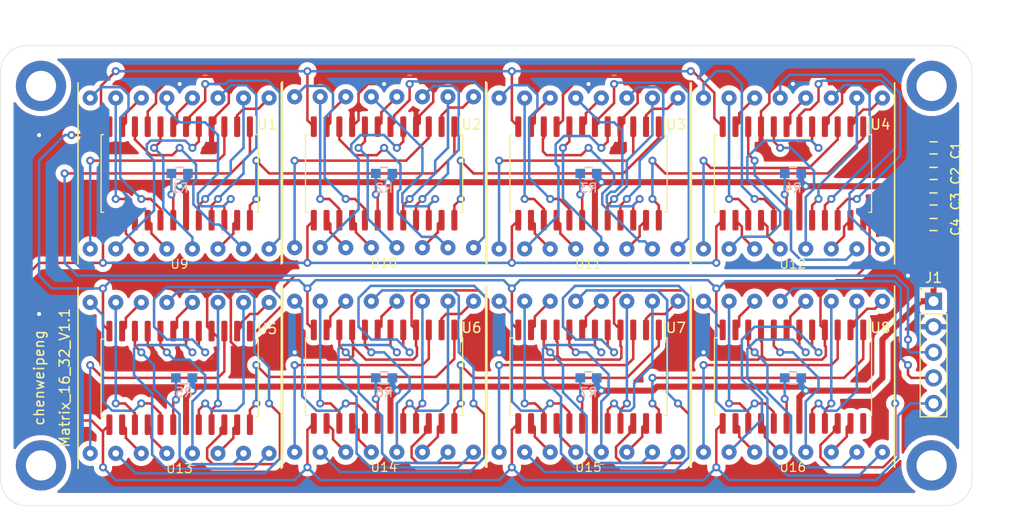
<source format=kicad_pcb>
(kicad_pcb (version 20171130) (host pcbnew "(5.1.9)-1")
  (layers (0 F.Cu signal) (31 B.Cu signal) (34 B.Paste user) (35 F.Paste user) (36 B.SilkS user) (37 F.SilkS user) (38 B.Mask user) (39 F.Mask user) (44 Edge.Cuts user))
  (net 0 "")
  (net 1 +5V)
  (net 2 GND)
  (net 3 /CLK)
  (net 4 /CS)
  (net 5 /DIN)
  (net 6 "Net-(R1-Pad2)")
  (net 7 "Net-(R2-Pad2)")
  (net 8 "Net-(R3-Pad2)")
  (net 9 "Net-(R4-Pad2)")
  (net 10 "Net-(R5-Pad2)")
  (net 11 "Net-(R6-Pad2)")
  (net 12 "Net-(R7-Pad2)")
  (net 13 "Net-(R8-Pad2)")
  (net 14 "Net-(U1-Pad24)")
  (net 15 /1_SEGD)
  (net 16 /1_SEGDP)
  (net 17 /1_SEGE)
  (net 18 /1_SEGC)
  (net 19 /1_SEGG)
  (net 20 /1_SEGB)
  (net 21 /1_SEGF)
  (net 22 /1_SEGA)
  (net 23 /1_DIG1)
  (net 24 /1_DIG5)
  (net 25 /1_DIG7)
  (net 26 /1_DIG3)
  (net 27 /1_DIG2)
  (net 28 /1_DIG6)
  (net 29 /1_DIG4)
  (net 30 /1_DIG0)
  (net 31 "Net-(U2-Pad24)")
  (net 32 /2_SEGD)
  (net 33 /2_SEGDP)
  (net 34 /2_SEGE)
  (net 35 /2_SEGC)
  (net 36 /2_SEGG)
  (net 37 /2_SEGB)
  (net 38 /2_SEGF)
  (net 39 /2_SEGA)
  (net 40 /2_DIG1)
  (net 41 /2_DIG5)
  (net 42 /2_DIG7)
  (net 43 /2_DIG3)
  (net 44 /2_DIG2)
  (net 45 /2_DIG6)
  (net 46 /2_DIG4)
  (net 47 /2_DIG0)
  (net 48 "Net-(U3-Pad24)")
  (net 49 /3_SEGD)
  (net 50 /3_SEGDP)
  (net 51 /3_SEGE)
  (net 52 /3_SEGC)
  (net 53 /3_SEGG)
  (net 54 /3_SEGB)
  (net 55 /3_SEGF)
  (net 56 /3_SEGA)
  (net 57 /3_DIG1)
  (net 58 /3_DIG5)
  (net 59 /3_DIG7)
  (net 60 /3_DIG3)
  (net 61 /3_DIG2)
  (net 62 /3_DIG6)
  (net 63 /3_DIG4)
  (net 64 /3_DIG0)
  (net 65 "Net-(U4-Pad24)")
  (net 66 /4_SEGD)
  (net 67 /4_SEGDP)
  (net 68 /4_SEGE)
  (net 69 /4_SEGC)
  (net 70 /4_SEGG)
  (net 71 /4_SEGB)
  (net 72 /4_SEGF)
  (net 73 /4_SEGA)
  (net 74 /4_DIG1)
  (net 75 /4_DIG5)
  (net 76 /4_DIG7)
  (net 77 /4_DIG3)
  (net 78 /4_DIG2)
  (net 79 /4_DIG6)
  (net 80 /4_DIG4)
  (net 81 /4_DIG0)
  (net 82 "Net-(U5-Pad24)")
  (net 83 /5_SEGD)
  (net 84 /5_SEGDP)
  (net 85 /5_SEGE)
  (net 86 /5_SEGC)
  (net 87 /5_SEGG)
  (net 88 /5_SEGB)
  (net 89 /5_SEGF)
  (net 90 /5_SEGA)
  (net 91 /5_DIG1)
  (net 92 /5_DIG5)
  (net 93 /5_DIG7)
  (net 94 /5_DIG3)
  (net 95 /5_DIG2)
  (net 96 /5_DIG6)
  (net 97 /5_DIG4)
  (net 98 /5_DIG0)
  (net 99 "Net-(U6-Pad24)")
  (net 100 /6_SEGD)
  (net 101 /6_SEGDP)
  (net 102 /6_SEGE)
  (net 103 /6_SEGC)
  (net 104 /6_SEGG)
  (net 105 /6_SEGB)
  (net 106 /6_SEGF)
  (net 107 /6_SEGA)
  (net 108 /6_DIG1)
  (net 109 /6_DIG5)
  (net 110 /6_DIG7)
  (net 111 /6_DIG3)
  (net 112 /6_DIG2)
  (net 113 /6_DIG6)
  (net 114 /6_DIG4)
  (net 115 /6_DIG0)
  (net 116 "Net-(U7-Pad24)")
  (net 117 /7_SEGD)
  (net 118 /7_SEGDP)
  (net 119 /7_SEGE)
  (net 120 /7_SEGC)
  (net 121 /7_SEGG)
  (net 122 /7_SEGB)
  (net 123 /7_SEGF)
  (net 124 /7_SEGA)
  (net 125 /7_DIG1)
  (net 126 /7_DIG5)
  (net 127 /7_DIG7)
  (net 128 /7_DIG3)
  (net 129 /7_DIG2)
  (net 130 /7_DIG6)
  (net 131 /7_DIG4)
  (net 132 /7_DIG0)
  (net 133 "Net-(U8-Pad24)")
  (net 134 /8_SEGD)
  (net 135 /8_SEGDP)
  (net 136 /8_SEGE)
  (net 137 /8_SEGC)
  (net 138 /8_SEGG)
  (net 139 /8_SEGB)
  (net 140 /8_SEGF)
  (net 141 /8_SEGA)
  (net 142 /8_DIG1)
  (net 143 /8_DIG5)
  (net 144 /8_DIG7)
  (net 145 /8_DIG3)
  (net 146 /8_DIG2)
  (net 147 /8_DIG6)
  (net 148 /8_DIG4)
  (net 149 /8_DIG0)
  (module WDebug_DAPLink:hanpan (layer F.Cu) (at 186.592492 91.42256)
    (fp_text reference REF** hide)
    (fp_text value hanpan)
    (pad 1 thru_hole circle (at -0.092492 -3.60256) (size 5 5) (drill 3) (layers *.Cu *.Mask))
  )
  (module WDebug_DAPLink:hanpan (layer F.Cu) (at 186.696632 130.22614)
    (fp_text reference REF** hide)
    (fp_text value hanpan)
    (pad 1 thru_hole circle (at -0.196632 -4.68614) (size 5 5) (drill 3) (layers *.Cu *.Mask))
  )
  (module WDebug_DAPLink:hanpan (layer F.Cu) (at 97.763612 130.22614)
    (fp_text reference REF** hide)
    (fp_text value hanpan)
    (pad 1 thru_hole circle (at 0.216388 -4.68614) (size 5 5) (drill 3) (layers *.Cu *.Mask))
  )
  (module WDebug_DAPLink:hanpan (layer F.Cu) (at 97.819492 91.6156)
    (fp_text reference REF** hide)
    (fp_text value hanpan)
    (pad 1 thru_hole circle (at 0.160508 -3.7956) (size 5 5) (drill 3) (layers *.Cu *.Mask))
  )
  (module matrix_display16_32:SOIC-24W_7.5x15.4mm_P1.27mm (layer F.Cu) (at 172.72 96.52 270)
    (fp_text reference U4 (at -4.86 -8.69) (layer F.SilkS))
    (fp_text value MAX7219 hide)
    (pad 24 smd roundrect (at 4.65 -6.985 270) (size 2.05 0.6) (layers F.Cu F.Paste F.Mask) (net 65 "Net-(U4-Pad24)"))
    (pad 23 smd roundrect (at 4.65 -5.715 270) (size 2.05 0.6) (layers F.Cu F.Paste F.Mask) (net 66 /4_SEGD))
    (pad 22 smd roundrect (at 4.65 -4.445 270) (size 2.05 0.6) (layers F.Cu F.Paste F.Mask) (net 67 /4_SEGDP))
    (pad 21 smd roundrect (at 4.65 -3.175 270) (size 2.05 0.6) (layers F.Cu F.Paste F.Mask) (net 68 /4_SEGE))
    (pad 20 smd roundrect (at 4.65 -1.905 270) (size 2.05 0.6) (layers F.Cu F.Paste F.Mask) (net 69 /4_SEGC))
    (pad 19 smd roundrect (at 4.65 -0.635 270) (size 2.05 0.6) (layers F.Cu F.Paste F.Mask) (net 1 +5V))
    (pad 18 smd roundrect (at 4.65 0.635 270) (size 2.05 0.6) (layers F.Cu F.Paste F.Mask) (net 9 "Net-(R4-Pad2)"))
    (pad 17 smd roundrect (at 4.65 1.905 270) (size 2.05 0.6) (layers F.Cu F.Paste F.Mask) (net 70 /4_SEGG))
    (pad 16 smd roundrect (at 4.65 3.175 270) (size 2.05 0.6) (layers F.Cu F.Paste F.Mask) (net 71 /4_SEGB))
    (pad 15 smd roundrect (at 4.65 4.445 270) (size 2.05 0.6) (layers F.Cu F.Paste F.Mask) (net 72 /4_SEGF))
    (pad 14 smd roundrect (at 4.65 5.715 270) (size 2.05 0.6) (layers F.Cu F.Paste F.Mask) (net 73 /4_SEGA))
    (pad 13 smd roundrect (at 4.65 6.985 270) (size 2.05 0.6) (layers F.Cu F.Paste F.Mask) (net 3 /CLK))
    (pad 12 smd roundrect (at -4.65 6.985 270) (size 2.05 0.6) (layers F.Cu F.Paste F.Mask) (net 4 /CS))
    (pad 11 smd roundrect (at -4.65 5.715 270) (size 2.05 0.6) (layers F.Cu F.Paste F.Mask) (net 74 /4_DIG1))
    (pad 10 smd roundrect (at -4.65 4.445 270) (size 2.05 0.6) (layers F.Cu F.Paste F.Mask) (net 75 /4_DIG5))
    (pad 9 smd roundrect (at -4.65 3.175 270) (size 2.05 0.6) (layers F.Cu F.Paste F.Mask) (net 2 GND))
    (pad 8 smd roundrect (at -4.65 1.905 270) (size 2.05 0.6) (layers F.Cu F.Paste F.Mask) (net 76 /4_DIG7))
    (pad 7 smd roundrect (at -4.65 0.635 270) (size 2.05 0.6) (layers F.Cu F.Paste F.Mask) (net 77 /4_DIG3))
    (pad 6 smd roundrect (at -4.65 -0.635 270) (size 2.05 0.6) (layers F.Cu F.Paste F.Mask) (net 78 /4_DIG2))
    (pad 5 smd roundrect (at -4.65 -1.905 270) (size 2.05 0.6) (layers F.Cu F.Paste F.Mask) (net 79 /4_DIG6))
    (pad 4 smd roundrect (at -4.65 -3.175 270) (size 2.05 0.6) (layers F.Cu F.Paste F.Mask) (net 2 GND))
    (pad 3 smd roundrect (at -4.65 -4.445 270) (size 2.05 0.6) (layers F.Cu F.Paste F.Mask) (net 80 /4_DIG4))
    (pad 2 smd roundrect (at -4.65 -5.715 270) (size 2.05 0.6) (layers F.Cu F.Paste F.Mask) (net 81 /4_DIG0))
    (pad 1 smd roundrect (at -4.65 -6.985 270) (size 2.05 0.6) (layers F.Cu F.Paste F.Mask) (net 48 "Net-(U3-Pad24)"))
  )
  (module matrix_display16_32:Matrix_LED (layer F.Cu) (at 111.76 116.84)
    (fp_text reference U13 (at -0.02 9 180) (layer F.SilkS) (effects (font (size 0.9 0.9) (thickness 0.12))))
    (fp_text value Matrix_LED hide)
    (pad 12 thru_hole circle (at 1.27 -7.5 270) (size 1.5 1.5) (drill 0.65) (layers *.Cu *.Mask) (net 94 /5_DIG3))
    (pad 9 thru_hole circle (at 8.89 -7.5 270) (size 1.5 1.5) (drill 0.65) (layers *.Cu *.Mask) (net 98 /5_DIG0))
    (pad 13 thru_hole circle (at -1.27 -7.5 90) (size 1.5 1.5) (drill 0.65) (layers *.Cu *.Mask) (net 84 /5_SEGDP))
    (pad 11 thru_hole circle (at 3.81 -7.5 270) (size 1.5 1.5) (drill 0.65) (layers *.Cu *.Mask) (net 85 /5_SEGE))
    (pad 10 thru_hole circle (at 6.35 -7.5 270) (size 1.5 1.5) (drill 0.65) (layers *.Cu *.Mask) (net 86 /5_SEGC))
    (pad 16 thru_hole circle (at -8.89 -7.5 90) (size 1.5 1.5) (drill 0.65) (layers *.Cu *.Mask) (net 87 /5_SEGG))
    (pad 15 thru_hole circle (at -6.35 -7.5 90) (size 1.5 1.5) (drill 0.65) (layers *.Cu *.Mask) (net 89 /5_SEGF))
    (pad 14 thru_hole circle (at -3.81 -7.5 90) (size 1.5 1.5) (drill 0.65) (layers *.Cu *.Mask) (net 91 /5_DIG1))
    (pad 1 thru_hole circle (at -8.89 7.5 90) (size 1.5 1.5) (drill 0.65) (layers *.Cu *.Mask) (net 97 /5_DIG4))
    (pad 2 thru_hole circle (at -6.35 7.5 90) (size 1.5 1.5) (drill 0.65) (layers *.Cu *.Mask) (net 96 /5_DIG6))
    (pad 3 thru_hole circle (at -3.81 7.5 90) (size 1.5 1.5) (drill 0.65) (layers *.Cu *.Mask) (net 90 /5_SEGA))
    (pad 4 thru_hole circle (at -1.27 7.5 90) (size 1.5 1.5) (drill 0.65) (layers *.Cu *.Mask) (net 88 /5_SEGB))
    (pad 5 thru_hole circle (at 1.27 7.5 270) (size 1.5 1.5) (drill 0.65) (layers *.Cu *.Mask) (net 93 /5_DIG7))
    (pad 6 thru_hole circle (at 3.81 7.5 270) (size 1.5 1.5) (drill 0.65) (layers *.Cu *.Mask) (net 83 /5_SEGD))
    (pad 7 thru_hole circle (at 6.35 7.5 270) (size 1.5 1.5) (drill 0.65) (layers *.Cu *.Mask) (net 92 /5_DIG5))
    (pad 8 thru_hole circle (at 8.89 7.5 270) (size 1.5 1.5) (drill 0.65) (layers *.Cu *.Mask) (net 95 /5_DIG2))
  )
  (module matrix_display16_32:Matrix_LED (layer F.Cu) (at 172.72 116.72)
    (fp_text reference U16 (at -0.02 9 180) (layer F.SilkS) (effects (font (size 0.9 0.9) (thickness 0.12))))
    (fp_text value Matrix_LED hide)
    (pad 12 thru_hole circle (at 1.27 -7.5 270) (size 1.5 1.5) (drill 0.65) (layers *.Cu *.Mask) (net 145 /8_DIG3))
    (pad 9 thru_hole circle (at 8.89 -7.5 270) (size 1.5 1.5) (drill 0.65) (layers *.Cu *.Mask) (net 149 /8_DIG0))
    (pad 13 thru_hole circle (at -1.27 -7.5 90) (size 1.5 1.5) (drill 0.65) (layers *.Cu *.Mask) (net 135 /8_SEGDP))
    (pad 11 thru_hole circle (at 3.81 -7.5 270) (size 1.5 1.5) (drill 0.65) (layers *.Cu *.Mask) (net 136 /8_SEGE))
    (pad 10 thru_hole circle (at 6.35 -7.5 270) (size 1.5 1.5) (drill 0.65) (layers *.Cu *.Mask) (net 137 /8_SEGC))
    (pad 16 thru_hole circle (at -8.89 -7.5 90) (size 1.5 1.5) (drill 0.65) (layers *.Cu *.Mask) (net 138 /8_SEGG))
    (pad 15 thru_hole circle (at -6.35 -7.5 90) (size 1.5 1.5) (drill 0.65) (layers *.Cu *.Mask) (net 140 /8_SEGF))
    (pad 14 thru_hole circle (at -3.81 -7.5 90) (size 1.5 1.5) (drill 0.65) (layers *.Cu *.Mask) (net 142 /8_DIG1))
    (pad 1 thru_hole circle (at -8.89 7.5 90) (size 1.5 1.5) (drill 0.65) (layers *.Cu *.Mask) (net 148 /8_DIG4))
    (pad 2 thru_hole circle (at -6.35 7.5 90) (size 1.5 1.5) (drill 0.65) (layers *.Cu *.Mask) (net 147 /8_DIG6))
    (pad 3 thru_hole circle (at -3.81 7.5 90) (size 1.5 1.5) (drill 0.65) (layers *.Cu *.Mask) (net 141 /8_SEGA))
    (pad 4 thru_hole circle (at -1.27 7.5 90) (size 1.5 1.5) (drill 0.65) (layers *.Cu *.Mask) (net 139 /8_SEGB))
    (pad 5 thru_hole circle (at 1.27 7.5 270) (size 1.5 1.5) (drill 0.65) (layers *.Cu *.Mask) (net 144 /8_DIG7))
    (pad 6 thru_hole circle (at 3.81 7.5 270) (size 1.5 1.5) (drill 0.65) (layers *.Cu *.Mask) (net 134 /8_SEGD))
    (pad 7 thru_hole circle (at 6.35 7.5 270) (size 1.5 1.5) (drill 0.65) (layers *.Cu *.Mask) (net 143 /8_DIG5))
    (pad 8 thru_hole circle (at 8.89 7.5 270) (size 1.5 1.5) (drill 0.65) (layers *.Cu *.Mask) (net 146 /8_DIG2))
  )
  (module matrix_display16_32:Matrix_LED (layer F.Cu) (at 152.4 96.52)
    (fp_text reference U11 (at -0.02 9 180) (layer F.SilkS) (effects (font (size 0.9 0.9) (thickness 0.12))))
    (fp_text value Matrix_LED hide)
    (pad 12 thru_hole circle (at 1.27 -7.5 270) (size 1.5 1.5) (drill 0.65) (layers *.Cu *.Mask) (net 60 /3_DIG3))
    (pad 9 thru_hole circle (at 8.89 -7.5 270) (size 1.5 1.5) (drill 0.65) (layers *.Cu *.Mask) (net 64 /3_DIG0))
    (pad 13 thru_hole circle (at -1.27 -7.5 90) (size 1.5 1.5) (drill 0.65) (layers *.Cu *.Mask) (net 50 /3_SEGDP))
    (pad 11 thru_hole circle (at 3.81 -7.5 270) (size 1.5 1.5) (drill 0.65) (layers *.Cu *.Mask) (net 51 /3_SEGE))
    (pad 10 thru_hole circle (at 6.35 -7.5 270) (size 1.5 1.5) (drill 0.65) (layers *.Cu *.Mask) (net 52 /3_SEGC))
    (pad 16 thru_hole circle (at -8.89 -7.5 90) (size 1.5 1.5) (drill 0.65) (layers *.Cu *.Mask) (net 53 /3_SEGG))
    (pad 15 thru_hole circle (at -6.35 -7.5 90) (size 1.5 1.5) (drill 0.65) (layers *.Cu *.Mask) (net 55 /3_SEGF))
    (pad 14 thru_hole circle (at -3.81 -7.5 90) (size 1.5 1.5) (drill 0.65) (layers *.Cu *.Mask) (net 57 /3_DIG1))
    (pad 1 thru_hole circle (at -8.89 7.5 90) (size 1.5 1.5) (drill 0.65) (layers *.Cu *.Mask) (net 63 /3_DIG4))
    (pad 2 thru_hole circle (at -6.35 7.5 90) (size 1.5 1.5) (drill 0.65) (layers *.Cu *.Mask) (net 62 /3_DIG6))
    (pad 3 thru_hole circle (at -3.81 7.5 90) (size 1.5 1.5) (drill 0.65) (layers *.Cu *.Mask) (net 56 /3_SEGA))
    (pad 4 thru_hole circle (at -1.27 7.5 90) (size 1.5 1.5) (drill 0.65) (layers *.Cu *.Mask) (net 54 /3_SEGB))
    (pad 5 thru_hole circle (at 1.27 7.5 270) (size 1.5 1.5) (drill 0.65) (layers *.Cu *.Mask) (net 59 /3_DIG7))
    (pad 6 thru_hole circle (at 3.81 7.5 270) (size 1.5 1.5) (drill 0.65) (layers *.Cu *.Mask) (net 49 /3_SEGD))
    (pad 7 thru_hole circle (at 6.35 7.5 270) (size 1.5 1.5) (drill 0.65) (layers *.Cu *.Mask) (net 58 /3_DIG5))
    (pad 8 thru_hole circle (at 8.89 7.5 270) (size 1.5 1.5) (drill 0.65) (layers *.Cu *.Mask) (net 61 /3_DIG2))
  )
  (module matrix_display16_32:Matrix_LED (layer F.Cu) (at 172.72 96.52)
    (fp_text reference U12 (at -0.02 9 180) (layer F.SilkS) (effects (font (size 0.9 0.9) (thickness 0.12))))
    (fp_text value Matrix_LED hide)
    (pad 12 thru_hole circle (at 1.27 -7.5 270) (size 1.5 1.5) (drill 0.65) (layers *.Cu *.Mask) (net 77 /4_DIG3))
    (pad 9 thru_hole circle (at 8.89 -7.5 270) (size 1.5 1.5) (drill 0.65) (layers *.Cu *.Mask) (net 81 /4_DIG0))
    (pad 13 thru_hole circle (at -1.27 -7.5 90) (size 1.5 1.5) (drill 0.65) (layers *.Cu *.Mask) (net 67 /4_SEGDP))
    (pad 11 thru_hole circle (at 3.81 -7.5 270) (size 1.5 1.5) (drill 0.65) (layers *.Cu *.Mask) (net 68 /4_SEGE))
    (pad 10 thru_hole circle (at 6.35 -7.5 270) (size 1.5 1.5) (drill 0.65) (layers *.Cu *.Mask) (net 69 /4_SEGC))
    (pad 16 thru_hole circle (at -8.89 -7.5 90) (size 1.5 1.5) (drill 0.65) (layers *.Cu *.Mask) (net 70 /4_SEGG))
    (pad 15 thru_hole circle (at -6.35 -7.5 90) (size 1.5 1.5) (drill 0.65) (layers *.Cu *.Mask) (net 72 /4_SEGF))
    (pad 14 thru_hole circle (at -3.81 -7.5 90) (size 1.5 1.5) (drill 0.65) (layers *.Cu *.Mask) (net 74 /4_DIG1))
    (pad 1 thru_hole circle (at -8.89 7.5 90) (size 1.5 1.5) (drill 0.65) (layers *.Cu *.Mask) (net 80 /4_DIG4))
    (pad 2 thru_hole circle (at -6.35 7.5 90) (size 1.5 1.5) (drill 0.65) (layers *.Cu *.Mask) (net 79 /4_DIG6))
    (pad 3 thru_hole circle (at -3.81 7.5 90) (size 1.5 1.5) (drill 0.65) (layers *.Cu *.Mask) (net 73 /4_SEGA))
    (pad 4 thru_hole circle (at -1.27 7.5 90) (size 1.5 1.5) (drill 0.65) (layers *.Cu *.Mask) (net 71 /4_SEGB))
    (pad 5 thru_hole circle (at 1.27 7.5 270) (size 1.5 1.5) (drill 0.65) (layers *.Cu *.Mask) (net 76 /4_DIG7))
    (pad 6 thru_hole circle (at 3.81 7.5 270) (size 1.5 1.5) (drill 0.65) (layers *.Cu *.Mask) (net 66 /4_SEGD))
    (pad 7 thru_hole circle (at 6.35 7.5 270) (size 1.5 1.5) (drill 0.65) (layers *.Cu *.Mask) (net 75 /4_DIG5))
    (pad 8 thru_hole circle (at 8.89 7.5 270) (size 1.5 1.5) (drill 0.65) (layers *.Cu *.Mask) (net 78 /4_DIG2))
  )
  (module matrix_display16_32:Matrix_LED (layer F.Cu) (at 132.08 96.4)
    (fp_text reference U10 (at -0.02 9 180) (layer F.SilkS) (effects (font (size 0.9 0.9) (thickness 0.12))))
    (fp_text value Matrix_LED hide)
    (pad 12 thru_hole circle (at 1.27 -7.5 270) (size 1.5 1.5) (drill 0.65) (layers *.Cu *.Mask) (net 43 /2_DIG3))
    (pad 9 thru_hole circle (at 8.89 -7.5 270) (size 1.5 1.5) (drill 0.65) (layers *.Cu *.Mask) (net 47 /2_DIG0))
    (pad 13 thru_hole circle (at -1.27 -7.5 90) (size 1.5 1.5) (drill 0.65) (layers *.Cu *.Mask) (net 33 /2_SEGDP))
    (pad 11 thru_hole circle (at 3.81 -7.5 270) (size 1.5 1.5) (drill 0.65) (layers *.Cu *.Mask) (net 34 /2_SEGE))
    (pad 10 thru_hole circle (at 6.35 -7.5 270) (size 1.5 1.5) (drill 0.65) (layers *.Cu *.Mask) (net 35 /2_SEGC))
    (pad 16 thru_hole circle (at -8.89 -7.5 90) (size 1.5 1.5) (drill 0.65) (layers *.Cu *.Mask) (net 36 /2_SEGG))
    (pad 15 thru_hole circle (at -6.35 -7.5 90) (size 1.5 1.5) (drill 0.65) (layers *.Cu *.Mask) (net 38 /2_SEGF))
    (pad 14 thru_hole circle (at -3.81 -7.5 90) (size 1.5 1.5) (drill 0.65) (layers *.Cu *.Mask) (net 40 /2_DIG1))
    (pad 1 thru_hole circle (at -8.89 7.5 90) (size 1.5 1.5) (drill 0.65) (layers *.Cu *.Mask) (net 46 /2_DIG4))
    (pad 2 thru_hole circle (at -6.35 7.5 90) (size 1.5 1.5) (drill 0.65) (layers *.Cu *.Mask) (net 45 /2_DIG6))
    (pad 3 thru_hole circle (at -3.81 7.5 90) (size 1.5 1.5) (drill 0.65) (layers *.Cu *.Mask) (net 39 /2_SEGA))
    (pad 4 thru_hole circle (at -1.27 7.5 90) (size 1.5 1.5) (drill 0.65) (layers *.Cu *.Mask) (net 37 /2_SEGB))
    (pad 5 thru_hole circle (at 1.27 7.5 270) (size 1.5 1.5) (drill 0.65) (layers *.Cu *.Mask) (net 42 /2_DIG7))
    (pad 6 thru_hole circle (at 3.81 7.5 270) (size 1.5 1.5) (drill 0.65) (layers *.Cu *.Mask) (net 32 /2_SEGD))
    (pad 7 thru_hole circle (at 6.35 7.5 270) (size 1.5 1.5) (drill 0.65) (layers *.Cu *.Mask) (net 41 /2_DIG5))
    (pad 8 thru_hole circle (at 8.89 7.5 270) (size 1.5 1.5) (drill 0.65) (layers *.Cu *.Mask) (net 44 /2_DIG2))
  )
  (module matrix_display16_32:SOIC-24W_7.5x15.4mm_P1.27mm (layer F.Cu) (at 152.4 116.72 270)
    (fp_text reference U7 (at -4.86 -8.69) (layer F.SilkS))
    (fp_text value MAX7219 hide)
    (pad 24 smd roundrect (at 4.65 -6.985 270) (size 2.05 0.6) (layers F.Cu F.Paste F.Mask) (net 116 "Net-(U7-Pad24)"))
    (pad 23 smd roundrect (at 4.65 -5.715 270) (size 2.05 0.6) (layers F.Cu F.Paste F.Mask) (net 117 /7_SEGD))
    (pad 22 smd roundrect (at 4.65 -4.445 270) (size 2.05 0.6) (layers F.Cu F.Paste F.Mask) (net 118 /7_SEGDP))
    (pad 21 smd roundrect (at 4.65 -3.175 270) (size 2.05 0.6) (layers F.Cu F.Paste F.Mask) (net 119 /7_SEGE))
    (pad 20 smd roundrect (at 4.65 -1.905 270) (size 2.05 0.6) (layers F.Cu F.Paste F.Mask) (net 120 /7_SEGC))
    (pad 19 smd roundrect (at 4.65 -0.635 270) (size 2.05 0.6) (layers F.Cu F.Paste F.Mask) (net 1 +5V))
    (pad 18 smd roundrect (at 4.65 0.635 270) (size 2.05 0.6) (layers F.Cu F.Paste F.Mask) (net 12 "Net-(R7-Pad2)"))
    (pad 17 smd roundrect (at 4.65 1.905 270) (size 2.05 0.6) (layers F.Cu F.Paste F.Mask) (net 121 /7_SEGG))
    (pad 16 smd roundrect (at 4.65 3.175 270) (size 2.05 0.6) (layers F.Cu F.Paste F.Mask) (net 122 /7_SEGB))
    (pad 15 smd roundrect (at 4.65 4.445 270) (size 2.05 0.6) (layers F.Cu F.Paste F.Mask) (net 123 /7_SEGF))
    (pad 14 smd roundrect (at 4.65 5.715 270) (size 2.05 0.6) (layers F.Cu F.Paste F.Mask) (net 124 /7_SEGA))
    (pad 13 smd roundrect (at 4.65 6.985 270) (size 2.05 0.6) (layers F.Cu F.Paste F.Mask) (net 3 /CLK))
    (pad 12 smd roundrect (at -4.65 6.985 270) (size 2.05 0.6) (layers F.Cu F.Paste F.Mask) (net 4 /CS))
    (pad 11 smd roundrect (at -4.65 5.715 270) (size 2.05 0.6) (layers F.Cu F.Paste F.Mask) (net 125 /7_DIG1))
    (pad 10 smd roundrect (at -4.65 4.445 270) (size 2.05 0.6) (layers F.Cu F.Paste F.Mask) (net 126 /7_DIG5))
    (pad 9 smd roundrect (at -4.65 3.175 270) (size 2.05 0.6) (layers F.Cu F.Paste F.Mask) (net 2 GND))
    (pad 8 smd roundrect (at -4.65 1.905 270) (size 2.05 0.6) (layers F.Cu F.Paste F.Mask) (net 127 /7_DIG7))
    (pad 7 smd roundrect (at -4.65 0.635 270) (size 2.05 0.6) (layers F.Cu F.Paste F.Mask) (net 128 /7_DIG3))
    (pad 6 smd roundrect (at -4.65 -0.635 270) (size 2.05 0.6) (layers F.Cu F.Paste F.Mask) (net 129 /7_DIG2))
    (pad 5 smd roundrect (at -4.65 -1.905 270) (size 2.05 0.6) (layers F.Cu F.Paste F.Mask) (net 130 /7_DIG6))
    (pad 4 smd roundrect (at -4.65 -3.175 270) (size 2.05 0.6) (layers F.Cu F.Paste F.Mask) (net 2 GND))
    (pad 3 smd roundrect (at -4.65 -4.445 270) (size 2.05 0.6) (layers F.Cu F.Paste F.Mask) (net 131 /7_DIG4))
    (pad 2 smd roundrect (at -4.65 -5.715 270) (size 2.05 0.6) (layers F.Cu F.Paste F.Mask) (net 132 /7_DIG0))
    (pad 1 smd roundrect (at -4.65 -6.985 270) (size 2.05 0.6) (layers F.Cu F.Paste F.Mask) (net 99 "Net-(U6-Pad24)"))
  )
  (module matrix_display16_32:Matrix_LED (layer F.Cu) (at 152.4 116.72)
    (fp_text reference U15 (at -0.02 9 180) (layer F.SilkS) (effects (font (size 0.9 0.9) (thickness 0.12))))
    (fp_text value Matrix_LED hide)
    (pad 12 thru_hole circle (at 1.27 -7.5 270) (size 1.5 1.5) (drill 0.65) (layers *.Cu *.Mask) (net 128 /7_DIG3))
    (pad 9 thru_hole circle (at 8.89 -7.5 270) (size 1.5 1.5) (drill 0.65) (layers *.Cu *.Mask) (net 132 /7_DIG0))
    (pad 13 thru_hole circle (at -1.27 -7.5 90) (size 1.5 1.5) (drill 0.65) (layers *.Cu *.Mask) (net 118 /7_SEGDP))
    (pad 11 thru_hole circle (at 3.81 -7.5 270) (size 1.5 1.5) (drill 0.65) (layers *.Cu *.Mask) (net 119 /7_SEGE))
    (pad 10 thru_hole circle (at 6.35 -7.5 270) (size 1.5 1.5) (drill 0.65) (layers *.Cu *.Mask) (net 120 /7_SEGC))
    (pad 16 thru_hole circle (at -8.89 -7.5 90) (size 1.5 1.5) (drill 0.65) (layers *.Cu *.Mask) (net 121 /7_SEGG))
    (pad 15 thru_hole circle (at -6.35 -7.5 90) (size 1.5 1.5) (drill 0.65) (layers *.Cu *.Mask) (net 123 /7_SEGF))
    (pad 14 thru_hole circle (at -3.81 -7.5 90) (size 1.5 1.5) (drill 0.65) (layers *.Cu *.Mask) (net 125 /7_DIG1))
    (pad 1 thru_hole circle (at -8.89 7.5 90) (size 1.5 1.5) (drill 0.65) (layers *.Cu *.Mask) (net 131 /7_DIG4))
    (pad 2 thru_hole circle (at -6.35 7.5 90) (size 1.5 1.5) (drill 0.65) (layers *.Cu *.Mask) (net 130 /7_DIG6))
    (pad 3 thru_hole circle (at -3.81 7.5 90) (size 1.5 1.5) (drill 0.65) (layers *.Cu *.Mask) (net 124 /7_SEGA))
    (pad 4 thru_hole circle (at -1.27 7.5 90) (size 1.5 1.5) (drill 0.65) (layers *.Cu *.Mask) (net 122 /7_SEGB))
    (pad 5 thru_hole circle (at 1.27 7.5 270) (size 1.5 1.5) (drill 0.65) (layers *.Cu *.Mask) (net 127 /7_DIG7))
    (pad 6 thru_hole circle (at 3.81 7.5 270) (size 1.5 1.5) (drill 0.65) (layers *.Cu *.Mask) (net 117 /7_SEGD))
    (pad 7 thru_hole circle (at 6.35 7.5 270) (size 1.5 1.5) (drill 0.65) (layers *.Cu *.Mask) (net 126 /7_DIG5))
    (pad 8 thru_hole circle (at 8.89 7.5 270) (size 1.5 1.5) (drill 0.65) (layers *.Cu *.Mask) (net 129 /7_DIG2))
  )
  (module matrix_display16_32:Matrix_LED (layer F.Cu) (at 132.08 116.72)
    (fp_text reference U14 (at -0.02 9 180) (layer F.SilkS) (effects (font (size 0.9 0.9) (thickness 0.12))))
    (fp_text value Matrix_LED hide)
    (pad 12 thru_hole circle (at 1.27 -7.5 270) (size 1.5 1.5) (drill 0.65) (layers *.Cu *.Mask) (net 111 /6_DIG3))
    (pad 9 thru_hole circle (at 8.89 -7.5 270) (size 1.5 1.5) (drill 0.65) (layers *.Cu *.Mask) (net 115 /6_DIG0))
    (pad 13 thru_hole circle (at -1.27 -7.5 90) (size 1.5 1.5) (drill 0.65) (layers *.Cu *.Mask) (net 101 /6_SEGDP))
    (pad 11 thru_hole circle (at 3.81 -7.5 270) (size 1.5 1.5) (drill 0.65) (layers *.Cu *.Mask) (net 102 /6_SEGE))
    (pad 10 thru_hole circle (at 6.35 -7.5 270) (size 1.5 1.5) (drill 0.65) (layers *.Cu *.Mask) (net 103 /6_SEGC))
    (pad 16 thru_hole circle (at -8.89 -7.5 90) (size 1.5 1.5) (drill 0.65) (layers *.Cu *.Mask) (net 104 /6_SEGG))
    (pad 15 thru_hole circle (at -6.35 -7.5 90) (size 1.5 1.5) (drill 0.65) (layers *.Cu *.Mask) (net 106 /6_SEGF))
    (pad 14 thru_hole circle (at -3.81 -7.5 90) (size 1.5 1.5) (drill 0.65) (layers *.Cu *.Mask) (net 108 /6_DIG1))
    (pad 1 thru_hole circle (at -8.89 7.5 90) (size 1.5 1.5) (drill 0.65) (layers *.Cu *.Mask) (net 114 /6_DIG4))
    (pad 2 thru_hole circle (at -6.35 7.5 90) (size 1.5 1.5) (drill 0.65) (layers *.Cu *.Mask) (net 113 /6_DIG6))
    (pad 3 thru_hole circle (at -3.81 7.5 90) (size 1.5 1.5) (drill 0.65) (layers *.Cu *.Mask) (net 107 /6_SEGA))
    (pad 4 thru_hole circle (at -1.27 7.5 90) (size 1.5 1.5) (drill 0.65) (layers *.Cu *.Mask) (net 105 /6_SEGB))
    (pad 5 thru_hole circle (at 1.27 7.5 270) (size 1.5 1.5) (drill 0.65) (layers *.Cu *.Mask) (net 110 /6_DIG7))
    (pad 6 thru_hole circle (at 3.81 7.5 270) (size 1.5 1.5) (drill 0.65) (layers *.Cu *.Mask) (net 100 /6_SEGD))
    (pad 7 thru_hole circle (at 6.35 7.5 270) (size 1.5 1.5) (drill 0.65) (layers *.Cu *.Mask) (net 109 /6_DIG5))
    (pad 8 thru_hole circle (at 8.89 7.5 270) (size 1.5 1.5) (drill 0.65) (layers *.Cu *.Mask) (net 112 /6_DIG2))
  )
  (module matrix_display16_32:Matrix_LED (layer F.Cu) (at 111.76 96.52)
    (fp_text reference U9 (at -0.02 9 180) (layer F.SilkS) (effects (font (size 0.9 0.9) (thickness 0.12))))
    (fp_text value Matrix_LED hide)
    (pad 12 thru_hole circle (at 1.27 -7.5 270) (size 1.5 1.5) (drill 0.65) (layers *.Cu *.Mask) (net 26 /1_DIG3))
    (pad 9 thru_hole circle (at 8.89 -7.5 270) (size 1.5 1.5) (drill 0.65) (layers *.Cu *.Mask) (net 30 /1_DIG0))
    (pad 13 thru_hole circle (at -1.27 -7.5 90) (size 1.5 1.5) (drill 0.65) (layers *.Cu *.Mask) (net 16 /1_SEGDP))
    (pad 11 thru_hole circle (at 3.81 -7.5 270) (size 1.5 1.5) (drill 0.65) (layers *.Cu *.Mask) (net 17 /1_SEGE))
    (pad 10 thru_hole circle (at 6.35 -7.5 270) (size 1.5 1.5) (drill 0.65) (layers *.Cu *.Mask) (net 18 /1_SEGC))
    (pad 16 thru_hole circle (at -8.89 -7.5 90) (size 1.5 1.5) (drill 0.65) (layers *.Cu *.Mask) (net 19 /1_SEGG))
    (pad 15 thru_hole circle (at -6.35 -7.5 90) (size 1.5 1.5) (drill 0.65) (layers *.Cu *.Mask) (net 21 /1_SEGF))
    (pad 14 thru_hole circle (at -3.81 -7.5 90) (size 1.5 1.5) (drill 0.65) (layers *.Cu *.Mask) (net 23 /1_DIG1))
    (pad 1 thru_hole circle (at -8.89 7.5 90) (size 1.5 1.5) (drill 0.65) (layers *.Cu *.Mask) (net 29 /1_DIG4))
    (pad 2 thru_hole circle (at -6.35 7.5 90) (size 1.5 1.5) (drill 0.65) (layers *.Cu *.Mask) (net 28 /1_DIG6))
    (pad 3 thru_hole circle (at -3.81 7.5 90) (size 1.5 1.5) (drill 0.65) (layers *.Cu *.Mask) (net 22 /1_SEGA))
    (pad 4 thru_hole circle (at -1.27 7.5 90) (size 1.5 1.5) (drill 0.65) (layers *.Cu *.Mask) (net 20 /1_SEGB))
    (pad 5 thru_hole circle (at 1.27 7.5 270) (size 1.5 1.5) (drill 0.65) (layers *.Cu *.Mask) (net 25 /1_DIG7))
    (pad 6 thru_hole circle (at 3.81 7.5 270) (size 1.5 1.5) (drill 0.65) (layers *.Cu *.Mask) (net 15 /1_SEGD))
    (pad 7 thru_hole circle (at 6.35 7.5 270) (size 1.5 1.5) (drill 0.65) (layers *.Cu *.Mask) (net 24 /1_DIG5))
    (pad 8 thru_hole circle (at 8.89 7.5 270) (size 1.5 1.5) (drill 0.65) (layers *.Cu *.Mask) (net 27 /1_DIG2))
  )
  (module matrix_display16_32:SOIC-24W_7.5x15.4mm_P1.27mm (layer F.Cu) (at 172.72 116.72 270)
    (fp_text reference U8 (at -4.86 -8.69) (layer F.SilkS))
    (fp_text value MAX7219 hide)
    (pad 24 smd roundrect (at 4.65 -6.985 270) (size 2.05 0.6) (layers F.Cu F.Paste F.Mask) (net 133 "Net-(U8-Pad24)"))
    (pad 23 smd roundrect (at 4.65 -5.715 270) (size 2.05 0.6) (layers F.Cu F.Paste F.Mask) (net 134 /8_SEGD))
    (pad 22 smd roundrect (at 4.65 -4.445 270) (size 2.05 0.6) (layers F.Cu F.Paste F.Mask) (net 135 /8_SEGDP))
    (pad 21 smd roundrect (at 4.65 -3.175 270) (size 2.05 0.6) (layers F.Cu F.Paste F.Mask) (net 136 /8_SEGE))
    (pad 20 smd roundrect (at 4.65 -1.905 270) (size 2.05 0.6) (layers F.Cu F.Paste F.Mask) (net 137 /8_SEGC))
    (pad 19 smd roundrect (at 4.65 -0.635 270) (size 2.05 0.6) (layers F.Cu F.Paste F.Mask) (net 1 +5V))
    (pad 18 smd roundrect (at 4.65 0.635 270) (size 2.05 0.6) (layers F.Cu F.Paste F.Mask) (net 13 "Net-(R8-Pad2)"))
    (pad 17 smd roundrect (at 4.65 1.905 270) (size 2.05 0.6) (layers F.Cu F.Paste F.Mask) (net 138 /8_SEGG))
    (pad 16 smd roundrect (at 4.65 3.175 270) (size 2.05 0.6) (layers F.Cu F.Paste F.Mask) (net 139 /8_SEGB))
    (pad 15 smd roundrect (at 4.65 4.445 270) (size 2.05 0.6) (layers F.Cu F.Paste F.Mask) (net 140 /8_SEGF))
    (pad 14 smd roundrect (at 4.65 5.715 270) (size 2.05 0.6) (layers F.Cu F.Paste F.Mask) (net 141 /8_SEGA))
    (pad 13 smd roundrect (at 4.65 6.985 270) (size 2.05 0.6) (layers F.Cu F.Paste F.Mask) (net 3 /CLK))
    (pad 12 smd roundrect (at -4.65 6.985 270) (size 2.05 0.6) (layers F.Cu F.Paste F.Mask) (net 4 /CS))
    (pad 11 smd roundrect (at -4.65 5.715 270) (size 2.05 0.6) (layers F.Cu F.Paste F.Mask) (net 142 /8_DIG1))
    (pad 10 smd roundrect (at -4.65 4.445 270) (size 2.05 0.6) (layers F.Cu F.Paste F.Mask) (net 143 /8_DIG5))
    (pad 9 smd roundrect (at -4.65 3.175 270) (size 2.05 0.6) (layers F.Cu F.Paste F.Mask) (net 2 GND))
    (pad 8 smd roundrect (at -4.65 1.905 270) (size 2.05 0.6) (layers F.Cu F.Paste F.Mask) (net 144 /8_DIG7))
    (pad 7 smd roundrect (at -4.65 0.635 270) (size 2.05 0.6) (layers F.Cu F.Paste F.Mask) (net 145 /8_DIG3))
    (pad 6 smd roundrect (at -4.65 -0.635 270) (size 2.05 0.6) (layers F.Cu F.Paste F.Mask) (net 146 /8_DIG2))
    (pad 5 smd roundrect (at -4.65 -1.905 270) (size 2.05 0.6) (layers F.Cu F.Paste F.Mask) (net 147 /8_DIG6))
    (pad 4 smd roundrect (at -4.65 -3.175 270) (size 2.05 0.6) (layers F.Cu F.Paste F.Mask) (net 2 GND))
    (pad 3 smd roundrect (at -4.65 -4.445 270) (size 2.05 0.6) (layers F.Cu F.Paste F.Mask) (net 148 /8_DIG4))
    (pad 2 smd roundrect (at -4.65 -5.715 270) (size 2.05 0.6) (layers F.Cu F.Paste F.Mask) (net 149 /8_DIG0))
    (pad 1 smd roundrect (at -4.65 -6.985 270) (size 2.05 0.6) (layers F.Cu F.Paste F.Mask) (net 116 "Net-(U7-Pad24)"))
  )
  (module matrix_display16_32:SOIC-24W_7.5x15.4mm_P1.27mm (layer F.Cu) (at 132.08 116.72 270)
    (fp_text reference U6 (at -4.86 -8.69) (layer F.SilkS))
    (fp_text value MAX7219 hide)
    (pad 24 smd roundrect (at 4.65 -6.985 270) (size 2.05 0.6) (layers F.Cu F.Paste F.Mask) (net 99 "Net-(U6-Pad24)"))
    (pad 23 smd roundrect (at 4.65 -5.715 270) (size 2.05 0.6) (layers F.Cu F.Paste F.Mask) (net 100 /6_SEGD))
    (pad 22 smd roundrect (at 4.65 -4.445 270) (size 2.05 0.6) (layers F.Cu F.Paste F.Mask) (net 101 /6_SEGDP))
    (pad 21 smd roundrect (at 4.65 -3.175 270) (size 2.05 0.6) (layers F.Cu F.Paste F.Mask) (net 102 /6_SEGE))
    (pad 20 smd roundrect (at 4.65 -1.905 270) (size 2.05 0.6) (layers F.Cu F.Paste F.Mask) (net 103 /6_SEGC))
    (pad 19 smd roundrect (at 4.65 -0.635 270) (size 2.05 0.6) (layers F.Cu F.Paste F.Mask) (net 1 +5V))
    (pad 18 smd roundrect (at 4.65 0.635 270) (size 2.05 0.6) (layers F.Cu F.Paste F.Mask) (net 11 "Net-(R6-Pad2)"))
    (pad 17 smd roundrect (at 4.65 1.905 270) (size 2.05 0.6) (layers F.Cu F.Paste F.Mask) (net 104 /6_SEGG))
    (pad 16 smd roundrect (at 4.65 3.175 270) (size 2.05 0.6) (layers F.Cu F.Paste F.Mask) (net 105 /6_SEGB))
    (pad 15 smd roundrect (at 4.65 4.445 270) (size 2.05 0.6) (layers F.Cu F.Paste F.Mask) (net 106 /6_SEGF))
    (pad 14 smd roundrect (at 4.65 5.715 270) (size 2.05 0.6) (layers F.Cu F.Paste F.Mask) (net 107 /6_SEGA))
    (pad 13 smd roundrect (at 4.65 6.985 270) (size 2.05 0.6) (layers F.Cu F.Paste F.Mask) (net 3 /CLK))
    (pad 12 smd roundrect (at -4.65 6.985 270) (size 2.05 0.6) (layers F.Cu F.Paste F.Mask) (net 4 /CS))
    (pad 11 smd roundrect (at -4.65 5.715 270) (size 2.05 0.6) (layers F.Cu F.Paste F.Mask) (net 108 /6_DIG1))
    (pad 10 smd roundrect (at -4.65 4.445 270) (size 2.05 0.6) (layers F.Cu F.Paste F.Mask) (net 109 /6_DIG5))
    (pad 9 smd roundrect (at -4.65 3.175 270) (size 2.05 0.6) (layers F.Cu F.Paste F.Mask) (net 2 GND))
    (pad 8 smd roundrect (at -4.65 1.905 270) (size 2.05 0.6) (layers F.Cu F.Paste F.Mask) (net 110 /6_DIG7))
    (pad 7 smd roundrect (at -4.65 0.635 270) (size 2.05 0.6) (layers F.Cu F.Paste F.Mask) (net 111 /6_DIG3))
    (pad 6 smd roundrect (at -4.65 -0.635 270) (size 2.05 0.6) (layers F.Cu F.Paste F.Mask) (net 112 /6_DIG2))
    (pad 5 smd roundrect (at -4.65 -1.905 270) (size 2.05 0.6) (layers F.Cu F.Paste F.Mask) (net 113 /6_DIG6))
    (pad 4 smd roundrect (at -4.65 -3.175 270) (size 2.05 0.6) (layers F.Cu F.Paste F.Mask) (net 2 GND))
    (pad 3 smd roundrect (at -4.65 -4.445 270) (size 2.05 0.6) (layers F.Cu F.Paste F.Mask) (net 114 /6_DIG4))
    (pad 2 smd roundrect (at -4.65 -5.715 270) (size 2.05 0.6) (layers F.Cu F.Paste F.Mask) (net 115 /6_DIG0))
    (pad 1 smd roundrect (at -4.65 -6.985 270) (size 2.05 0.6) (layers F.Cu F.Paste F.Mask) (net 82 "Net-(U5-Pad24)"))
  )
  (module matrix_display16_32:SOIC-24W_7.5x15.4mm_P1.27mm (layer F.Cu) (at 111.76 116.84 270)
    (fp_text reference U5 (at -4.86 -8.69) (layer F.SilkS))
    (fp_text value MAX7219 hide)
    (pad 24 smd roundrect (at 4.65 -6.985 270) (size 2.05 0.6) (layers F.Cu F.Paste F.Mask) (net 82 "Net-(U5-Pad24)"))
    (pad 23 smd roundrect (at 4.65 -5.715 270) (size 2.05 0.6) (layers F.Cu F.Paste F.Mask) (net 83 /5_SEGD))
    (pad 22 smd roundrect (at 4.65 -4.445 270) (size 2.05 0.6) (layers F.Cu F.Paste F.Mask) (net 84 /5_SEGDP))
    (pad 21 smd roundrect (at 4.65 -3.175 270) (size 2.05 0.6) (layers F.Cu F.Paste F.Mask) (net 85 /5_SEGE))
    (pad 20 smd roundrect (at 4.65 -1.905 270) (size 2.05 0.6) (layers F.Cu F.Paste F.Mask) (net 86 /5_SEGC))
    (pad 19 smd roundrect (at 4.65 -0.635 270) (size 2.05 0.6) (layers F.Cu F.Paste F.Mask) (net 1 +5V))
    (pad 18 smd roundrect (at 4.65 0.635 270) (size 2.05 0.6) (layers F.Cu F.Paste F.Mask) (net 10 "Net-(R5-Pad2)"))
    (pad 17 smd roundrect (at 4.65 1.905 270) (size 2.05 0.6) (layers F.Cu F.Paste F.Mask) (net 87 /5_SEGG))
    (pad 16 smd roundrect (at 4.65 3.175 270) (size 2.05 0.6) (layers F.Cu F.Paste F.Mask) (net 88 /5_SEGB))
    (pad 15 smd roundrect (at 4.65 4.445 270) (size 2.05 0.6) (layers F.Cu F.Paste F.Mask) (net 89 /5_SEGF))
    (pad 14 smd roundrect (at 4.65 5.715 270) (size 2.05 0.6) (layers F.Cu F.Paste F.Mask) (net 90 /5_SEGA))
    (pad 13 smd roundrect (at 4.65 6.985 270) (size 2.05 0.6) (layers F.Cu F.Paste F.Mask) (net 3 /CLK))
    (pad 12 smd roundrect (at -4.65 6.985 270) (size 2.05 0.6) (layers F.Cu F.Paste F.Mask) (net 4 /CS))
    (pad 11 smd roundrect (at -4.65 5.715 270) (size 2.05 0.6) (layers F.Cu F.Paste F.Mask) (net 91 /5_DIG1))
    (pad 10 smd roundrect (at -4.65 4.445 270) (size 2.05 0.6) (layers F.Cu F.Paste F.Mask) (net 92 /5_DIG5))
    (pad 9 smd roundrect (at -4.65 3.175 270) (size 2.05 0.6) (layers F.Cu F.Paste F.Mask) (net 2 GND))
    (pad 8 smd roundrect (at -4.65 1.905 270) (size 2.05 0.6) (layers F.Cu F.Paste F.Mask) (net 93 /5_DIG7))
    (pad 7 smd roundrect (at -4.65 0.635 270) (size 2.05 0.6) (layers F.Cu F.Paste F.Mask) (net 94 /5_DIG3))
    (pad 6 smd roundrect (at -4.65 -0.635 270) (size 2.05 0.6) (layers F.Cu F.Paste F.Mask) (net 95 /5_DIG2))
    (pad 5 smd roundrect (at -4.65 -1.905 270) (size 2.05 0.6) (layers F.Cu F.Paste F.Mask) (net 96 /5_DIG6))
    (pad 4 smd roundrect (at -4.65 -3.175 270) (size 2.05 0.6) (layers F.Cu F.Paste F.Mask) (net 2 GND))
    (pad 3 smd roundrect (at -4.65 -4.445 270) (size 2.05 0.6) (layers F.Cu F.Paste F.Mask) (net 97 /5_DIG4))
    (pad 2 smd roundrect (at -4.65 -5.715 270) (size 2.05 0.6) (layers F.Cu F.Paste F.Mask) (net 98 /5_DIG0))
    (pad 1 smd roundrect (at -4.65 -6.985 270) (size 2.05 0.6) (layers F.Cu F.Paste F.Mask) (net 65 "Net-(U4-Pad24)"))
  )
  (module matrix_display16_32:SOIC-24W_7.5x15.4mm_P1.27mm (layer F.Cu) (at 152.4 96.52 270)
    (fp_text reference U3 (at -4.86 -8.69) (layer F.SilkS))
    (fp_text value MAX7219 hide)
    (pad 24 smd roundrect (at 4.65 -6.985 270) (size 2.05 0.6) (layers F.Cu F.Paste F.Mask) (net 48 "Net-(U3-Pad24)"))
    (pad 23 smd roundrect (at 4.65 -5.715 270) (size 2.05 0.6) (layers F.Cu F.Paste F.Mask) (net 49 /3_SEGD))
    (pad 22 smd roundrect (at 4.65 -4.445 270) (size 2.05 0.6) (layers F.Cu F.Paste F.Mask) (net 50 /3_SEGDP))
    (pad 21 smd roundrect (at 4.65 -3.175 270) (size 2.05 0.6) (layers F.Cu F.Paste F.Mask) (net 51 /3_SEGE))
    (pad 20 smd roundrect (at 4.65 -1.905 270) (size 2.05 0.6) (layers F.Cu F.Paste F.Mask) (net 52 /3_SEGC))
    (pad 19 smd roundrect (at 4.65 -0.635 270) (size 2.05 0.6) (layers F.Cu F.Paste F.Mask) (net 1 +5V))
    (pad 18 smd roundrect (at 4.65 0.635 270) (size 2.05 0.6) (layers F.Cu F.Paste F.Mask) (net 8 "Net-(R3-Pad2)"))
    (pad 17 smd roundrect (at 4.65 1.905 270) (size 2.05 0.6) (layers F.Cu F.Paste F.Mask) (net 53 /3_SEGG))
    (pad 16 smd roundrect (at 4.65 3.175 270) (size 2.05 0.6) (layers F.Cu F.Paste F.Mask) (net 54 /3_SEGB))
    (pad 15 smd roundrect (at 4.65 4.445 270) (size 2.05 0.6) (layers F.Cu F.Paste F.Mask) (net 55 /3_SEGF))
    (pad 14 smd roundrect (at 4.65 5.715 270) (size 2.05 0.6) (layers F.Cu F.Paste F.Mask) (net 56 /3_SEGA))
    (pad 13 smd roundrect (at 4.65 6.985 270) (size 2.05 0.6) (layers F.Cu F.Paste F.Mask) (net 3 /CLK))
    (pad 12 smd roundrect (at -4.65 6.985 270) (size 2.05 0.6) (layers F.Cu F.Paste F.Mask) (net 4 /CS))
    (pad 11 smd roundrect (at -4.65 5.715 270) (size 2.05 0.6) (layers F.Cu F.Paste F.Mask) (net 57 /3_DIG1))
    (pad 10 smd roundrect (at -4.65 4.445 270) (size 2.05 0.6) (layers F.Cu F.Paste F.Mask) (net 58 /3_DIG5))
    (pad 9 smd roundrect (at -4.65 3.175 270) (size 2.05 0.6) (layers F.Cu F.Paste F.Mask) (net 2 GND))
    (pad 8 smd roundrect (at -4.65 1.905 270) (size 2.05 0.6) (layers F.Cu F.Paste F.Mask) (net 59 /3_DIG7))
    (pad 7 smd roundrect (at -4.65 0.635 270) (size 2.05 0.6) (layers F.Cu F.Paste F.Mask) (net 60 /3_DIG3))
    (pad 6 smd roundrect (at -4.65 -0.635 270) (size 2.05 0.6) (layers F.Cu F.Paste F.Mask) (net 61 /3_DIG2))
    (pad 5 smd roundrect (at -4.65 -1.905 270) (size 2.05 0.6) (layers F.Cu F.Paste F.Mask) (net 62 /3_DIG6))
    (pad 4 smd roundrect (at -4.65 -3.175 270) (size 2.05 0.6) (layers F.Cu F.Paste F.Mask) (net 2 GND))
    (pad 3 smd roundrect (at -4.65 -4.445 270) (size 2.05 0.6) (layers F.Cu F.Paste F.Mask) (net 63 /3_DIG4))
    (pad 2 smd roundrect (at -4.65 -5.715 270) (size 2.05 0.6) (layers F.Cu F.Paste F.Mask) (net 64 /3_DIG0))
    (pad 1 smd roundrect (at -4.65 -6.985 270) (size 2.05 0.6) (layers F.Cu F.Paste F.Mask) (net 31 "Net-(U2-Pad24)"))
  )
  (module matrix_display16_32:SOIC-24W_7.5x15.4mm_P1.27mm (layer F.Cu) (at 132.08 96.52 270)
    (fp_text reference U2 (at -4.86 -8.69) (layer F.SilkS))
    (fp_text value MAX7219 hide)
    (pad 24 smd roundrect (at 4.65 -6.985 270) (size 2.05 0.6) (layers F.Cu F.Paste F.Mask) (net 31 "Net-(U2-Pad24)"))
    (pad 23 smd roundrect (at 4.65 -5.715 270) (size 2.05 0.6) (layers F.Cu F.Paste F.Mask) (net 32 /2_SEGD))
    (pad 22 smd roundrect (at 4.65 -4.445 270) (size 2.05 0.6) (layers F.Cu F.Paste F.Mask) (net 33 /2_SEGDP))
    (pad 21 smd roundrect (at 4.65 -3.175 270) (size 2.05 0.6) (layers F.Cu F.Paste F.Mask) (net 34 /2_SEGE))
    (pad 20 smd roundrect (at 4.65 -1.905 270) (size 2.05 0.6) (layers F.Cu F.Paste F.Mask) (net 35 /2_SEGC))
    (pad 19 smd roundrect (at 4.65 -0.635 270) (size 2.05 0.6) (layers F.Cu F.Paste F.Mask) (net 1 +5V))
    (pad 18 smd roundrect (at 4.65 0.635 270) (size 2.05 0.6) (layers F.Cu F.Paste F.Mask) (net 7 "Net-(R2-Pad2)"))
    (pad 17 smd roundrect (at 4.65 1.905 270) (size 2.05 0.6) (layers F.Cu F.Paste F.Mask) (net 36 /2_SEGG))
    (pad 16 smd roundrect (at 4.65 3.175 270) (size 2.05 0.6) (layers F.Cu F.Paste F.Mask) (net 37 /2_SEGB))
    (pad 15 smd roundrect (at 4.65 4.445 270) (size 2.05 0.6) (layers F.Cu F.Paste F.Mask) (net 38 /2_SEGF))
    (pad 14 smd roundrect (at 4.65 5.715 270) (size 2.05 0.6) (layers F.Cu F.Paste F.Mask) (net 39 /2_SEGA))
    (pad 13 smd roundrect (at 4.65 6.985 270) (size 2.05 0.6) (layers F.Cu F.Paste F.Mask) (net 3 /CLK))
    (pad 12 smd roundrect (at -4.65 6.985 270) (size 2.05 0.6) (layers F.Cu F.Paste F.Mask) (net 4 /CS))
    (pad 11 smd roundrect (at -4.65 5.715 270) (size 2.05 0.6) (layers F.Cu F.Paste F.Mask) (net 40 /2_DIG1))
    (pad 10 smd roundrect (at -4.65 4.445 270) (size 2.05 0.6) (layers F.Cu F.Paste F.Mask) (net 41 /2_DIG5))
    (pad 9 smd roundrect (at -4.65 3.175 270) (size 2.05 0.6) (layers F.Cu F.Paste F.Mask) (net 2 GND))
    (pad 8 smd roundrect (at -4.65 1.905 270) (size 2.05 0.6) (layers F.Cu F.Paste F.Mask) (net 42 /2_DIG7))
    (pad 7 smd roundrect (at -4.65 0.635 270) (size 2.05 0.6) (layers F.Cu F.Paste F.Mask) (net 43 /2_DIG3))
    (pad 6 smd roundrect (at -4.65 -0.635 270) (size 2.05 0.6) (layers F.Cu F.Paste F.Mask) (net 44 /2_DIG2))
    (pad 5 smd roundrect (at -4.65 -1.905 270) (size 2.05 0.6) (layers F.Cu F.Paste F.Mask) (net 45 /2_DIG6))
    (pad 4 smd roundrect (at -4.65 -3.175 270) (size 2.05 0.6) (layers F.Cu F.Paste F.Mask) (net 2 GND))
    (pad 3 smd roundrect (at -4.65 -4.445 270) (size 2.05 0.6) (layers F.Cu F.Paste F.Mask) (net 46 /2_DIG4))
    (pad 2 smd roundrect (at -4.65 -5.715 270) (size 2.05 0.6) (layers F.Cu F.Paste F.Mask) (net 47 /2_DIG0))
    (pad 1 smd roundrect (at -4.65 -6.985 270) (size 2.05 0.6) (layers F.Cu F.Paste F.Mask) (net 14 "Net-(U1-Pad24)"))
  )
  (module matrix_display16_32:SOIC-24W_7.5x15.4mm_P1.27mm (layer F.Cu) (at 111.76 96.52 270)
    (fp_text reference U1 (at -4.86 -8.69) (layer F.SilkS))
    (fp_text value MAX7219 hide)
    (pad 24 smd roundrect (at 4.65 -6.985 270) (size 2.05 0.6) (layers F.Cu F.Paste F.Mask) (net 14 "Net-(U1-Pad24)"))
    (pad 23 smd roundrect (at 4.65 -5.715 270) (size 2.05 0.6) (layers F.Cu F.Paste F.Mask) (net 15 /1_SEGD))
    (pad 22 smd roundrect (at 4.65 -4.445 270) (size 2.05 0.6) (layers F.Cu F.Paste F.Mask) (net 16 /1_SEGDP))
    (pad 21 smd roundrect (at 4.65 -3.175 270) (size 2.05 0.6) (layers F.Cu F.Paste F.Mask) (net 17 /1_SEGE))
    (pad 20 smd roundrect (at 4.65 -1.905 270) (size 2.05 0.6) (layers F.Cu F.Paste F.Mask) (net 18 /1_SEGC))
    (pad 19 smd roundrect (at 4.65 -0.635 270) (size 2.05 0.6) (layers F.Cu F.Paste F.Mask) (net 1 +5V))
    (pad 18 smd roundrect (at 4.65 0.635 270) (size 2.05 0.6) (layers F.Cu F.Paste F.Mask) (net 6 "Net-(R1-Pad2)"))
    (pad 17 smd roundrect (at 4.65 1.905 270) (size 2.05 0.6) (layers F.Cu F.Paste F.Mask) (net 19 /1_SEGG))
    (pad 16 smd roundrect (at 4.65 3.175 270) (size 2.05 0.6) (layers F.Cu F.Paste F.Mask) (net 20 /1_SEGB))
    (pad 15 smd roundrect (at 4.65 4.445 270) (size 2.05 0.6) (layers F.Cu F.Paste F.Mask) (net 21 /1_SEGF))
    (pad 14 smd roundrect (at 4.65 5.715 270) (size 2.05 0.6) (layers F.Cu F.Paste F.Mask) (net 22 /1_SEGA))
    (pad 13 smd roundrect (at 4.65 6.985 270) (size 2.05 0.6) (layers F.Cu F.Paste F.Mask) (net 3 /CLK))
    (pad 12 smd roundrect (at -4.65 6.985 270) (size 2.05 0.6) (layers F.Cu F.Paste F.Mask) (net 4 /CS))
    (pad 11 smd roundrect (at -4.65 5.715 270) (size 2.05 0.6) (layers F.Cu F.Paste F.Mask) (net 23 /1_DIG1))
    (pad 10 smd roundrect (at -4.65 4.445 270) (size 2.05 0.6) (layers F.Cu F.Paste F.Mask) (net 24 /1_DIG5))
    (pad 9 smd roundrect (at -4.65 3.175 270) (size 2.05 0.6) (layers F.Cu F.Paste F.Mask) (net 2 GND))
    (pad 8 smd roundrect (at -4.65 1.905 270) (size 2.05 0.6) (layers F.Cu F.Paste F.Mask) (net 25 /1_DIG7))
    (pad 7 smd roundrect (at -4.65 0.635 270) (size 2.05 0.6) (layers F.Cu F.Paste F.Mask) (net 26 /1_DIG3))
    (pad 6 smd roundrect (at -4.65 -0.635 270) (size 2.05 0.6) (layers F.Cu F.Paste F.Mask) (net 27 /1_DIG2))
    (pad 5 smd roundrect (at -4.65 -1.905 270) (size 2.05 0.6) (layers F.Cu F.Paste F.Mask) (net 28 /1_DIG6))
    (pad 4 smd roundrect (at -4.65 -3.175 270) (size 2.05 0.6) (layers F.Cu F.Paste F.Mask) (net 2 GND))
    (pad 3 smd roundrect (at -4.65 -4.445 270) (size 2.05 0.6) (layers F.Cu F.Paste F.Mask) (net 29 /1_DIG4))
    (pad 2 smd roundrect (at -4.65 -5.715 270) (size 2.05 0.6) (layers F.Cu F.Paste F.Mask) (net 30 /1_DIG0))
    (pad 1 smd roundrect (at -4.65 -6.985 270) (size 2.05 0.6) (layers F.Cu F.Paste F.Mask) (net 5 /DIN))
  )
  (module matrix_display16_32:0603_R (layer B.Cu) (at 172.72 116.84 180)
    (fp_text reference R8 (at -0.49 -20.51) (layer B.SilkS) (effects (font (size 0.9 0.9)) (justify mirror)))
    (fp_text value "RES(M)-LibCool" hide)
    (pad 2 smd rect (at 0.82 0 180) (size 0.965 0.92) (layers B.Cu B.Paste B.Mask) (net 13 "Net-(R8-Pad2)"))
    (pad 1 smd rect (at -0.82 0 180) (size 0.965 0.92) (layers B.Cu B.Paste B.Mask) (net 1 +5V))
  )
  (module matrix_display16_32:0603_R (layer B.Cu) (at 152.4 116.84 180)
    (fp_text reference R7 (at 0 -1.45) (layer B.SilkS) (effects (font (size 0.9 0.9)) (justify mirror)))
    (fp_text value "RES(M)-LibCool" hide)
    (pad 1 smd rect (at -0.82 0 180) (size 0.965 0.92) (layers B.Cu B.Paste B.Mask) (net 1 +5V))
    (pad 2 smd rect (at 0.82 0 180) (size 0.965 0.92) (layers B.Cu B.Paste B.Mask) (net 12 "Net-(R7-Pad2)"))
  )
  (module matrix_display16_32:0603_R (layer B.Cu) (at 132.08 116.84 180)
    (fp_text reference R6 (at 0 -1.45) (layer B.SilkS) (effects (font (size 0.9 0.9)) (justify mirror)))
    (fp_text value "RES(M)-LibCool" hide)
    (pad 1 smd rect (at -0.82 0 180) (size 0.965 0.92) (layers B.Cu B.Paste B.Mask) (net 1 +5V))
    (pad 2 smd rect (at 0.82 0 180) (size 0.965 0.92) (layers B.Cu B.Paste B.Mask) (net 11 "Net-(R6-Pad2)"))
  )
  (module matrix_display16_32:0603_R (layer B.Cu) (at 112.21 116.84 180)
    (fp_text reference R5 (at 0 -1.45) (layer B.SilkS) (effects (font (size 0.9 0.9)) (justify mirror)))
    (fp_text value "RES(M)-LibCool" hide)
    (pad 1 smd rect (at -0.82 0 180) (size 0.965 0.92) (layers B.Cu B.Paste B.Mask) (net 1 +5V))
    (pad 2 smd rect (at 0.82 0 180) (size 0.965 0.92) (layers B.Cu B.Paste B.Mask) (net 10 "Net-(R5-Pad2)"))
  )
  (module matrix_display16_32:0603_R (layer B.Cu) (at 172.72 96.52 180)
    (fp_text reference R4 (at 0 -1.45) (layer B.SilkS) (effects (font (size 0.9 0.9)) (justify mirror)))
    (fp_text value "RES(M)-LibCool" hide)
    (pad 1 smd rect (at -0.82 0 180) (size 0.965 0.92) (layers B.Cu B.Paste B.Mask) (net 1 +5V))
    (pad 2 smd rect (at 0.82 0 180) (size 0.965 0.92) (layers B.Cu B.Paste B.Mask) (net 9 "Net-(R4-Pad2)"))
  )
  (module matrix_display16_32:0603_R (layer B.Cu) (at 152.4 96.52 180)
    (fp_text reference R3 (at 0 -1.45) (layer B.SilkS) (effects (font (size 0.9 0.9)) (justify mirror)))
    (fp_text value "RES(M)-LibCool" hide)
    (pad 1 smd rect (at -0.82 0 180) (size 0.965 0.92) (layers B.Cu B.Paste B.Mask) (net 1 +5V))
    (pad 2 smd rect (at 0.82 0 180) (size 0.965 0.92) (layers B.Cu B.Paste B.Mask) (net 8 "Net-(R3-Pad2)"))
  )
  (module matrix_display16_32:0603_R (layer B.Cu) (at 132.08 96.52 180)
    (fp_text reference R2 (at 0 -1.45) (layer B.SilkS) (effects (font (size 0.9 0.9)) (justify mirror)))
    (fp_text value "RES(M)-LibCool" hide)
    (pad 1 smd rect (at -0.82 0 180) (size 0.965 0.92) (layers B.Cu B.Paste B.Mask) (net 1 +5V))
    (pad 2 smd rect (at 0.82 0 180) (size 0.965 0.92) (layers B.Cu B.Paste B.Mask) (net 7 "Net-(R2-Pad2)"))
  )
  (module matrix_display16_32:0603_R (layer B.Cu) (at 111.76 96.52 180)
    (fp_text reference R1 (at 0 -1.45) (layer B.SilkS) (effects (font (size 0.9 0.9)) (justify mirror)))
    (fp_text value "RES(M)-LibCool" hide)
    (pad 1 smd rect (at -0.82 0 180) (size 0.965 0.92) (layers B.Cu B.Paste B.Mask) (net 1 +5V))
    (pad 2 smd rect (at 0.82 0 180) (size 0.965 0.92) (layers B.Cu B.Paste B.Mask) (net 6 "Net-(R1-Pad2)"))
  )
  (module matrix_display16_32:0603_C (layer F.Cu) (at 186.69 101.6)
    (fp_text reference C4 (at 2.2 0.25 -270) (layer F.SilkS) (effects (font (size 0.9 0.9))))
    (fp_text value "C(MM)-LibCool" hide)
    (pad 1 smd rect (at -0.82 0) (size 0.965 0.92) (layers F.Cu F.Paste F.Mask) (net 1 +5V))
    (pad 2 smd rect (at 0.82 0) (size 0.965 0.92) (layers F.Cu F.Paste F.Mask) (net 2 GND))
  )
  (module matrix_display16_32:0603_C (layer F.Cu) (at 186.69 99.06)
    (fp_text reference C3 (at 2.2 0.25 -270) (layer F.SilkS) (effects (font (size 0.9 0.9))))
    (fp_text value "C(MM)-LibCool" hide)
    (pad 1 smd rect (at -0.82 0) (size 0.965 0.92) (layers F.Cu F.Paste F.Mask) (net 1 +5V))
    (pad 2 smd rect (at 0.82 0) (size 0.965 0.92) (layers F.Cu F.Paste F.Mask) (net 2 GND))
  )
  (module matrix_display16_32:0603_C (layer F.Cu) (at 186.69 96.52)
    (fp_text reference C2 (at 2.2 0.25 -270) (layer F.SilkS) (effects (font (size 0.9 0.9))))
    (fp_text value "C(MM)-LibCool" hide)
    (pad 1 smd rect (at -0.82 0) (size 0.965 0.92) (layers F.Cu F.Paste F.Mask) (net 1 +5V))
    (pad 2 smd rect (at 0.82 0) (size 0.965 0.92) (layers F.Cu F.Paste F.Mask) (net 2 GND))
  )
  (module matrix_display16_32:0603_C (layer F.Cu) (at 186.69 93.98)
    (fp_text reference C1 (at 2.2 0.25 -270) (layer F.SilkS) (effects (font (size 0.9 0.9))))
    (fp_text value "C(MM)-LibCool" hide)
    (pad 1 smd rect (at -0.82 0) (size 0.965 0.92) (layers F.Cu F.Paste F.Mask) (net 1 +5V))
    (pad 2 smd rect (at 0.82 0) (size 0.965 0.92) (layers F.Cu F.Paste F.Mask) (net 2 GND))
  )
  (module Connector_PinHeader_2.54mm:PinHeader_1x05_P2.54mm_Vertical (layer F.Cu) (at 186.69 109.22)
    (fp_text reference J1 (at 0 -2.33) (layer F.SilkS))
    (fp_text value Conn_01x05_Male)
    (pad 1 thru_hole rect (at 0 0) (size 1.7 1.7) (drill 1) (layers *.Cu *.Mask) (net 1 +5V))
    (pad 2 thru_hole oval (at 0 2.54) (size 1.7 1.7) (drill 1) (layers *.Cu *.Mask) (net 2 GND))
    (pad 3 thru_hole oval (at 0 5.08) (size 1.7 1.7) (drill 1) (layers *.Cu *.Mask) (net 5 /DIN))
    (pad 4 thru_hole oval (at 0 7.62) (size 1.7 1.7) (drill 1) (layers *.Cu *.Mask) (net 4 /CS))
    (pad 5 thru_hole oval (at 0 10.16) (size 1.7 1.7) (drill 1) (layers *.Cu *.Mask) (net 3 /CLK))
  )
  (gr_text Matrix_16_32_V1.1 (at 100.33 116.84 90) (layer F.SilkS) (effects (font (size 1 1))))
  (gr_text chenweipeng (at 97.79 116.84 90) (layer F.SilkS) (effects (font (size 1 1))))
  (gr_line (start 96.52 83.82) (end 187.96 83.82) (layer Edge.Cuts) (width 0.05))
  (gr_line (start 96.52 129.54) (end 187.96 129.54) (layer Edge.Cuts) (width 0.05))
  (gr_line (start 190.5 86.36) (end 190.5 127) (layer Edge.Cuts) (width 0.05))
  (gr_line (start 93.98 86.36) (end 93.98 127) (layer Edge.Cuts) (width 0.05))
  (gr_arc (start 187.96 127) (end 187.96 129.54) (angle -90) (layer Edge.Cuts) (width 0.05))
  (gr_arc (start 187.96 86.36) (end 190.5 86.36) (angle -90) (layer Edge.Cuts) (width 0.05))
  (gr_arc (start 96.52 86.36) (end 96.52 83.82) (angle -90) (layer Edge.Cuts) (width 0.05))
  (gr_arc (start 96.52 127) (end 93.98 127) (angle -90) (layer Edge.Cuts) (width 0.05))
  (segment (start 173.54 121.185) (end 173.355 121.37) (width 0.25) (layer F.Cu) (net 1))
  (segment (start 153.22 121.185) (end 153.035 121.37) (width 0.25) (layer F.Cu) (net 1))
  (segment (start 132.9 121.185) (end 132.715 121.37) (width 0.25) (layer F.Cu) (net 1))
  (segment (start 112.58 121.305) (end 112.395 121.49) (width 0.25) (layer F.Cu) (net 1))
  (segment (start 173.54 100.985) (end 173.355 101.17) (width 0.25) (layer F.Cu) (net 1))
  (segment (start 153.22 100.985) (end 153.035 101.17) (width 0.25) (layer F.Cu) (net 1))
  (segment (start 186.69 109.22) (end 185.42 109.22) (width 0.25) (layer F.Cu) (net 1))
  (via (at 153.67 118.11) (size 0.8) (drill 0.4) (layers F.Cu B.Cu) (net 1))
  (via (at 133.35 118.11) (size 0.8) (drill 0.4) (layers F.Cu B.Cu) (net 1))
  (via (at 113.03 118.11) (size 0.8) (drill 0.4) (layers F.Cu B.Cu) (net 1))
  (via (at 173.99 97.79) (size 0.8) (drill 0.4) (layers F.Cu B.Cu) (net 1))
  (segment (start 186.69 107.95) (end 186.69 109.22) (width 0.45) (layer F.Cu) (net 1))
  (segment (start 186.69 107.95) (end 186.69 106.68) (width 0.25) (layer F.Cu) (net 1))
  (segment (start 185.87 105.86) (end 185.87 101.6) (width 0.6) (layer F.Cu) (net 1))
  (segment (start 186.69 106.68) (end 185.87 105.86) (width 0.6) (layer F.Cu) (net 1))
  (segment (start 186.69 106.68) (end 186.69 109.22) (width 0.6) (layer F.Cu) (net 1))
  (segment (start 185.87 101.6) (end 185.87 99.06) (width 0.6) (layer F.Cu) (net 1))
  (segment (start 185.87 99.06) (end 185.87 96.52) (width 0.6) (layer F.Cu) (net 1))
  (segment (start 185.87 96.52) (end 185.87 93.98) (width 0.6) (layer F.Cu) (net 1))
  (segment (start 185.87 96.52) (end 185.8475 96.52) (width 0.25) (layer F.Cu) (net 1))
  (segment (start 185.8475 96.52) (end 184.5775 97.79) (width 0.6) (layer F.Cu) (net 1))
  (segment (start 184.5775 97.79) (end 173.99 97.79) (width 0.6) (layer F.Cu) (net 1))
  (segment (start 173.355 98.425) (end 173.355 101.17) (width 0.6) (layer F.Cu) (net 1))
  (segment (start 173.99 97.79) (end 173.355 98.425) (width 0.6) (layer F.Cu) (net 1))
  (segment (start 132.950001 97.390001) (end 132.479999 97.390001) (width 0.6) (layer F.Cu) (net 1))
  (segment (start 112.395 98.425) (end 112.395 101.17) (width 0.6) (layer F.Cu) (net 1))
  (segment (start 185.415 109.22) (end 181.61 113.025) (width 0.6) (layer F.Cu) (net 1))
  (segment (start 186.69 109.22) (end 185.415 109.22) (width 0.6) (layer F.Cu) (net 1))
  (segment (start 181.61 113.025) (end 181.61 116.84) (width 0.6) (layer F.Cu) (net 1))
  (segment (start 181.61 116.84) (end 180.34 118.11) (width 0.6) (layer F.Cu) (net 1))
  (segment (start 173.355 121.37) (end 173.355 118.745) (width 0.6) (layer F.Cu) (net 1))
  (segment (start 153.035 118.745) (end 153.035 121.37) (width 0.6) (layer F.Cu) (net 1))
  (segment (start 153.67 118.11) (end 153.035 118.745) (width 0.6) (layer F.Cu) (net 1))
  (segment (start 133.749999 117.710001) (end 133.35 118.11) (width 0.6) (layer F.Cu) (net 1))
  (segment (start 153.270001 117.710001) (end 133.749999 117.710001) (width 0.6) (layer F.Cu) (net 1))
  (segment (start 153.67 118.11) (end 153.270001 117.710001) (width 0.6) (layer F.Cu) (net 1))
  (segment (start 132.715 118.745) (end 133.35 118.11) (width 0.6) (layer F.Cu) (net 1))
  (segment (start 132.715 121.37) (end 132.715 118.745) (width 0.6) (layer F.Cu) (net 1))
  (segment (start 132.950001 117.710001) (end 113.429999 117.710001) (width 0.6) (layer F.Cu) (net 1))
  (segment (start 133.35 118.11) (end 132.950001 117.710001) (width 0.6) (layer F.Cu) (net 1))
  (segment (start 113.429999 117.710001) (end 113.03 118.11) (width 0.6) (layer F.Cu) (net 1))
  (segment (start 112.395 118.745) (end 112.395 121.49) (width 0.6) (layer F.Cu) (net 1))
  (segment (start 113.03 118.11) (end 112.395 118.745) (width 0.6) (layer F.Cu) (net 1))
  (segment (start 113.03 116.84) (end 113.03 118.11) (width 0.6) (layer B.Cu) (net 1))
  (segment (start 132.9 117.66) (end 133.35 118.11) (width 0.6) (layer B.Cu) (net 1))
  (segment (start 132.9 116.84) (end 132.9 117.66) (width 0.6) (layer B.Cu) (net 1))
  (segment (start 153.22 117.66) (end 153.67 118.11) (width 0.6) (layer B.Cu) (net 1))
  (segment (start 153.22 116.84) (end 153.22 117.66) (width 0.6) (layer B.Cu) (net 1))
  (segment (start 173.54 97.34) (end 173.99 97.79) (width 0.6) (layer B.Cu) (net 1))
  (segment (start 173.54 96.52) (end 173.54 97.34) (width 0.6) (layer B.Cu) (net 1))
  (segment (start 153.035 101.17) (end 153.035 98.025001) (width 0.6) (layer F.Cu) (net 1))
  (segment (start 132.479999 97.390001) (end 113.429999 97.390001) (width 0.6) (layer F.Cu) (net 1))
  (via (at 132.479999 97.390001) (size 0.8) (drill 0.4) (layers F.Cu B.Cu) (net 1))
  (segment (start 173.590001 97.390001) (end 173.99 97.79) (width 0.6) (layer F.Cu) (net 1))
  (segment (start 152.4 97.390001) (end 152.4 97.390001) (width 0.6) (layer F.Cu) (net 1))
  (segment (start 152.4 97.390001) (end 132.879998 97.390001) (width 0.6) (layer F.Cu) (net 1))
  (via (at 153.67 97.390001) (size 0.8) (drill 0.4) (layers F.Cu B.Cu) (net 1))
  (segment (start 152.4 97.390001) (end 173.590001 97.390001) (width 0.6) (layer F.Cu) (net 1))
  (segment (start 132.9 96.97) (end 132.479999 97.390001) (width 0.6) (layer B.Cu) (net 1))
  (segment (start 132.9 96.52) (end 132.9 96.97) (width 0.6) (layer B.Cu) (net 1))
  (segment (start 132.715 97.625002) (end 132.479999 97.390001) (width 0.6) (layer F.Cu) (net 1))
  (segment (start 132.715 101.17) (end 132.715 97.625002) (width 0.6) (layer F.Cu) (net 1))
  (segment (start 112.395 98.425) (end 111.76 97.79) (width 0.6) (layer F.Cu) (net 1))
  (segment (start 112.159999 97.390001) (end 113.429999 97.390001) (width 0.6) (layer F.Cu) (net 1))
  (segment (start 111.76 97.79) (end 112.159999 97.390001) (width 0.6) (layer F.Cu) (net 1))
  (segment (start 111.76 97.79) (end 111.76 97.79) (width 0.6) (layer F.Cu) (net 1))
  (via (at 111.76 97.79) (size 0.8) (drill 0.4) (layers F.Cu B.Cu) (net 1))
  (segment (start 112.58 96.97) (end 111.76 97.79) (width 0.6) (layer B.Cu) (net 1))
  (segment (start 112.58 96.52) (end 112.58 96.97) (width 0.6) (layer B.Cu) (net 1))
  (segment (start 173.355 118.745) (end 173.355 118.745) (width 0.6) (layer F.Cu) (net 1))
  (segment (start 180.34 118.11) (end 173.99 118.11) (width 0.6) (layer F.Cu) (net 1))
  (segment (start 173.99 118.11) (end 173.99 118.11) (width 0.6) (layer F.Cu) (net 1))
  (via (at 173.99 118.11) (size 0.8) (drill 0.4) (layers F.Cu B.Cu) (net 1))
  (segment (start 173.355 118.745) (end 173.99 118.11) (width 0.6) (layer F.Cu) (net 1))
  (segment (start 154.235685 118.11) (end 153.67 118.11) (width 0.6) (layer F.Cu) (net 1))
  (segment (start 158.812002 118.11) (end 154.235685 118.11) (width 0.6) (layer F.Cu) (net 1))
  (segment (start 159.212001 117.710001) (end 158.812002 118.11) (width 0.6) (layer F.Cu) (net 1))
  (segment (start 173.590001 117.710001) (end 159.212001 117.710001) (width 0.6) (layer F.Cu) (net 1))
  (segment (start 173.99 118.11) (end 173.590001 117.710001) (width 0.6) (layer F.Cu) (net 1))
  (segment (start 173.54 117.66) (end 173.99 118.11) (width 0.6) (layer B.Cu) (net 1))
  (segment (start 173.54 116.84) (end 173.54 117.66) (width 0.6) (layer B.Cu) (net 1))
  (segment (start 153.035 98.025001) (end 153.67 97.390001) (width 0.6) (layer F.Cu) (net 1))
  (segment (start 153.22 96.940001) (end 153.67 97.390001) (width 0.6) (layer B.Cu) (net 1))
  (segment (start 153.22 96.52) (end 153.22 96.940001) (width 0.6) (layer B.Cu) (net 1))
  (via (at 97.79 110.49) (size 0.8) (drill 0.4) (layers F.Cu B.Cu) (net 2))
  (via (at 111.76 87.63) (size 0.8) (drill 0.4) (layers F.Cu B.Cu) (net 2))
  (via (at 132.08 87.63) (size 0.8) (drill 0.4) (layers F.Cu B.Cu) (net 2))
  (via (at 152.4 87.63) (size 0.8) (drill 0.4) (layers F.Cu B.Cu) (net 2))
  (via (at 172.72 87.63) (size 0.8) (drill 0.4) (layers F.Cu B.Cu) (net 2))
  (segment (start 153.125001 86.904999) (end 152.799999 87.230001) (width 0.25) (layer F.Cu) (net 2))
  (segment (start 155.686001 86.904999) (end 153.125001 86.904999) (width 0.25) (layer F.Cu) (net 2))
  (segment (start 152.799999 87.230001) (end 152.4 87.63) (width 0.25) (layer F.Cu) (net 2))
  (segment (start 157.285001 88.503999) (end 155.686001 86.904999) (width 0.25) (layer F.Cu) (net 2))
  (segment (start 157.285001 89.536001) (end 157.285001 88.503999) (width 0.25) (layer F.Cu) (net 2))
  (segment (start 155.94571 90.875292) (end 157.285001 89.536001) (width 0.25) (layer F.Cu) (net 2))
  (segment (start 155.94571 91.49929) (end 155.94571 90.875292) (width 0.25) (layer F.Cu) (net 2))
  (segment (start 155.575 91.87) (end 155.94571 91.49929) (width 0.25) (layer F.Cu) (net 2))
  (segment (start 150.928998 87.63) (end 151.834315 87.63) (width 0.25) (layer F.Cu) (net 2))
  (segment (start 149.86 88.698998) (end 150.928998 87.63) (width 0.25) (layer F.Cu) (net 2))
  (segment (start 149.225 91.87) (end 149.86 91.235) (width 0.25) (layer F.Cu) (net 2))
  (segment (start 149.86 91.235) (end 149.86 88.698998) (width 0.25) (layer F.Cu) (net 2))
  (segment (start 151.834315 87.63) (end 152.4 87.63) (width 0.25) (layer F.Cu) (net 2))
  (segment (start 131.514315 87.63) (end 132.08 87.63) (width 0.25) (layer F.Cu) (net 2))
  (segment (start 130.488998 87.63) (end 131.514315 87.63) (width 0.25) (layer F.Cu) (net 2))
  (segment (start 129.54 88.578998) (end 130.488998 87.63) (width 0.25) (layer F.Cu) (net 2))
  (segment (start 129.54 91.235) (end 129.54 88.578998) (width 0.25) (layer F.Cu) (net 2))
  (segment (start 128.905 91.87) (end 129.54 91.235) (width 0.25) (layer F.Cu) (net 2))
  (segment (start 132.479999 87.230001) (end 132.08 87.63) (width 0.25) (layer F.Cu) (net 2))
  (segment (start 132.805001 86.904999) (end 132.479999 87.230001) (width 0.25) (layer F.Cu) (net 2))
  (segment (start 135.486001 86.904999) (end 132.805001 86.904999) (width 0.25) (layer F.Cu) (net 2))
  (segment (start 136.965001 88.383999) (end 135.486001 86.904999) (width 0.25) (layer F.Cu) (net 2))
  (segment (start 136.965001 89.416001) (end 136.965001 88.383999) (width 0.25) (layer F.Cu) (net 2))
  (segment (start 135.62571 90.755292) (end 136.965001 89.416001) (width 0.25) (layer F.Cu) (net 2))
  (segment (start 135.62571 91.49929) (end 135.62571 90.755292) (width 0.25) (layer F.Cu) (net 2))
  (segment (start 135.255 91.87) (end 135.62571 91.49929) (width 0.25) (layer F.Cu) (net 2))
  (segment (start 109.414999 88.503999) (end 110.288998 87.63) (width 0.25) (layer F.Cu) (net 2))
  (segment (start 109.414999 89.536001) (end 109.414999 88.503999) (width 0.25) (layer F.Cu) (net 2))
  (segment (start 108.585 90.366) (end 109.414999 89.536001) (width 0.25) (layer F.Cu) (net 2))
  (segment (start 108.585 91.87) (end 108.585 90.366) (width 0.25) (layer F.Cu) (net 2))
  (segment (start 177.605001 88.503999) (end 176.006001 86.904999) (width 0.25) (layer F.Cu) (net 2))
  (segment (start 177.605001 89.536001) (end 177.605001 88.503999) (width 0.25) (layer F.Cu) (net 2))
  (segment (start 173.119999 87.230001) (end 172.72 87.63) (width 0.25) (layer F.Cu) (net 2))
  (segment (start 173.445001 86.904999) (end 173.119999 87.230001) (width 0.25) (layer F.Cu) (net 2))
  (segment (start 176.006001 86.904999) (end 173.445001 86.904999) (width 0.25) (layer F.Cu) (net 2))
  (segment (start 176.26571 90.875292) (end 177.605001 89.536001) (width 0.25) (layer F.Cu) (net 2))
  (segment (start 176.26571 91.49929) (end 176.26571 90.875292) (width 0.25) (layer F.Cu) (net 2))
  (segment (start 175.895 91.87) (end 176.26571 91.49929) (width 0.25) (layer F.Cu) (net 2))
  (segment (start 172.154315 87.63) (end 172.72 87.63) (width 0.25) (layer F.Cu) (net 2))
  (segment (start 171.248998 87.63) (end 172.154315 87.63) (width 0.25) (layer F.Cu) (net 2))
  (segment (start 170.374999 88.503999) (end 171.248998 87.63) (width 0.25) (layer F.Cu) (net 2))
  (segment (start 170.374999 89.536001) (end 170.374999 88.503999) (width 0.25) (layer F.Cu) (net 2))
  (segment (start 169.545 90.366) (end 170.374999 89.536001) (width 0.25) (layer F.Cu) (net 2))
  (segment (start 169.545 91.87) (end 169.545 90.366) (width 0.25) (layer F.Cu) (net 2))
  (via (at 97.79 92.71) (size 0.8) (drill 0.4) (layers F.Cu B.Cu) (net 2))
  (segment (start 97.79 92.71) (end 96.52 93.98) (width 0.25) (layer B.Cu) (net 2))
  (segment (start 96.52 109.22) (end 97.79 110.49) (width 0.25) (layer B.Cu) (net 2))
  (segment (start 96.52 93.98) (end 96.52 109.22) (width 0.25) (layer B.Cu) (net 2))
  (segment (start 115.57 114.103002) (end 114.103002 115.57) (width 0.25) (layer F.Cu) (net 2))
  (segment (start 114.935 112.19) (end 115.57 112.825) (width 0.25) (layer F.Cu) (net 2))
  (segment (start 115.57 112.825) (end 115.57 114.103002) (width 0.25) (layer F.Cu) (net 2))
  (segment (start 114.103002 115.57) (end 104.14 115.57) (width 0.25) (layer F.Cu) (net 2))
  (segment (start 104.14 115.57) (end 99.06 110.49) (width 0.25) (layer F.Cu) (net 2))
  (segment (start 99.06 110.49) (end 97.79 110.49) (width 0.25) (layer F.Cu) (net 2))
  (segment (start 108.585 112.19) (end 108.585 113.665) (width 0.25) (layer F.Cu) (net 2))
  (segment (start 108.585 113.665) (end 110.49 115.57) (width 0.25) (layer F.Cu) (net 2))
  (segment (start 116.84999 113.261758) (end 117.888232 114.3) (width 0.25) (layer F.Cu) (net 2))
  (segment (start 114.494999 111.749999) (end 114.494999 108.823999) (width 0.25) (layer F.Cu) (net 2))
  (segment (start 114.494999 108.823999) (end 115.053999 108.264999) (width 0.25) (layer F.Cu) (net 2))
  (segment (start 115.053999 108.264999) (end 116.086001 108.264999) (width 0.25) (layer F.Cu) (net 2))
  (segment (start 114.935 112.19) (end 114.494999 111.749999) (width 0.25) (layer F.Cu) (net 2))
  (segment (start 116.086001 108.264999) (end 116.84999 109.028988) (width 0.25) (layer F.Cu) (net 2))
  (segment (start 116.84999 109.028988) (end 116.84999 113.261758) (width 0.25) (layer F.Cu) (net 2))
  (segment (start 117.888232 114.3) (end 123.19 114.3) (width 0.25) (layer F.Cu) (net 2))
  (segment (start 123.19 114.3) (end 123.19 114.3) (width 0.25) (layer F.Cu) (net 2))
  (via (at 123.19 114.3) (size 0.8) (drill 0.4) (layers F.Cu B.Cu) (net 2))
  (segment (start 128.905 113.195) (end 128.905 112.07) (width 0.25) (layer F.Cu) (net 2))
  (segment (start 128.995001 113.285001) (end 128.905 113.195) (width 0.25) (layer F.Cu) (net 2))
  (segment (start 128.618001 115.025001) (end 128.995001 114.648001) (width 0.25) (layer F.Cu) (net 2))
  (segment (start 126.556769 115.025001) (end 128.618001 115.025001) (width 0.25) (layer F.Cu) (net 2))
  (segment (start 125.831768 114.3) (end 126.556769 115.025001) (width 0.25) (layer F.Cu) (net 2))
  (segment (start 123.19 114.3) (end 125.831768 114.3) (width 0.25) (layer F.Cu) (net 2))
  (segment (start 128.995001 114.648001) (end 128.995001 113.755001) (width 0.25) (layer F.Cu) (net 2))
  (segment (start 128.995001 113.755001) (end 130.265001 115.025001) (width 0.25) (layer F.Cu) (net 2))
  (segment (start 128.995001 113.755001) (end 128.995001 113.285001) (width 0.25) (layer F.Cu) (net 2))
  (segment (start 142.434999 109.093997) (end 142.434999 113.224999) (width 0.25) (layer F.Cu) (net 2))
  (segment (start 141.486001 108.144999) (end 142.434999 109.093997) (width 0.25) (layer F.Cu) (net 2))
  (segment (start 135.373999 108.144999) (end 141.486001 108.144999) (width 0.25) (layer F.Cu) (net 2))
  (segment (start 134.814999 108.703999) (end 135.373999 108.144999) (width 0.25) (layer F.Cu) (net 2))
  (segment (start 135.255 112.07) (end 134.814999 111.629999) (width 0.25) (layer F.Cu) (net 2))
  (segment (start 134.814999 111.629999) (end 134.814999 108.703999) (width 0.25) (layer F.Cu) (net 2))
  (segment (start 142.434999 113.224999) (end 143.51 114.3) (width 0.25) (layer F.Cu) (net 2))
  (segment (start 143.51 114.3) (end 143.51 114.3) (width 0.25) (layer F.Cu) (net 2))
  (via (at 143.51 114.3) (size 0.8) (drill 0.4) (layers F.Cu B.Cu) (net 2))
  (segment (start 135.255 112.07) (end 135.255 113.665) (width 0.25) (layer F.Cu) (net 2))
  (segment (start 134.968001 115.025001) (end 130.265001 115.025001) (width 0.25) (layer F.Cu) (net 2))
  (segment (start 135.345001 114.648001) (end 134.968001 115.025001) (width 0.25) (layer F.Cu) (net 2))
  (segment (start 135.345001 113.755001) (end 135.345001 114.648001) (width 0.25) (layer F.Cu) (net 2))
  (segment (start 135.255 113.665) (end 135.345001 113.755001) (width 0.25) (layer F.Cu) (net 2))
  (segment (start 149.225 113.195) (end 149.225 112.07) (width 0.25) (layer F.Cu) (net 2))
  (segment (start 149.315001 113.285001) (end 149.225 113.195) (width 0.25) (layer F.Cu) (net 2))
  (segment (start 149.315001 114.648001) (end 149.315001 113.285001) (width 0.25) (layer F.Cu) (net 2))
  (segment (start 148.938001 115.025001) (end 149.315001 114.648001) (width 0.25) (layer F.Cu) (net 2))
  (segment (start 144.235001 115.025001) (end 148.938001 115.025001) (width 0.25) (layer F.Cu) (net 2))
  (segment (start 143.51 114.3) (end 144.235001 115.025001) (width 0.25) (layer F.Cu) (net 2))
  (segment (start 155.575 112.07) (end 155.575 113.665) (width 0.25) (layer F.Cu) (net 2))
  (segment (start 149.692001 115.025001) (end 149.315001 114.648001) (width 0.25) (layer F.Cu) (net 2))
  (segment (start 155.484999 115.025001) (end 149.692001 115.025001) (width 0.25) (layer F.Cu) (net 2))
  (segment (start 155.665001 114.844999) (end 155.484999 115.025001) (width 0.25) (layer F.Cu) (net 2))
  (segment (start 155.665001 113.755001) (end 155.665001 114.844999) (width 0.25) (layer F.Cu) (net 2))
  (segment (start 155.575 113.665) (end 155.665001 113.755001) (width 0.25) (layer F.Cu) (net 2))
  (segment (start 162.754999 109.093997) (end 162.754999 113.224999) (width 0.25) (layer F.Cu) (net 2))
  (segment (start 161.806001 108.144999) (end 162.754999 109.093997) (width 0.25) (layer F.Cu) (net 2))
  (segment (start 155.693999 108.144999) (end 161.806001 108.144999) (width 0.25) (layer F.Cu) (net 2))
  (segment (start 154.94 108.898998) (end 155.693999 108.144999) (width 0.25) (layer F.Cu) (net 2))
  (segment (start 155.575 112.07) (end 154.94 111.435) (width 0.25) (layer F.Cu) (net 2))
  (segment (start 154.94 111.435) (end 154.94 108.898998) (width 0.25) (layer F.Cu) (net 2))
  (segment (start 162.754999 113.224999) (end 163.83 114.3) (width 0.25) (layer F.Cu) (net 2))
  (segment (start 163.83 114.3) (end 163.83 114.3) (width 0.25) (layer F.Cu) (net 2))
  (via (at 163.83 114.3) (size 0.8) (drill 0.4) (layers F.Cu B.Cu) (net 2))
  (segment (start 169.545 113.195) (end 169.545 112.07) (width 0.25) (layer F.Cu) (net 2))
  (segment (start 169.635001 113.285001) (end 169.545 113.195) (width 0.25) (layer F.Cu) (net 2))
  (segment (start 169.635001 114.648001) (end 169.635001 113.285001) (width 0.25) (layer F.Cu) (net 2))
  (segment (start 169.258001 115.025001) (end 169.635001 114.648001) (width 0.25) (layer F.Cu) (net 2))
  (segment (start 164.555001 115.025001) (end 169.258001 115.025001) (width 0.25) (layer F.Cu) (net 2))
  (segment (start 163.83 114.3) (end 164.555001 115.025001) (width 0.25) (layer F.Cu) (net 2))
  (segment (start 175.895 112.07) (end 175.895 113.665) (width 0.25) (layer F.Cu) (net 2))
  (segment (start 170.012001 115.025001) (end 169.635001 114.648001) (width 0.25) (layer F.Cu) (net 2))
  (segment (start 175.608001 115.025001) (end 170.012001 115.025001) (width 0.25) (layer F.Cu) (net 2))
  (segment (start 175.985001 114.648001) (end 175.608001 115.025001) (width 0.25) (layer F.Cu) (net 2))
  (segment (start 175.985001 113.755001) (end 175.985001 114.648001) (width 0.25) (layer F.Cu) (net 2))
  (segment (start 175.895 113.665) (end 175.985001 113.755001) (width 0.25) (layer F.Cu) (net 2))
  (segment (start 177.028988 107.13001) (end 183.69999 107.13001) (width 0.25) (layer F.Cu) (net 2))
  (segment (start 175.454999 108.703999) (end 177.028988 107.13001) (width 0.25) (layer F.Cu) (net 2))
  (segment (start 175.895 112.07) (end 175.454999 111.629999) (width 0.25) (layer F.Cu) (net 2))
  (segment (start 175.454999 111.629999) (end 175.454999 108.703999) (width 0.25) (layer F.Cu) (net 2))
  (segment (start 183.69999 107.13001) (end 184.15 106.68) (width 0.25) (layer F.Cu) (net 2))
  (segment (start 184.15 106.68) (end 184.15 106.68) (width 0.25) (layer F.Cu) (net 2))
  (via (at 184.15 106.68) (size 0.8) (drill 0.4) (layers F.Cu B.Cu) (net 2))
  (segment (start 115.30571 91.49929) (end 115.30571 90.875292) (width 0.25) (layer F.Cu) (net 2))
  (segment (start 114.935 91.87) (end 115.30571 91.49929) (width 0.25) (layer F.Cu) (net 2))
  (segment (start 115.30571 90.875292) (end 116.645001 89.536001) (width 0.25) (layer F.Cu) (net 2))
  (segment (start 116.645001 89.536001) (end 116.645001 88.503999) (width 0.25) (layer F.Cu) (net 2))
  (segment (start 116.645001 88.503999) (end 115.046001 86.904999) (width 0.25) (layer F.Cu) (net 2))
  (segment (start 115.046001 86.904999) (end 112.485001 86.904999) (width 0.25) (layer F.Cu) (net 2))
  (segment (start 110.288998 87.63) (end 111.194315 87.63) (width 0.25) (layer F.Cu) (net 2))
  (segment (start 111.194315 87.63) (end 111.76 87.63) (width 0.25) (layer F.Cu) (net 2))
  (segment (start 112.159999 87.230001) (end 111.76 87.63) (width 0.25) (layer F.Cu) (net 2))
  (segment (start 112.485001 86.904999) (end 112.159999 87.230001) (width 0.25) (layer F.Cu) (net 2))
  (via (at 165.1 105.41) (size 0.8) (drill 0.4) (layers F.Cu B.Cu) (net 3))
  (segment (start 104.775 121.49) (end 104.14 122.125) (width 0.25) (layer F.Cu) (net 3))
  (segment (start 104.14 124.661002) (end 104.14 125.73) (width 0.25) (layer F.Cu) (net 3))
  (segment (start 125.095 121.37) (end 124.46 122.005) (width 0.25) (layer F.Cu) (net 3))
  (segment (start 124.46 122.005) (end 124.46 125.73) (width 0.25) (layer F.Cu) (net 3))
  (segment (start 145.415 121.37) (end 144.78 122.005) (width 0.25) (layer F.Cu) (net 3))
  (segment (start 144.78 122.005) (end 144.78 125.73) (width 0.25) (layer F.Cu) (net 3))
  (segment (start 165.735 121.37) (end 165.1 122.005) (width 0.25) (layer F.Cu) (net 3))
  (segment (start 165.1 122.005) (end 165.1 125.73) (width 0.25) (layer F.Cu) (net 3))
  (segment (start 104.14 125.73) (end 104.14 125.73) (width 0.25) (layer F.Cu) (net 3))
  (via (at 104.14 125.73) (size 0.8) (drill 0.4) (layers F.Cu B.Cu) (net 3))
  (segment (start 124.46 125.73) (end 124.46 125.73) (width 0.25) (layer F.Cu) (net 3))
  (via (at 124.46 125.73) (size 0.8) (drill 0.4) (layers F.Cu B.Cu) (net 3))
  (segment (start 144.78 125.73) (end 144.78 125.73) (width 0.25) (layer F.Cu) (net 3))
  (via (at 144.78 125.73) (size 0.8) (drill 0.4) (layers F.Cu B.Cu) (net 3))
  (segment (start 165.1 125.73) (end 165.1 125.73) (width 0.25) (layer F.Cu) (net 3))
  (via (at 165.1 125.73) (size 0.8) (drill 0.4) (layers F.Cu B.Cu) (net 3))
  (segment (start 165.1 105.41) (end 144.78 105.41) (width 0.25) (layer B.Cu) (net 3))
  (segment (start 144.78 105.41) (end 124.46 105.41) (width 0.25) (layer B.Cu) (net 3))
  (via (at 144.78 105.41) (size 0.8) (drill 0.4) (layers F.Cu B.Cu) (net 3))
  (segment (start 124.46 105.41) (end 104.14 105.41) (width 0.25) (layer B.Cu) (net 3))
  (via (at 124.46 105.41) (size 0.8) (drill 0.4) (layers F.Cu B.Cu) (net 3))
  (segment (start 104.14 105.41) (end 104.14 105.41) (width 0.25) (layer B.Cu) (net 3))
  (via (at 104.14 105.41) (size 0.8) (drill 0.4) (layers F.Cu B.Cu) (net 3))
  (segment (start 104.14 101.805) (end 104.14 105.41) (width 0.25) (layer F.Cu) (net 3))
  (segment (start 104.775 101.17) (end 104.14 101.805) (width 0.25) (layer F.Cu) (net 3))
  (segment (start 124.46 101.805) (end 124.46 105.41) (width 0.25) (layer F.Cu) (net 3))
  (segment (start 125.095 101.17) (end 124.46 101.805) (width 0.25) (layer F.Cu) (net 3))
  (segment (start 144.78 101.805) (end 144.78 105.41) (width 0.25) (layer F.Cu) (net 3))
  (segment (start 145.415 101.17) (end 144.78 101.805) (width 0.25) (layer F.Cu) (net 3))
  (segment (start 165.735 101.17) (end 165.1 101.805) (width 0.25) (layer F.Cu) (net 3))
  (segment (start 165.1 104.341002) (end 165.1 105.41) (width 0.25) (layer F.Cu) (net 3))
  (segment (start 165.1 101.805) (end 165.1 104.341002) (width 0.25) (layer F.Cu) (net 3))
  (segment (start 165.1 125.73) (end 163.83 127) (width 0.25) (layer B.Cu) (net 3))
  (segment (start 163.83 127) (end 146.05 127) (width 0.25) (layer B.Cu) (net 3))
  (segment (start 146.05 127) (end 144.78 125.73) (width 0.25) (layer B.Cu) (net 3))
  (segment (start 144.78 125.73) (end 143.51 127) (width 0.25) (layer B.Cu) (net 3))
  (segment (start 143.51 127) (end 125.73 127) (width 0.25) (layer B.Cu) (net 3))
  (segment (start 125.73 127) (end 124.46 125.73) (width 0.25) (layer B.Cu) (net 3))
  (segment (start 124.46 125.73) (end 123.19 127) (width 0.25) (layer B.Cu) (net 3))
  (segment (start 123.19 127) (end 105.41 127) (width 0.25) (layer B.Cu) (net 3))
  (segment (start 105.41 127) (end 104.14 125.73) (width 0.25) (layer B.Cu) (net 3))
  (segment (start 184.3786 119.38) (end 186.69 119.38) (width 0.25) (layer B.Cu) (net 3))
  (segment (start 183.18226 124.78258) (end 183.18226 120.57634) (width 0.25) (layer B.Cu) (net 3))
  (segment (start 183.18226 120.57634) (end 184.3786 119.38) (width 0.25) (layer B.Cu) (net 3))
  (segment (start 166.37 127) (end 180.964841 126.999999) (width 0.25) (layer B.Cu) (net 3))
  (segment (start 180.964841 126.999999) (end 183.18226 124.78258) (width 0.25) (layer B.Cu) (net 3))
  (segment (start 165.1 125.73) (end 166.37 127) (width 0.25) (layer B.Cu) (net 3))
  (segment (start 96.81718 121.07672) (end 102.99192 121.07672) (width 0.25) (layer F.Cu) (net 3))
  (segment (start 96.52 106.68) (end 96.52 120.77954) (width 0.25) (layer F.Cu) (net 3))
  (segment (start 97.79 105.41) (end 96.52 106.68) (width 0.25) (layer F.Cu) (net 3))
  (segment (start 104.14 105.41) (end 97.79 105.41) (width 0.25) (layer F.Cu) (net 3))
  (segment (start 104.14 122.2248) (end 104.14 124.661002) (width 0.25) (layer F.Cu) (net 3))
  (segment (start 102.99192 121.07672) (end 104.14 122.2248) (width 0.25) (layer F.Cu) (net 3))
  (segment (start 96.52 120.77954) (end 96.81718 121.07672) (width 0.25) (layer F.Cu) (net 3))
  (segment (start 104.14 122.125) (end 104.14 122.2248) (width 0.25) (layer F.Cu) (net 3))
  (segment (start 162.761002 86.36) (end 162.56 86.36) (width 0.25) (layer B.Cu) (net 4))
  (segment (start 105.41 86.36) (end 105.41 86.36) (width 0.25) (layer B.Cu) (net 4))
  (via (at 105.41 86.36) (size 0.8) (drill 0.4) (layers F.Cu B.Cu) (net 4))
  (segment (start 103.945001 87.824999) (end 105.010001 86.759999) (width 0.25) (layer F.Cu) (net 4))
  (segment (start 104.775 91.87) (end 103.945001 91.040001) (width 0.25) (layer F.Cu) (net 4))
  (segment (start 103.945001 91.040001) (end 103.945001 87.824999) (width 0.25) (layer F.Cu) (net 4))
  (segment (start 105.010001 86.759999) (end 105.41 86.36) (width 0.25) (layer F.Cu) (net 4))
  (segment (start 145.415 91.87) (end 144.78 91.235) (width 0.25) (layer F.Cu) (net 4))
  (segment (start 144.78 91.235) (end 144.78 86.36) (width 0.25) (layer F.Cu) (net 4))
  (segment (start 125.095 91.87) (end 124.46 91.235) (width 0.25) (layer F.Cu) (net 4))
  (segment (start 124.46 91.235) (end 124.46 86.36) (width 0.25) (layer F.Cu) (net 4))
  (segment (start 124.46 86.36) (end 124.46 86.36) (width 0.25) (layer F.Cu) (net 4))
  (via (at 124.46 86.36) (size 0.8) (drill 0.4) (layers F.Cu B.Cu) (net 4))
  (segment (start 144.78 86.36) (end 144.78 86.36) (width 0.25) (layer F.Cu) (net 4))
  (via (at 144.78 86.36) (size 0.8) (drill 0.4) (layers F.Cu B.Cu) (net 4))
  (segment (start 104.775 112.19) (end 104.14 111.555) (width 0.25) (layer F.Cu) (net 4))
  (segment (start 104.14 111.555) (end 104.14 107.95) (width 0.25) (layer F.Cu) (net 4))
  (segment (start 104.14 107.95) (end 104.14 107.95) (width 0.25) (layer F.Cu) (net 4))
  (via (at 104.14 107.95) (size 0.8) (drill 0.4) (layers F.Cu B.Cu) (net 4))
  (segment (start 184.15 115.57) (end 184.15 115.57) (width 0.25) (layer B.Cu) (net 4))
  (via (at 184.15 115.57) (size 0.8) (drill 0.4) (layers F.Cu B.Cu) (net 4))
  (segment (start 165.735 112.07) (end 165.1 111.435) (width 0.25) (layer F.Cu) (net 4))
  (segment (start 165.1 111.435) (end 165.1 107.95) (width 0.25) (layer F.Cu) (net 4))
  (segment (start 165.1 107.95) (end 165.1 107.95) (width 0.25) (layer F.Cu) (net 4))
  (via (at 165.1 107.95) (size 0.8) (drill 0.4) (layers F.Cu B.Cu) (net 4))
  (segment (start 164.905001 88.503999) (end 162.761002 86.36) (width 0.25) (layer F.Cu) (net 4))
  (segment (start 165.735 91.87) (end 164.905001 91.040001) (width 0.25) (layer F.Cu) (net 4))
  (segment (start 164.905001 91.040001) (end 164.905001 88.503999) (width 0.25) (layer F.Cu) (net 4))
  (segment (start 162.56 86.36) (end 105.41 86.36) (width 0.25) (layer B.Cu) (net 4))
  (via (at 162.56 86.36) (size 0.8) (drill 0.4) (layers F.Cu B.Cu) (net 4))
  (segment (start 145.415 112.07) (end 144.78 111.435) (width 0.25) (layer F.Cu) (net 4))
  (segment (start 144.78 111.435) (end 144.78 107.95) (width 0.25) (layer F.Cu) (net 4))
  (segment (start 125.095 112.07) (end 124.46 111.435) (width 0.25) (layer F.Cu) (net 4))
  (segment (start 124.46 111.435) (end 124.46 107.95) (width 0.25) (layer F.Cu) (net 4))
  (segment (start 124.46 107.95) (end 124.46 107.95) (width 0.25) (layer F.Cu) (net 4))
  (via (at 124.46 107.95) (size 0.8) (drill 0.4) (layers F.Cu B.Cu) (net 4))
  (segment (start 144.78 107.95) (end 144.78 107.95) (width 0.25) (layer F.Cu) (net 4))
  (via (at 144.78 107.95) (size 0.8) (drill 0.4) (layers F.Cu B.Cu) (net 4))
  (segment (start 100.33 92.71) (end 97.79 95.25) (width 0.25) (layer B.Cu) (net 4))
  (segment (start 97.79 95.25) (end 97.79 106.68) (width 0.25) (layer B.Cu) (net 4))
  (segment (start 97.79 106.68) (end 99.06 107.95) (width 0.25) (layer B.Cu) (net 4))
  (segment (start 99.06 107.95) (end 104.14 107.95) (width 0.25) (layer B.Cu) (net 4))
  (segment (start 183.424999 114.844999) (end 184.15 115.57) (width 0.25) (layer B.Cu) (net 4))
  (segment (start 165.296998 107.95) (end 166.021999 107.224999) (width 0.25) (layer B.Cu) (net 4))
  (segment (start 165.1 107.95) (end 164.28001 107.13001) (width 0.25) (layer B.Cu) (net 4))
  (segment (start 164.28001 107.13001) (end 145.59999 107.13001) (width 0.25) (layer B.Cu) (net 4))
  (segment (start 145.59999 107.13001) (end 144.78 107.95) (width 0.25) (layer B.Cu) (net 4))
  (segment (start 125.27999 107.13001) (end 124.859999 107.550001) (width 0.25) (layer B.Cu) (net 4))
  (segment (start 144.78 107.95) (end 143.96001 107.13001) (width 0.25) (layer B.Cu) (net 4))
  (segment (start 143.96001 107.13001) (end 125.27999 107.13001) (width 0.25) (layer B.Cu) (net 4))
  (segment (start 124.859999 107.550001) (end 124.46 107.95) (width 0.25) (layer B.Cu) (net 4))
  (segment (start 124.46 107.95) (end 123.64001 107.13001) (width 0.25) (layer B.Cu) (net 4))
  (segment (start 104.95999 107.13001) (end 104.14 107.95) (width 0.25) (layer B.Cu) (net 4))
  (segment (start 123.64001 107.13001) (end 104.95999 107.13001) (width 0.25) (layer B.Cu) (net 4))
  (segment (start 183.424999 109.764999) (end 183.424999 111.034999) (width 0.25) (layer B.Cu) (net 4))
  (segment (start 183.424999 109.764999) (end 183.424999 114.844999) (width 0.25) (layer B.Cu) (net 4))
  (segment (start 182.788589 107.224999) (end 181.065001 107.224999) (width 0.25) (layer B.Cu) (net 4))
  (segment (start 183.424999 107.861409) (end 182.788589 107.224999) (width 0.25) (layer B.Cu) (net 4))
  (segment (start 183.424999 109.764999) (end 183.424999 107.861409) (width 0.25) (layer B.Cu) (net 4))
  (segment (start 166.021999 107.224999) (end 181.065001 107.224999) (width 0.25) (layer B.Cu) (net 4))
  (segment (start 181.065001 107.224999) (end 181.206001 107.224999) (width 0.25) (layer B.Cu) (net 4))
  (segment (start 184.15 115.57) (end 184.15 116.5098) (width 0.25) (layer F.Cu) (net 4))
  (segment (start 184.4802 116.84) (end 186.69 116.84) (width 0.25) (layer F.Cu) (net 4))
  (segment (start 184.15 116.5098) (end 184.4802 116.84) (width 0.25) (layer F.Cu) (net 4))
  (segment (start 100.33 92.71) (end 101.01072 92.71) (width 0.25) (layer B.Cu) (net 4))
  (via (at 101.01072 92.71) (size 0.8) (drill 0.4) (layers F.Cu B.Cu) (net 4))
  (segment (start 102.275002 92.71) (end 103.945001 91.040001) (width 0.25) (layer F.Cu) (net 4))
  (segment (start 101.01072 92.71) (end 102.275002 92.71) (width 0.25) (layer F.Cu) (net 4))
  (segment (start 184.34 113.22) (end 184.15 113.03) (width 0.25) (layer F.Cu) (net 5))
  (segment (start 184.15 113.03) (end 184.15 113.03) (width 0.25) (layer F.Cu) (net 5))
  (via (at 184.15 113.03) (size 0.8) (drill 0.4) (layers F.Cu B.Cu) (net 5))
  (segment (start 184.15 113.03) (end 184.15 110.168998) (width 0.25) (layer B.Cu) (net 5))
  (segment (start 184.15 110.168998) (end 184.15 107.95) (width 0.25) (layer B.Cu) (net 5))
  (segment (start 184.15 107.95) (end 182.88 106.68) (width 0.25) (layer B.Cu) (net 5))
  (segment (start 182.88 106.68) (end 182.88 106.68) (width 0.25) (layer B.Cu) (net 5))
  (segment (start 101.6 106.68) (end 100.33 105.41) (width 0.25) (layer B.Cu) (net 5))
  (via (at 100.33 96.52) (size 0.8) (drill 0.4) (layers F.Cu B.Cu) (net 5))
  (segment (start 165.1 106.68) (end 101.6 106.68) (width 0.25) (layer B.Cu) (net 5))
  (segment (start 182.88 106.68) (end 165.1 106.68) (width 0.25) (layer B.Cu) (net 5))
  (segment (start 100.33 105.41) (end 100.33 96.52) (width 0.25) (layer B.Cu) (net 5))
  (segment (start 118.745 91.87) (end 118.745 94.615) (width 0.25) (layer F.Cu) (net 5))
  (segment (start 118.745 94.615) (end 116.84 96.52) (width 0.25) (layer F.Cu) (net 5))
  (segment (start 116.84 96.52) (end 110.49 96.52) (width 0.25) (layer F.Cu) (net 5))
  (segment (start 110.49 96.52) (end 100.33 96.52) (width 0.25) (layer F.Cu) (net 5))
  (segment (start 184.15 113.03) (end 184.15 114.06886) (width 0.25) (layer B.Cu) (net 5))
  (segment (start 184.38114 114.3) (end 186.69 114.3) (width 0.25) (layer B.Cu) (net 5))
  (segment (start 184.15 114.06886) (end 184.38114 114.3) (width 0.25) (layer B.Cu) (net 5))
  (segment (start 110.94 96.52) (end 110.94 98.61) (width 0.25) (layer B.Cu) (net 6))
  (segment (start 110.94 98.61) (end 110.94 98.61) (width 0.25) (layer B.Cu) (net 6))
  (via (at 110.94 98.61) (size 0.8) (drill 0.4) (layers F.Cu B.Cu) (net 6))
  (segment (start 111.125 98.795) (end 110.94 98.61) (width 0.25) (layer F.Cu) (net 6))
  (segment (start 111.125 101.17) (end 111.125 98.795) (width 0.25) (layer F.Cu) (net 6))
  (segment (start 131.26 100.985) (end 131.445 101.17) (width 0.25) (layer F.Cu) (net 7))
  (segment (start 131.26 96.52) (end 131.26 98.61) (width 0.25) (layer B.Cu) (net 7))
  (segment (start 131.26 98.61) (end 131.26 98.61) (width 0.25) (layer B.Cu) (net 7))
  (via (at 131.26 98.61) (size 0.8) (drill 0.4) (layers F.Cu B.Cu) (net 7))
  (segment (start 131.445 98.795) (end 131.26 98.61) (width 0.25) (layer F.Cu) (net 7))
  (segment (start 131.445 101.17) (end 131.445 98.795) (width 0.25) (layer F.Cu) (net 7))
  (segment (start 151.58 100.985) (end 151.765 101.17) (width 0.25) (layer F.Cu) (net 8))
  (segment (start 151.58 96.52) (end 151.58 98.61) (width 0.25) (layer B.Cu) (net 8))
  (segment (start 151.58 98.61) (end 151.58 98.61) (width 0.25) (layer B.Cu) (net 8))
  (via (at 151.58 98.61) (size 0.8) (drill 0.4) (layers F.Cu B.Cu) (net 8))
  (segment (start 151.765 98.795) (end 151.58 98.61) (width 0.25) (layer F.Cu) (net 8))
  (segment (start 151.765 101.17) (end 151.765 98.795) (width 0.25) (layer F.Cu) (net 8))
  (segment (start 172.085 100.045) (end 172.085 101.17) (width 0.25) (layer F.Cu) (net 9))
  (segment (start 171.9 96.52) (end 171.9 98.61) (width 0.25) (layer B.Cu) (net 9))
  (segment (start 171.9 98.61) (end 171.9 98.61) (width 0.25) (layer B.Cu) (net 9))
  (via (at 171.9 98.61) (size 0.8) (drill 0.4) (layers F.Cu B.Cu) (net 9))
  (segment (start 172.085 98.795) (end 171.9 98.61) (width 0.25) (layer F.Cu) (net 9))
  (segment (start 172.085 101.17) (end 172.085 98.795) (width 0.25) (layer F.Cu) (net 9))
  (segment (start 110.94 121.305) (end 111.125 121.49) (width 0.25) (layer F.Cu) (net 10))
  (segment (start 111.39 116.84) (end 111.39 119.01) (width 0.25) (layer B.Cu) (net 10))
  (segment (start 111.39 119.01) (end 111.39 119.01) (width 0.25) (layer B.Cu) (net 10))
  (via (at 111.39 119.01) (size 0.8) (drill 0.4) (layers F.Cu B.Cu) (net 10))
  (segment (start 111.125 119.275) (end 111.39 119.01) (width 0.25) (layer F.Cu) (net 10))
  (segment (start 111.125 121.49) (end 111.125 119.275) (width 0.25) (layer F.Cu) (net 10))
  (segment (start 131.26 121.185) (end 131.445 121.37) (width 0.25) (layer F.Cu) (net 11))
  (segment (start 131.26 116.84) (end 131.26 118.93) (width 0.25) (layer B.Cu) (net 11))
  (segment (start 131.26 118.93) (end 131.26 118.93) (width 0.25) (layer B.Cu) (net 11))
  (via (at 131.26 118.93) (size 0.8) (drill 0.4) (layers F.Cu B.Cu) (net 11))
  (segment (start 131.445 119.115) (end 131.26 118.93) (width 0.25) (layer F.Cu) (net 11))
  (segment (start 131.445 121.37) (end 131.445 119.115) (width 0.25) (layer F.Cu) (net 11))
  (segment (start 151.58 121.185) (end 151.765 121.37) (width 0.25) (layer F.Cu) (net 12))
  (segment (start 151.58 116.84) (end 151.58 118.93) (width 0.25) (layer B.Cu) (net 12))
  (segment (start 151.58 118.93) (end 151.58 118.93) (width 0.25) (layer B.Cu) (net 12))
  (via (at 151.58 118.93) (size 0.8) (drill 0.4) (layers F.Cu B.Cu) (net 12))
  (segment (start 151.765 119.115) (end 151.58 118.93) (width 0.25) (layer F.Cu) (net 12))
  (segment (start 151.765 121.37) (end 151.765 119.115) (width 0.25) (layer F.Cu) (net 12))
  (segment (start 172.085 120.245) (end 172.085 121.37) (width 0.25) (layer F.Cu) (net 13))
  (segment (start 171.9 116.84) (end 171.9 118.93) (width 0.25) (layer B.Cu) (net 13))
  (segment (start 171.9 118.93) (end 171.9 118.93) (width 0.25) (layer B.Cu) (net 13))
  (via (at 171.9 118.93) (size 0.8) (drill 0.4) (layers F.Cu B.Cu) (net 13))
  (segment (start 172.085 119.115) (end 171.9 118.93) (width 0.25) (layer F.Cu) (net 13))
  (segment (start 172.085 121.37) (end 172.085 119.115) (width 0.25) (layer F.Cu) (net 13))
  (via (at 119.38 95.25) (size 0.8) (drill 0.4) (layers F.Cu B.Cu) (net 14))
  (segment (start 118.745 101.17) (end 118.745 99.695) (width 0.25) (layer F.Cu) (net 14))
  (segment (start 118.745 99.695) (end 119.38 99.06) (width 0.25) (layer F.Cu) (net 14))
  (via (at 119.38 99.06) (size 0.8) (drill 0.4) (layers F.Cu B.Cu) (net 14))
  (segment (start 119.38 99.06) (end 119.38 95.25) (width 0.25) (layer B.Cu) (net 14))
  (segment (start 120.65 96.52) (end 119.38 95.25) (width 0.25) (layer F.Cu) (net 14))
  (segment (start 137.16 96.52) (end 120.65 96.52) (width 0.25) (layer F.Cu) (net 14))
  (segment (start 139.065 91.87) (end 139.065 94.615) (width 0.25) (layer F.Cu) (net 14))
  (segment (start 139.065 94.615) (end 137.16 96.52) (width 0.25) (layer F.Cu) (net 14))
  (segment (start 116.319999 103.270001) (end 115.57 104.02) (width 0.25) (layer F.Cu) (net 15))
  (segment (start 117.10429 102.48571) (end 116.319999 103.270001) (width 0.25) (layer F.Cu) (net 15))
  (segment (start 117.10429 101.54071) (end 117.10429 102.48571) (width 0.25) (layer F.Cu) (net 15))
  (segment (start 117.475 101.17) (end 117.10429 101.54071) (width 0.25) (layer F.Cu) (net 15))
  (segment (start 116.205 101.17) (end 116.205 99.695) (width 0.25) (layer F.Cu) (net 16))
  (segment (start 116.205 99.695) (end 116.84 99.06) (width 0.25) (layer F.Cu) (net 16))
  (segment (start 116.84 99.06) (end 116.84 99.06) (width 0.25) (layer F.Cu) (net 16))
  (via (at 116.84 99.06) (size 0.8) (drill 0.4) (layers F.Cu B.Cu) (net 16))
  (segment (start 113.574999 99.408001) (end 113.574999 98.515001) (width 0.25) (layer B.Cu) (net 16))
  (segment (start 113.951999 99.785001) (end 113.574999 99.408001) (width 0.25) (layer B.Cu) (net 16))
  (segment (start 116.84 99.06) (end 116.114999 99.785001) (width 0.25) (layer B.Cu) (net 16))
  (segment (start 116.114999 99.785001) (end 113.951999 99.785001) (width 0.25) (layer B.Cu) (net 16))
  (segment (start 113.574999 98.515001) (end 115.57 96.52) (width 0.25) (layer B.Cu) (net 16))
  (segment (start 115.57 96.52) (end 115.57 92.71) (width 0.25) (layer B.Cu) (net 16))
  (segment (start 115.57 92.71) (end 114.3 91.44) (width 0.25) (layer B.Cu) (net 16))
  (segment (start 114.3 91.44) (end 111.76 91.44) (width 0.25) (layer B.Cu) (net 16))
  (segment (start 111.76 91.44) (end 110.49 90.17) (width 0.25) (layer B.Cu) (net 16))
  (segment (start 110.49 90.17) (end 110.49 89.02) (width 0.25) (layer B.Cu) (net 16))
  (segment (start 114.935 101.17) (end 114.935 99.695) (width 0.25) (layer F.Cu) (net 17))
  (segment (start 114.935 99.695) (end 115.57 99.06) (width 0.25) (layer F.Cu) (net 17))
  (segment (start 115.57 99.06) (end 115.57 99.06) (width 0.25) (layer F.Cu) (net 17))
  (via (at 115.57 99.06) (size 0.8) (drill 0.4) (layers F.Cu B.Cu) (net 17))
  (segment (start 115.57 89.02) (end 116.84 87.75) (width 0.25) (layer B.Cu) (net 17))
  (segment (start 118.431002 87.75) (end 119.38 88.698998) (width 0.25) (layer B.Cu) (net 17))
  (segment (start 116.84 87.75) (end 118.431002 87.75) (width 0.25) (layer B.Cu) (net 17))
  (segment (start 119.38 88.698998) (end 119.38 93.98) (width 0.25) (layer B.Cu) (net 17))
  (segment (start 119.38 93.98) (end 118.11 95.25) (width 0.25) (layer B.Cu) (net 17))
  (segment (start 118.11 95.25) (end 118.11 96.52) (width 0.25) (layer B.Cu) (net 17))
  (segment (start 118.11 96.52) (end 115.57 99.06) (width 0.25) (layer B.Cu) (net 17))
  (segment (start 113.665 101.17) (end 113.665 99.695) (width 0.25) (layer F.Cu) (net 18))
  (segment (start 113.665 99.695) (end 114.3 99.06) (width 0.25) (layer F.Cu) (net 18))
  (segment (start 114.3 99.06) (end 114.3 99.06) (width 0.25) (layer F.Cu) (net 18))
  (via (at 114.3 99.06) (size 0.8) (drill 0.4) (layers F.Cu B.Cu) (net 18))
  (segment (start 118.11 89.02) (end 118.11 93.98) (width 0.25) (layer B.Cu) (net 18))
  (segment (start 118.11 93.98) (end 116.84 95.25) (width 0.25) (layer B.Cu) (net 18))
  (segment (start 116.84 95.25) (end 116.84 96.52) (width 0.25) (layer B.Cu) (net 18))
  (segment (start 116.84 96.52) (end 114.3 99.06) (width 0.25) (layer B.Cu) (net 18))
  (segment (start 109.855 100.045) (end 108.87 99.06) (width 0.25) (layer F.Cu) (net 19))
  (segment (start 109.855 101.17) (end 109.855 100.045) (width 0.25) (layer F.Cu) (net 19))
  (segment (start 108.87 99.06) (end 107.95 99.06) (width 0.25) (layer F.Cu) (net 19))
  (segment (start 107.95 99.06) (end 107.95 99.06) (width 0.25) (layer F.Cu) (net 19))
  (via (at 107.95 99.06) (size 0.8) (drill 0.4) (layers F.Cu B.Cu) (net 19))
  (segment (start 108.87 99.06) (end 108.515685 99.06) (width 0.25) (layer F.Cu) (net 19))
  (segment (start 105.926001 87.944999) (end 106.68 88.698998) (width 0.25) (layer B.Cu) (net 19))
  (segment (start 102.87 89.02) (end 103.945001 87.944999) (width 0.25) (layer B.Cu) (net 19))
  (segment (start 103.945001 87.944999) (end 105.926001 87.944999) (width 0.25) (layer B.Cu) (net 19))
  (segment (start 106.68 90.17) (end 105.86001 90.98999) (width 0.25) (layer B.Cu) (net 19))
  (segment (start 106.68 88.698998) (end 106.68 90.17) (width 0.25) (layer B.Cu) (net 19))
  (segment (start 105.86001 90.98999) (end 105.86001 96.97001) (width 0.25) (layer B.Cu) (net 19))
  (segment (start 105.86001 96.97001) (end 107.95 99.06) (width 0.25) (layer B.Cu) (net 19))
  (segment (start 109.740001 103.270001) (end 110.49 104.02) (width 0.25) (layer F.Cu) (net 20))
  (segment (start 108.95571 102.48571) (end 109.740001 103.270001) (width 0.25) (layer F.Cu) (net 20))
  (segment (start 108.95571 101.54071) (end 108.95571 102.48571) (width 0.25) (layer F.Cu) (net 20))
  (segment (start 108.585 101.17) (end 108.95571 101.54071) (width 0.25) (layer F.Cu) (net 20))
  (segment (start 107.315 100.045) (end 106.33 99.06) (width 0.25) (layer F.Cu) (net 21))
  (segment (start 107.315 101.17) (end 107.315 100.045) (width 0.25) (layer F.Cu) (net 21))
  (segment (start 106.33 99.06) (end 105.41 99.06) (width 0.25) (layer F.Cu) (net 21))
  (segment (start 105.41 99.06) (end 105.41 99.06) (width 0.25) (layer F.Cu) (net 21))
  (via (at 105.41 99.06) (size 0.8) (drill 0.4) (layers F.Cu B.Cu) (net 21))
  (segment (start 105.41 89.02) (end 105.41 99.06) (width 0.25) (layer B.Cu) (net 21))
  (segment (start 107.200001 103.270001) (end 107.95 104.02) (width 0.25) (layer F.Cu) (net 22))
  (segment (start 106.41571 102.48571) (end 107.200001 103.270001) (width 0.25) (layer F.Cu) (net 22))
  (segment (start 106.41571 101.54071) (end 106.41571 102.48571) (width 0.25) (layer F.Cu) (net 22))
  (segment (start 106.045 101.17) (end 106.41571 101.54071) (width 0.25) (layer F.Cu) (net 22))
  (segment (start 107.200001 89.769999) (end 107.95 89.02) (width 0.25) (layer F.Cu) (net 23))
  (segment (start 106.41571 90.55429) (end 107.200001 89.769999) (width 0.25) (layer F.Cu) (net 23))
  (segment (start 106.41571 91.49929) (end 106.41571 90.55429) (width 0.25) (layer F.Cu) (net 23))
  (segment (start 106.045 91.87) (end 106.41571 91.49929) (width 0.25) (layer F.Cu) (net 23))
  (segment (start 118.11 104.02) (end 115.69 101.6) (width 0.25) (layer B.Cu) (net 24))
  (segment (start 113.387501 97.240001) (end 113.387501 95.607501) (width 0.25) (layer B.Cu) (net 24))
  (segment (start 113.124989 97.502513) (end 113.387501 97.240001) (width 0.25) (layer B.Cu) (net 24))
  (segment (start 113.124989 99.594401) (end 113.124989 97.502513) (width 0.25) (layer B.Cu) (net 24))
  (segment (start 115.69 101.6) (end 115.130588 101.6) (width 0.25) (layer B.Cu) (net 24))
  (segment (start 115.130588 101.6) (end 113.124989 99.594401) (width 0.25) (layer B.Cu) (net 24))
  (segment (start 113.387501 95.607501) (end 111.76 93.98) (width 0.25) (layer B.Cu) (net 24))
  (segment (start 111.76 93.98) (end 111.76 93.98) (width 0.25) (layer B.Cu) (net 24))
  (via (at 111.76 93.98) (size 0.8) (drill 0.4) (layers F.Cu B.Cu) (net 24))
  (segment (start 111.360001 94.379999) (end 111.76 93.98) (width 0.25) (layer F.Cu) (net 24))
  (segment (start 111.034999 94.705001) (end 111.360001 94.379999) (width 0.25) (layer F.Cu) (net 24))
  (segment (start 108.871999 94.705001) (end 111.034999 94.705001) (width 0.25) (layer F.Cu) (net 24))
  (segment (start 107.315 93.148002) (end 108.871999 94.705001) (width 0.25) (layer F.Cu) (net 24))
  (segment (start 107.315 91.87) (end 107.315 93.148002) (width 0.25) (layer F.Cu) (net 24))
  (segment (start 113.03 104.02) (end 113.03 102.87) (width 0.25) (layer B.Cu) (net 25))
  (segment (start 110.132499 99.972499) (end 110.132499 94.892499) (width 0.25) (layer B.Cu) (net 25))
  (segment (start 113.03 102.87) (end 110.132499 99.972499) (width 0.25) (layer B.Cu) (net 25))
  (segment (start 110.132499 94.892499) (end 109.22 93.98) (width 0.25) (layer B.Cu) (net 25))
  (segment (start 109.22 93.98) (end 109.22 93.98) (width 0.25) (layer B.Cu) (net 25))
  (via (at 109.22 93.98) (size 0.8) (drill 0.4) (layers F.Cu B.Cu) (net 25))
  (segment (start 109.855 93.345) (end 109.22 93.98) (width 0.25) (layer F.Cu) (net 25))
  (segment (start 109.855 91.87) (end 109.855 93.345) (width 0.25) (layer F.Cu) (net 25))
  (segment (start 112.280001 89.769999) (end 113.03 89.02) (width 0.25) (layer F.Cu) (net 26))
  (segment (start 111.49571 90.55429) (end 112.280001 89.769999) (width 0.25) (layer F.Cu) (net 26))
  (segment (start 111.49571 91.49929) (end 111.49571 90.55429) (width 0.25) (layer F.Cu) (net 26))
  (segment (start 111.125 91.87) (end 111.49571 91.49929) (width 0.25) (layer F.Cu) (net 26))
  (segment (start 112.76571 90.875292) (end 114.3 89.341002) (width 0.25) (layer F.Cu) (net 27))
  (segment (start 112.395 91.87) (end 112.76571 91.49929) (width 0.25) (layer F.Cu) (net 27))
  (segment (start 112.76571 91.49929) (end 112.76571 90.875292) (width 0.25) (layer F.Cu) (net 27))
  (segment (start 114.3 89.341002) (end 114.3 87.63) (width 0.25) (layer F.Cu) (net 27))
  (segment (start 114.3 87.63) (end 114.3 87.63) (width 0.25) (layer F.Cu) (net 27))
  (via (at 114.3 87.63) (size 0.8) (drill 0.4) (layers F.Cu B.Cu) (net 27))
  (segment (start 121.399999 103.270001) (end 120.65 104.02) (width 0.25) (layer B.Cu) (net 27))
  (segment (start 121.725001 102.944999) (end 121.399999 103.270001) (width 0.25) (layer B.Cu) (net 27))
  (segment (start 121.725001 88.503999) (end 121.725001 102.944999) (width 0.25) (layer B.Cu) (net 27))
  (segment (start 120.520992 87.29999) (end 121.725001 88.503999) (width 0.25) (layer B.Cu) (net 27))
  (segment (start 116.6536 87.29999) (end 120.520992 87.29999) (width 0.25) (layer B.Cu) (net 27))
  (segment (start 116.32359 87.63) (end 116.6536 87.29999) (width 0.25) (layer B.Cu) (net 27))
  (segment (start 114.3 87.63) (end 116.32359 87.63) (width 0.25) (layer B.Cu) (net 27))
  (segment (start 113.665 91.87) (end 113.665 93.345) (width 0.25) (layer F.Cu) (net 28))
  (segment (start 113.665 93.345) (end 113.03 93.98) (width 0.25) (layer F.Cu) (net 28))
  (segment (start 113.03 93.98) (end 113.03 93.98) (width 0.25) (layer F.Cu) (net 28))
  (via (at 113.03 93.98) (size 0.8) (drill 0.4) (layers F.Cu B.Cu) (net 28))
  (segment (start 109.22 100.21) (end 105.41 104.02) (width 0.25) (layer B.Cu) (net 28))
  (segment (start 112.304999 93.254999) (end 108.871999 93.254999) (width 0.25) (layer B.Cu) (net 28))
  (segment (start 113.03 93.98) (end 112.304999 93.254999) (width 0.25) (layer B.Cu) (net 28))
  (segment (start 108.871999 93.254999) (end 108.494999 93.631999) (width 0.25) (layer B.Cu) (net 28))
  (segment (start 108.494999 93.631999) (end 108.494999 94.524999) (width 0.25) (layer B.Cu) (net 28))
  (segment (start 108.494999 94.524999) (end 109.22 95.25) (width 0.25) (layer B.Cu) (net 28))
  (segment (start 109.22 95.25) (end 109.22 100.21) (width 0.25) (layer B.Cu) (net 28))
  (segment (start 116.205 91.87) (end 116.205 94.615) (width 0.25) (layer F.Cu) (net 29))
  (segment (start 116.205 94.615) (end 115.57 95.25) (width 0.25) (layer F.Cu) (net 29))
  (segment (start 115.57 95.25) (end 102.87 95.25) (width 0.25) (layer F.Cu) (net 29))
  (segment (start 102.87 95.25) (end 102.87 95.25) (width 0.25) (layer F.Cu) (net 29))
  (via (at 102.87 95.25) (size 0.8) (drill 0.4) (layers F.Cu B.Cu) (net 29))
  (segment (start 102.87 104.02) (end 102.87 95.25) (width 0.25) (layer B.Cu) (net 29))
  (segment (start 119.900001 89.769999) (end 120.65 89.02) (width 0.25) (layer F.Cu) (net 30))
  (segment (start 119.574999 90.095001) (end 119.900001 89.769999) (width 0.25) (layer F.Cu) (net 30))
  (segment (start 118.124999 90.095001) (end 119.574999 90.095001) (width 0.25) (layer F.Cu) (net 30))
  (segment (start 117.475 90.745) (end 118.124999 90.095001) (width 0.25) (layer F.Cu) (net 30))
  (segment (start 117.475 91.87) (end 117.475 90.745) (width 0.25) (layer F.Cu) (net 30))
  (segment (start 159.385 92.995) (end 155.86 96.52) (width 0.25) (layer F.Cu) (net 31))
  (segment (start 159.385 91.87) (end 159.385 92.995) (width 0.25) (layer F.Cu) (net 31))
  (segment (start 155.86 96.52) (end 140.97 96.52) (width 0.25) (layer F.Cu) (net 31))
  (segment (start 140.97 96.52) (end 139.7 95.25) (width 0.25) (layer F.Cu) (net 31))
  (segment (start 139.7 95.25) (end 139.7 95.25) (width 0.25) (layer F.Cu) (net 31))
  (via (at 139.7 95.25) (size 0.8) (drill 0.4) (layers F.Cu B.Cu) (net 31))
  (segment (start 139.065 101.17) (end 139.065 99.695) (width 0.25) (layer F.Cu) (net 31))
  (segment (start 139.065 99.695) (end 139.7 99.06) (width 0.25) (layer F.Cu) (net 31))
  (segment (start 139.7 99.06) (end 139.7 99.06) (width 0.25) (layer F.Cu) (net 31))
  (via (at 139.7 99.06) (size 0.8) (drill 0.4) (layers F.Cu B.Cu) (net 31))
  (segment (start 139.7 95.25) (end 139.7 99.06) (width 0.25) (layer B.Cu) (net 31))
  (segment (start 136.639999 103.150001) (end 135.89 103.9) (width 0.25) (layer F.Cu) (net 32))
  (segment (start 137.42429 102.36571) (end 136.639999 103.150001) (width 0.25) (layer F.Cu) (net 32))
  (segment (start 137.42429 101.54071) (end 137.42429 102.36571) (width 0.25) (layer F.Cu) (net 32))
  (segment (start 137.795 101.17) (end 137.42429 101.54071) (width 0.25) (layer F.Cu) (net 32))
  (segment (start 136.434999 99.785001) (end 137.16 99.06) (width 0.25) (layer B.Cu) (net 33))
  (segment (start 130.81 88.9) (end 135.89 93.98) (width 0.25) (layer B.Cu) (net 33))
  (segment (start 135.89 93.98) (end 135.89 96.52) (width 0.25) (layer B.Cu) (net 33))
  (segment (start 135.89 96.52) (end 133.894999 98.515001) (width 0.25) (layer B.Cu) (net 33))
  (segment (start 133.894999 98.515001) (end 133.894999 99.408001) (width 0.25) (layer B.Cu) (net 33))
  (segment (start 133.894999 99.408001) (end 134.271999 99.785001) (width 0.25) (layer B.Cu) (net 33))
  (segment (start 134.271999 99.785001) (end 136.434999 99.785001) (width 0.25) (layer B.Cu) (net 33))
  (segment (start 137.16 99.06) (end 137.16 99.06) (width 0.25) (layer B.Cu) (net 33))
  (via (at 137.16 99.06) (size 0.8) (drill 0.4) (layers F.Cu B.Cu) (net 33))
  (segment (start 136.525 99.695) (end 137.16 99.06) (width 0.25) (layer F.Cu) (net 33))
  (segment (start 136.525 101.17) (end 136.525 99.695) (width 0.25) (layer F.Cu) (net 33))
  (segment (start 139.505001 88.383999) (end 139.505001 94.174999) (width 0.25) (layer B.Cu) (net 34))
  (segment (start 138.946001 87.824999) (end 139.505001 88.383999) (width 0.25) (layer B.Cu) (net 34))
  (segment (start 135.89 88.9) (end 136.965001 87.824999) (width 0.25) (layer B.Cu) (net 34))
  (segment (start 136.965001 87.824999) (end 138.946001 87.824999) (width 0.25) (layer B.Cu) (net 34))
  (segment (start 135.89 99.06) (end 135.89 99.06) (width 0.25) (layer B.Cu) (net 34))
  (via (at 135.89 99.06) (size 0.8) (drill 0.4) (layers F.Cu B.Cu) (net 34))
  (segment (start 135.255 99.695) (end 135.89 99.06) (width 0.25) (layer F.Cu) (net 34))
  (segment (start 135.255 101.17) (end 135.255 99.695) (width 0.25) (layer F.Cu) (net 34))
  (segment (start 139.505001 94.174999) (end 138.43 95.25) (width 0.25) (layer B.Cu) (net 34))
  (segment (start 138.43 95.25) (end 138.43 96.52) (width 0.25) (layer B.Cu) (net 34))
  (segment (start 138.43 96.52) (end 135.89 99.06) (width 0.25) (layer B.Cu) (net 34))
  (segment (start 138.43 88.9) (end 138.43 93.98) (width 0.25) (layer B.Cu) (net 35))
  (segment (start 134.62 99.06) (end 134.62 99.06) (width 0.25) (layer B.Cu) (net 35))
  (via (at 134.62 99.06) (size 0.8) (drill 0.4) (layers F.Cu B.Cu) (net 35))
  (segment (start 133.985 101.17) (end 133.985 99.695) (width 0.25) (layer F.Cu) (net 35))
  (segment (start 133.985 99.695) (end 134.62 99.06) (width 0.25) (layer F.Cu) (net 35))
  (segment (start 138.43 93.98) (end 137.16 95.25) (width 0.25) (layer B.Cu) (net 35))
  (segment (start 137.16 95.25) (end 137.16 96.52) (width 0.25) (layer B.Cu) (net 35))
  (segment (start 137.16 96.52) (end 134.62 99.06) (width 0.25) (layer B.Cu) (net 35))
  (segment (start 126.246001 87.824999) (end 127 88.578998) (width 0.25) (layer B.Cu) (net 36))
  (segment (start 123.19 88.9) (end 124.265001 87.824999) (width 0.25) (layer B.Cu) (net 36))
  (segment (start 124.265001 87.824999) (end 126.246001 87.824999) (width 0.25) (layer B.Cu) (net 36))
  (segment (start 127 90.17) (end 126.18001 90.98999) (width 0.25) (layer B.Cu) (net 36))
  (segment (start 127 88.578998) (end 127 90.17) (width 0.25) (layer B.Cu) (net 36))
  (segment (start 126.18001 90.98999) (end 126.18001 96.97001) (width 0.25) (layer B.Cu) (net 36))
  (segment (start 126.18001 96.97001) (end 128.27 99.06) (width 0.25) (layer B.Cu) (net 36))
  (segment (start 128.27 99.06) (end 128.27 99.06) (width 0.25) (layer B.Cu) (net 36))
  (via (at 128.27 99.06) (size 0.8) (drill 0.4) (layers F.Cu B.Cu) (net 36))
  (segment (start 128.835685 99.06) (end 128.27 99.06) (width 0.25) (layer F.Cu) (net 36))
  (segment (start 129.19 99.06) (end 128.835685 99.06) (width 0.25) (layer F.Cu) (net 36))
  (segment (start 130.175 100.045) (end 129.19 99.06) (width 0.25) (layer F.Cu) (net 36))
  (segment (start 130.175 101.17) (end 130.175 100.045) (width 0.25) (layer F.Cu) (net 36))
  (segment (start 130.060001 103.150001) (end 130.81 103.9) (width 0.25) (layer F.Cu) (net 37))
  (segment (start 129.27571 102.36571) (end 130.060001 103.150001) (width 0.25) (layer F.Cu) (net 37))
  (segment (start 129.27571 101.54071) (end 129.27571 102.36571) (width 0.25) (layer F.Cu) (net 37))
  (segment (start 128.905 101.17) (end 129.27571 101.54071) (width 0.25) (layer F.Cu) (net 37))
  (segment (start 125.73 88.9) (end 125.73 99.06) (width 0.25) (layer B.Cu) (net 38))
  (segment (start 125.73 99.06) (end 125.73 99.06) (width 0.25) (layer B.Cu) (net 38))
  (via (at 125.73 99.06) (size 0.8) (drill 0.4) (layers F.Cu B.Cu) (net 38))
  (segment (start 127.635 100.045) (end 127.635 101.17) (width 0.25) (layer F.Cu) (net 38))
  (segment (start 125.73 99.06) (end 126.65 99.06) (width 0.25) (layer F.Cu) (net 38))
  (segment (start 126.65 99.06) (end 127.635 100.045) (width 0.25) (layer F.Cu) (net 38))
  (segment (start 127.520001 103.150001) (end 128.27 103.9) (width 0.25) (layer F.Cu) (net 39))
  (segment (start 126.73571 102.36571) (end 127.520001 103.150001) (width 0.25) (layer F.Cu) (net 39))
  (segment (start 126.73571 101.54071) (end 126.73571 102.36571) (width 0.25) (layer F.Cu) (net 39))
  (segment (start 126.365 101.17) (end 126.73571 101.54071) (width 0.25) (layer F.Cu) (net 39))
  (segment (start 127.520001 89.649999) (end 128.27 88.9) (width 0.25) (layer F.Cu) (net 40))
  (segment (start 126.73571 90.43429) (end 127.520001 89.649999) (width 0.25) (layer F.Cu) (net 40))
  (segment (start 126.73571 91.49929) (end 126.73571 90.43429) (width 0.25) (layer F.Cu) (net 40))
  (segment (start 126.365 91.87) (end 126.73571 91.49929) (width 0.25) (layer F.Cu) (net 40))
  (segment (start 137.354999 102.824999) (end 135.844999 102.824999) (width 0.25) (layer B.Cu) (net 41))
  (segment (start 138.43 103.9) (end 137.354999 102.824999) (width 0.25) (layer B.Cu) (net 41))
  (segment (start 132.08 93.98) (end 132.08 93.98) (width 0.25) (layer B.Cu) (net 41))
  (via (at 132.08 93.98) (size 0.8) (drill 0.4) (layers F.Cu B.Cu) (net 41))
  (segment (start 131.680001 94.379999) (end 132.08 93.98) (width 0.25) (layer F.Cu) (net 41))
  (segment (start 131.354999 94.705001) (end 131.680001 94.379999) (width 0.25) (layer F.Cu) (net 41))
  (segment (start 129.191999 94.705001) (end 131.354999 94.705001) (width 0.25) (layer F.Cu) (net 41))
  (segment (start 127.635 91.87) (end 127.635 93.148002) (width 0.25) (layer F.Cu) (net 41))
  (segment (start 127.635 93.148002) (end 129.191999 94.705001) (width 0.25) (layer F.Cu) (net 41))
  (segment (start 133.444989 100.424989) (end 135.844999 102.824999) (width 0.25) (layer B.Cu) (net 41))
  (segment (start 133.444989 98.328601) (end 133.444989 100.424989) (width 0.25) (layer B.Cu) (net 41))
  (segment (start 133.707501 98.066089) (end 133.444989 98.328601) (width 0.25) (layer B.Cu) (net 41))
  (segment (start 133.707501 95.607501) (end 133.707501 98.066089) (width 0.25) (layer B.Cu) (net 41))
  (segment (start 132.08 93.98) (end 133.707501 95.607501) (width 0.25) (layer B.Cu) (net 41))
  (segment (start 130.452499 101.002499) (end 130.452499 94.892499) (width 0.25) (layer B.Cu) (net 42))
  (segment (start 133.35 103.9) (end 130.452499 101.002499) (width 0.25) (layer B.Cu) (net 42))
  (segment (start 130.452499 94.892499) (end 129.54 93.98) (width 0.25) (layer B.Cu) (net 42))
  (segment (start 129.54 93.98) (end 129.54 93.98) (width 0.25) (layer B.Cu) (net 42))
  (via (at 129.54 93.98) (size 0.8) (drill 0.4) (layers F.Cu B.Cu) (net 42))
  (segment (start 130.175 93.345) (end 129.54 93.98) (width 0.25) (layer F.Cu) (net 42))
  (segment (start 130.175 91.87) (end 130.175 93.345) (width 0.25) (layer F.Cu) (net 42))
  (segment (start 132.600001 89.649999) (end 133.35 88.9) (width 0.25) (layer F.Cu) (net 43))
  (segment (start 131.81571 90.43429) (end 132.600001 89.649999) (width 0.25) (layer F.Cu) (net 43))
  (segment (start 131.81571 91.49929) (end 131.81571 90.43429) (width 0.25) (layer F.Cu) (net 43))
  (segment (start 131.445 91.87) (end 131.81571 91.49929) (width 0.25) (layer F.Cu) (net 43))
  (segment (start 133.08571 90.755292) (end 134.62 89.221002) (width 0.25) (layer F.Cu) (net 44))
  (segment (start 132.715 91.87) (end 133.08571 91.49929) (width 0.25) (layer F.Cu) (net 44))
  (segment (start 133.08571 91.49929) (end 133.08571 90.755292) (width 0.25) (layer F.Cu) (net 44))
  (segment (start 134.62 89.221002) (end 134.62 87.63) (width 0.25) (layer F.Cu) (net 44))
  (segment (start 141.035991 87.374989) (end 134.875011 87.374989) (width 0.25) (layer B.Cu) (net 44))
  (segment (start 142.045001 88.383999) (end 141.035991 87.374989) (width 0.25) (layer B.Cu) (net 44))
  (segment (start 140.97 103.9) (end 142.045001 102.824999) (width 0.25) (layer B.Cu) (net 44))
  (segment (start 142.045001 102.824999) (end 142.045001 88.383999) (width 0.25) (layer B.Cu) (net 44))
  (segment (start 134.875011 87.374989) (end 134.62 87.63) (width 0.25) (layer B.Cu) (net 44))
  (segment (start 134.62 87.63) (end 134.62 87.63) (width 0.25) (layer B.Cu) (net 44))
  (via (at 134.62 87.63) (size 0.8) (drill 0.4) (layers F.Cu B.Cu) (net 44))
  (segment (start 133.985 91.87) (end 133.985 93.345) (width 0.25) (layer F.Cu) (net 45))
  (segment (start 133.985 93.345) (end 133.35 93.98) (width 0.25) (layer F.Cu) (net 45))
  (segment (start 133.35 93.98) (end 133.35 93.98) (width 0.25) (layer F.Cu) (net 45))
  (via (at 133.35 93.98) (size 0.8) (drill 0.4) (layers F.Cu B.Cu) (net 45))
  (segment (start 125.73 103.9) (end 129.54 100.09) (width 0.25) (layer B.Cu) (net 45))
  (segment (start 132.08 92.71) (end 132.950001 93.580001) (width 0.25) (layer B.Cu) (net 45))
  (segment (start 129.736998 92.71) (end 132.08 92.71) (width 0.25) (layer B.Cu) (net 45))
  (segment (start 128.814999 93.631999) (end 129.736998 92.71) (width 0.25) (layer B.Cu) (net 45))
  (segment (start 128.814999 94.328001) (end 128.814999 93.631999) (width 0.25) (layer B.Cu) (net 45))
  (segment (start 129.54 100.09) (end 129.54 95.053002) (width 0.25) (layer B.Cu) (net 45))
  (segment (start 129.54 95.053002) (end 128.814999 94.328001) (width 0.25) (layer B.Cu) (net 45))
  (segment (start 132.950001 93.580001) (end 133.35 93.98) (width 0.25) (layer B.Cu) (net 45))
  (segment (start 136.525 92.995) (end 134.27 95.25) (width 0.25) (layer F.Cu) (net 46))
  (segment (start 136.525 91.87) (end 136.525 92.995) (width 0.25) (layer F.Cu) (net 46))
  (segment (start 134.27 95.25) (end 123.19 95.25) (width 0.25) (layer F.Cu) (net 46))
  (segment (start 123.19 103.9) (end 123.19 95.25) (width 0.25) (layer B.Cu) (net 46))
  (segment (start 123.19 95.25) (end 123.19 95.25) (width 0.25) (layer B.Cu) (net 46))
  (via (at 123.19 95.25) (size 0.8) (drill 0.4) (layers F.Cu B.Cu) (net 46))
  (segment (start 140.220001 89.649999) (end 140.97 88.9) (width 0.25) (layer F.Cu) (net 47))
  (segment (start 139.894999 89.975001) (end 140.220001 89.649999) (width 0.25) (layer F.Cu) (net 47))
  (segment (start 138.564999 89.975001) (end 139.894999 89.975001) (width 0.25) (layer F.Cu) (net 47))
  (segment (start 137.795 90.745) (end 138.564999 89.975001) (width 0.25) (layer F.Cu) (net 47))
  (segment (start 137.795 91.87) (end 137.795 90.745) (width 0.25) (layer F.Cu) (net 47))
  (segment (start 179.705 92.995) (end 176.18 96.52) (width 0.25) (layer F.Cu) (net 48))
  (segment (start 179.705 91.87) (end 179.705 92.995) (width 0.25) (layer F.Cu) (net 48))
  (segment (start 176.18 96.52) (end 160.02 96.52) (width 0.25) (layer F.Cu) (net 48))
  (segment (start 160.02 96.52) (end 158.75 95.25) (width 0.25) (layer F.Cu) (net 48))
  (segment (start 158.75 95.25) (end 158.75 95.25) (width 0.25) (layer F.Cu) (net 48))
  (via (at 158.75 95.25) (size 0.8) (drill 0.4) (layers F.Cu B.Cu) (net 48))
  (segment (start 159.385 101.17) (end 159.385 99.695) (width 0.25) (layer F.Cu) (net 48))
  (segment (start 159.385 99.695) (end 158.75 99.06) (width 0.25) (layer F.Cu) (net 48))
  (segment (start 158.75 99.06) (end 158.75 99.06) (width 0.25) (layer F.Cu) (net 48))
  (via (at 158.75 99.06) (size 0.8) (drill 0.4) (layers F.Cu B.Cu) (net 48))
  (segment (start 158.75 99.06) (end 158.75 95.25) (width 0.25) (layer B.Cu) (net 48))
  (segment (start 156.959999 103.270001) (end 156.21 104.02) (width 0.25) (layer F.Cu) (net 49))
  (segment (start 157.48 102.75) (end 156.959999 103.270001) (width 0.25) (layer F.Cu) (net 49))
  (segment (start 157.48 101.805) (end 157.48 102.75) (width 0.25) (layer F.Cu) (net 49))
  (segment (start 158.115 101.17) (end 157.48 101.805) (width 0.25) (layer F.Cu) (net 49))
  (segment (start 154.591999 99.785001) (end 156.754999 99.785001) (width 0.25) (layer B.Cu) (net 50))
  (segment (start 154.214999 99.408001) (end 154.591999 99.785001) (width 0.25) (layer B.Cu) (net 50))
  (segment (start 154.214999 98.72999) (end 154.214999 99.408001) (width 0.25) (layer B.Cu) (net 50))
  (segment (start 154.60999 98.334999) (end 154.214999 98.72999) (width 0.25) (layer B.Cu) (net 50))
  (segment (start 156.754999 99.785001) (end 157.48 99.06) (width 0.25) (layer B.Cu) (net 50))
  (segment (start 157.48 99.06) (end 157.48 99.06) (width 0.25) (layer B.Cu) (net 50))
  (via (at 157.48 99.06) (size 0.8) (drill 0.4) (layers F.Cu B.Cu) (net 50))
  (segment (start 156.845 99.695) (end 157.48 99.06) (width 0.25) (layer F.Cu) (net 50))
  (segment (start 156.845 101.17) (end 156.845 99.695) (width 0.25) (layer F.Cu) (net 50))
  (segment (start 154.60999 98.334999) (end 155.028591 98.334999) (width 0.25) (layer B.Cu) (net 50))
  (segment (start 155.75999 97.6036) (end 155.75999 92.25999) (width 0.25) (layer B.Cu) (net 50))
  (segment (start 155.028591 98.334999) (end 155.75999 97.6036) (width 0.25) (layer B.Cu) (net 50))
  (segment (start 155.75999 92.25999) (end 154.94 91.44) (width 0.25) (layer B.Cu) (net 50))
  (segment (start 153.55 91.44) (end 151.13 89.02) (width 0.25) (layer B.Cu) (net 50))
  (segment (start 154.94 91.44) (end 153.55 91.44) (width 0.25) (layer B.Cu) (net 50))
  (segment (start 156.21 99.06) (end 156.21 99.06) (width 0.25) (layer B.Cu) (net 51))
  (via (at 156.21 99.06) (size 0.8) (drill 0.4) (layers F.Cu B.Cu) (net 51))
  (segment (start 155.575 101.17) (end 155.575 99.695) (width 0.25) (layer F.Cu) (net 51))
  (segment (start 155.575 99.695) (end 156.21 99.06) (width 0.25) (layer F.Cu) (net 51))
  (segment (start 157.285001 87.944999) (end 159.266001 87.944999) (width 0.25) (layer B.Cu) (net 51))
  (segment (start 156.21 89.02) (end 157.285001 87.944999) (width 0.25) (layer B.Cu) (net 51))
  (segment (start 159.266001 87.944999) (end 159.825001 88.503999) (width 0.25) (layer B.Cu) (net 51))
  (segment (start 159.825001 88.503999) (end 159.825001 92.904999) (width 0.25) (layer B.Cu) (net 51))
  (segment (start 159.825001 92.904999) (end 157.48 95.25) (width 0.25) (layer B.Cu) (net 51))
  (segment (start 157.48 97.79) (end 156.21 99.06) (width 0.25) (layer B.Cu) (net 51))
  (segment (start 157.48 95.25) (end 157.48 97.79) (width 0.25) (layer B.Cu) (net 51))
  (segment (start 155.06 98.94) (end 154.94 99.06) (width 0.25) (layer B.Cu) (net 52))
  (segment (start 154.94 99.06) (end 154.94 99.06) (width 0.25) (layer B.Cu) (net 52))
  (via (at 154.94 99.06) (size 0.8) (drill 0.4) (layers F.Cu B.Cu) (net 52))
  (segment (start 154.305 99.695) (end 154.94 99.06) (width 0.25) (layer F.Cu) (net 52))
  (segment (start 154.305 101.17) (end 154.305 99.695) (width 0.25) (layer F.Cu) (net 52))
  (segment (start 158.75 89.02) (end 158.75 92.71) (width 0.25) (layer B.Cu) (net 52))
  (segment (start 158.75 92.71) (end 156.21 95.25) (width 0.25) (layer B.Cu) (net 52))
  (segment (start 156.21 97.79) (end 154.94 99.06) (width 0.25) (layer B.Cu) (net 52))
  (segment (start 156.21 95.25) (end 156.21 97.79) (width 0.25) (layer B.Cu) (net 52))
  (segment (start 143.51 89.02) (end 144.78 87.75) (width 0.25) (layer B.Cu) (net 53))
  (segment (start 144.78 87.75) (end 145.93 87.75) (width 0.25) (layer B.Cu) (net 53))
  (segment (start 146.371002 87.75) (end 147.32 88.698998) (width 0.25) (layer B.Cu) (net 53))
  (segment (start 145.93 87.75) (end 146.371002 87.75) (width 0.25) (layer B.Cu) (net 53))
  (segment (start 147.32 90.17) (end 146.50001 90.98999) (width 0.25) (layer B.Cu) (net 53))
  (segment (start 147.32 88.698998) (end 147.32 90.17) (width 0.25) (layer B.Cu) (net 53))
  (segment (start 146.50001 90.98999) (end 146.50001 96.97001) (width 0.25) (layer B.Cu) (net 53))
  (segment (start 146.50001 96.97001) (end 148.59 99.06) (width 0.25) (layer B.Cu) (net 53))
  (segment (start 148.59 99.06) (end 148.59 99.06) (width 0.25) (layer B.Cu) (net 53))
  (via (at 148.59 99.06) (size 0.8) (drill 0.4) (layers F.Cu B.Cu) (net 53))
  (segment (start 149.51 99.06) (end 149.155685 99.06) (width 0.25) (layer F.Cu) (net 53))
  (segment (start 150.495 101.17) (end 150.495 100.045) (width 0.25) (layer F.Cu) (net 53))
  (segment (start 150.495 100.045) (end 149.51 99.06) (width 0.25) (layer F.Cu) (net 53))
  (segment (start 149.155685 99.06) (end 148.59 99.06) (width 0.25) (layer F.Cu) (net 53))
  (segment (start 150.380001 103.270001) (end 151.13 104.02) (width 0.25) (layer F.Cu) (net 54))
  (segment (start 149.59571 102.48571) (end 150.380001 103.270001) (width 0.25) (layer F.Cu) (net 54))
  (segment (start 149.59571 101.54071) (end 149.59571 102.48571) (width 0.25) (layer F.Cu) (net 54))
  (segment (start 149.225 101.17) (end 149.59571 101.54071) (width 0.25) (layer F.Cu) (net 54))
  (segment (start 146.05 89.02) (end 146.05 99.06) (width 0.25) (layer B.Cu) (net 55))
  (segment (start 146.05 99.06) (end 146.05 99.06) (width 0.25) (layer B.Cu) (net 55))
  (via (at 146.05 99.06) (size 0.8) (drill 0.4) (layers F.Cu B.Cu) (net 55))
  (segment (start 146.615685 99.06) (end 146.05 99.06) (width 0.25) (layer F.Cu) (net 55))
  (segment (start 146.97 99.06) (end 146.615685 99.06) (width 0.25) (layer F.Cu) (net 55))
  (segment (start 147.955 100.045) (end 146.97 99.06) (width 0.25) (layer F.Cu) (net 55))
  (segment (start 147.955 101.17) (end 147.955 100.045) (width 0.25) (layer F.Cu) (net 55))
  (segment (start 147.840001 103.270001) (end 148.59 104.02) (width 0.25) (layer F.Cu) (net 56))
  (segment (start 147.05571 102.48571) (end 147.840001 103.270001) (width 0.25) (layer F.Cu) (net 56))
  (segment (start 147.05571 101.54071) (end 147.05571 102.48571) (width 0.25) (layer F.Cu) (net 56))
  (segment (start 146.685 101.17) (end 147.05571 101.54071) (width 0.25) (layer F.Cu) (net 56))
  (segment (start 147.840001 89.769999) (end 148.59 89.02) (width 0.25) (layer F.Cu) (net 57))
  (segment (start 147.05571 90.55429) (end 147.840001 89.769999) (width 0.25) (layer F.Cu) (net 57))
  (segment (start 147.05571 91.49929) (end 147.05571 90.55429) (width 0.25) (layer F.Cu) (net 57))
  (segment (start 146.685 91.87) (end 147.05571 91.49929) (width 0.25) (layer F.Cu) (net 57))
  (segment (start 148.241999 94.705001) (end 151.674999 94.705001) (width 0.25) (layer F.Cu) (net 58))
  (segment (start 147.864999 93.085001) (end 147.864999 94.328001) (width 0.25) (layer F.Cu) (net 58))
  (segment (start 147.955 91.87) (end 147.955 92.995) (width 0.25) (layer F.Cu) (net 58))
  (segment (start 147.955 92.995) (end 147.864999 93.085001) (width 0.25) (layer F.Cu) (net 58))
  (segment (start 151.674999 94.705001) (end 152.4 93.98) (width 0.25) (layer F.Cu) (net 58))
  (segment (start 152.4 93.98) (end 152.4 93.98) (width 0.25) (layer F.Cu) (net 58))
  (via (at 152.4 93.98) (size 0.8) (drill 0.4) (layers F.Cu B.Cu) (net 58))
  (segment (start 147.864999 94.328001) (end 148.241999 94.705001) (width 0.25) (layer F.Cu) (net 58))
  (segment (start 152.799999 94.379999) (end 152.4 93.98) (width 0.25) (layer B.Cu) (net 58))
  (segment (start 158.75 104.02) (end 158.000001 103.270001) (width 0.25) (layer B.Cu) (net 58))
  (segment (start 157.440589 103.270001) (end 153.76499 99.594402) (width 0.25) (layer B.Cu) (net 58))
  (segment (start 158.000001 103.270001) (end 157.440589 103.270001) (width 0.25) (layer B.Cu) (net 58))
  (segment (start 153.76499 99.594402) (end 153.76499 98.543589) (width 0.25) (layer B.Cu) (net 58))
  (segment (start 153.76499 98.543589) (end 154.94 97.368579) (width 0.25) (layer B.Cu) (net 58))
  (segment (start 154.94 96.52) (end 152.799999 94.379999) (width 0.25) (layer B.Cu) (net 58))
  (segment (start 154.94 97.368579) (end 154.94 96.52) (width 0.25) (layer B.Cu) (net 58))
  (segment (start 153.67 104.02) (end 153.67 102.87) (width 0.25) (layer B.Cu) (net 59))
  (segment (start 153.67 102.87) (end 149.86 99.06) (width 0.25) (layer B.Cu) (net 59))
  (segment (start 149.86 99.06) (end 149.86 93.98) (width 0.25) (layer B.Cu) (net 59))
  (segment (start 149.86 93.98) (end 149.86 93.98) (width 0.25) (layer B.Cu) (net 59))
  (via (at 149.86 93.98) (size 0.8) (drill 0.4) (layers F.Cu B.Cu) (net 59))
  (segment (start 150.495 93.345) (end 149.86 93.98) (width 0.25) (layer F.Cu) (net 59))
  (segment (start 150.495 91.87) (end 150.495 93.345) (width 0.25) (layer F.Cu) (net 59))
  (segment (start 152.920001 89.769999) (end 153.67 89.02) (width 0.25) (layer F.Cu) (net 60))
  (segment (start 152.13571 90.55429) (end 152.920001 89.769999) (width 0.25) (layer F.Cu) (net 60))
  (segment (start 152.13571 91.49929) (end 152.13571 90.55429) (width 0.25) (layer F.Cu) (net 60))
  (segment (start 151.765 91.87) (end 152.13571 91.49929) (width 0.25) (layer F.Cu) (net 60))
  (segment (start 162.365001 102.944999) (end 161.29 104.02) (width 0.25) (layer B.Cu) (net 61))
  (segment (start 162.365001 88.503999) (end 162.365001 102.944999) (width 0.25) (layer B.Cu) (net 61))
  (segment (start 161.355991 87.494989) (end 162.365001 88.503999) (width 0.25) (layer B.Cu) (net 61))
  (segment (start 155.075011 87.494989) (end 161.355991 87.494989) (width 0.25) (layer B.Cu) (net 61))
  (segment (start 153.40571 91.072522) (end 154.94 89.538232) (width 0.25) (layer F.Cu) (net 61))
  (segment (start 153.035 91.87) (end 153.40571 91.49929) (width 0.25) (layer F.Cu) (net 61))
  (segment (start 153.40571 91.49929) (end 153.40571 91.072522) (width 0.25) (layer F.Cu) (net 61))
  (segment (start 154.94 89.538232) (end 154.94 87.63) (width 0.25) (layer F.Cu) (net 61))
  (segment (start 154.94 87.63) (end 154.94 87.63) (width 0.25) (layer F.Cu) (net 61))
  (via (at 154.94 87.63) (size 0.8) (drill 0.4) (layers F.Cu B.Cu) (net 61))
  (segment (start 146.05 104.02) (end 149.40999 100.66001) (width 0.25) (layer B.Cu) (net 62))
  (segment (start 149.40999 100.66001) (end 149.40999 95.872992) (width 0.25) (layer B.Cu) (net 62))
  (segment (start 152.49499 92.80499) (end 153.67 93.98) (width 0.25) (layer B.Cu) (net 62))
  (segment (start 153.67 93.98) (end 153.67 93.98) (width 0.25) (layer B.Cu) (net 62))
  (via (at 153.67 93.98) (size 0.8) (drill 0.4) (layers F.Cu B.Cu) (net 62))
  (segment (start 154.305 91.87) (end 154.305 93.345) (width 0.25) (layer F.Cu) (net 62))
  (segment (start 154.305 93.345) (end 153.67 93.98) (width 0.25) (layer F.Cu) (net 62))
  (segment (start 149.962008 92.80499) (end 152.49499 92.80499) (width 0.25) (layer B.Cu) (net 62))
  (segment (start 149.134999 93.631999) (end 149.962008 92.80499) (width 0.25) (layer B.Cu) (net 62))
  (segment (start 149.134999 95.598001) (end 149.134999 93.631999) (width 0.25) (layer B.Cu) (net 62))
  (segment (start 149.40999 95.872992) (end 149.134999 95.598001) (width 0.25) (layer B.Cu) (net 62))
  (segment (start 156.845 91.87) (end 156.845 94.615) (width 0.25) (layer F.Cu) (net 63))
  (segment (start 156.845 94.615) (end 156.21 95.25) (width 0.25) (layer F.Cu) (net 63))
  (segment (start 156.21 95.25) (end 143.51 95.25) (width 0.25) (layer F.Cu) (net 63))
  (segment (start 143.51 95.25) (end 143.51 95.25) (width 0.25) (layer F.Cu) (net 63))
  (via (at 143.51 95.25) (size 0.8) (drill 0.4) (layers F.Cu B.Cu) (net 63))
  (segment (start 143.51 104.02) (end 143.51 95.25) (width 0.25) (layer B.Cu) (net 63))
  (segment (start 158.115 90.745) (end 158.115 91.87) (width 0.25) (layer F.Cu) (net 64))
  (segment (start 158.764999 90.095001) (end 158.115 90.745) (width 0.25) (layer F.Cu) (net 64))
  (segment (start 160.214999 90.095001) (end 158.764999 90.095001) (width 0.25) (layer F.Cu) (net 64))
  (segment (start 161.29 89.02) (end 160.214999 90.095001) (width 0.25) (layer F.Cu) (net 64))
  (segment (start 119.391002 112.19) (end 121.92 109.661002) (width 0.25) (layer F.Cu) (net 65))
  (segment (start 118.745 112.19) (end 119.391002 112.19) (width 0.25) (layer F.Cu) (net 65))
  (segment (start 121.92 109.661002) (end 121.92 107.95) (width 0.25) (layer F.Cu) (net 65))
  (segment (start 121.92 107.95) (end 123.19 106.68) (width 0.25) (layer F.Cu) (net 65))
  (segment (start 123.19 106.68) (end 179.07 106.68) (width 0.25) (layer F.Cu) (net 65))
  (segment (start 179.07 106.68) (end 180.34 105.41) (width 0.25) (layer F.Cu) (net 65))
  (segment (start 180.34 101.805) (end 179.705 101.17) (width 0.25) (layer F.Cu) (net 65))
  (segment (start 180.34 105.41) (end 180.34 101.805) (width 0.25) (layer F.Cu) (net 65))
  (segment (start 178.435 101.17) (end 177.8 101.805) (width 0.25) (layer F.Cu) (net 66))
  (segment (start 177.8 102.75) (end 176.53 104.02) (width 0.25) (layer F.Cu) (net 66))
  (segment (start 177.8 101.805) (end 177.8 102.75) (width 0.25) (layer F.Cu) (net 66))
  (segment (start 177.165 100.045) (end 178.15 99.06) (width 0.25) (layer F.Cu) (net 67))
  (segment (start 177.165 101.17) (end 177.165 100.045) (width 0.25) (layer F.Cu) (net 67))
  (segment (start 178.15 99.06) (end 179.07 99.06) (width 0.25) (layer F.Cu) (net 67))
  (segment (start 179.07 99.06) (end 179.07 99.06) (width 0.25) (layer F.Cu) (net 67))
  (via (at 179.07 99.06) (size 0.8) (drill 0.4) (layers F.Cu B.Cu) (net 67))
  (segment (start 171.45 89.02) (end 171.45 87.63) (width 0.25) (layer B.Cu) (net 67))
  (segment (start 171.45 87.63) (end 172.35932 86.72068) (width 0.25) (layer B.Cu) (net 67))
  (segment (start 181.538092 86.72068) (end 183.37276 88.555348) (width 0.25) (layer B.Cu) (net 67))
  (segment (start 172.35932 86.72068) (end 181.538092 86.72068) (width 0.25) (layer B.Cu) (net 67))
  (segment (start 183.37276 94.75724) (end 179.07 99.06) (width 0.25) (layer B.Cu) (net 67))
  (segment (start 183.37276 88.555348) (end 183.37276 94.75724) (width 0.25) (layer B.Cu) (net 67))
  (segment (start 175.895 101.17) (end 175.895 99.695) (width 0.25) (layer F.Cu) (net 68))
  (segment (start 175.895 99.695) (end 176.53 99.06) (width 0.25) (layer F.Cu) (net 68))
  (segment (start 176.53 99.06) (end 176.53 99.06) (width 0.25) (layer F.Cu) (net 68))
  (via (at 176.53 99.06) (size 0.8) (drill 0.4) (layers F.Cu B.Cu) (net 68))
  (segment (start 180.34 95.25) (end 176.53 99.06) (width 0.25) (layer B.Cu) (net 68))
  (segment (start 180.34 88.698998) (end 180.34 95.25) (width 0.25) (layer B.Cu) (net 68))
  (segment (start 179.391002 87.75) (end 180.34 88.698998) (width 0.25) (layer B.Cu) (net 68))
  (segment (start 176.53 89.02) (end 177.8 87.75) (width 0.25) (layer B.Cu) (net 68))
  (segment (start 177.8 87.75) (end 179.391002 87.75) (width 0.25) (layer B.Cu) (net 68))
  (segment (start 174.625 101.17) (end 174.625 99.695) (width 0.25) (layer F.Cu) (net 69))
  (segment (start 174.625 99.695) (end 175.26 99.06) (width 0.25) (layer F.Cu) (net 69))
  (segment (start 175.26 99.06) (end 175.26 99.06) (width 0.25) (layer F.Cu) (net 69))
  (via (at 175.26 99.06) (size 0.8) (drill 0.4) (layers F.Cu B.Cu) (net 69))
  (segment (start 175.26 99.06) (end 175.26 97.79) (width 0.25) (layer B.Cu) (net 69))
  (segment (start 175.26 97.79) (end 179.07 93.98) (width 0.25) (layer B.Cu) (net 69))
  (segment (start 179.07 93.98) (end 179.07 89.02) (width 0.25) (layer B.Cu) (net 69))
  (segment (start 163.83 89.02) (end 163.83 87.63) (width 0.25) (layer B.Cu) (net 70))
  (segment (start 163.83 87.63) (end 165.1 86.36) (width 0.25) (layer B.Cu) (net 70))
  (segment (start 165.1 86.36) (end 165.301002 86.36) (width 0.25) (layer B.Cu) (net 70))
  (segment (start 165.301002 86.36) (end 166.37 86.36) (width 0.25) (layer B.Cu) (net 70))
  (segment (start 166.37 86.36) (end 167.64 87.63) (width 0.25) (layer B.Cu) (net 70))
  (segment (start 167.64 87.63) (end 167.64 97.79) (width 0.25) (layer B.Cu) (net 70))
  (segment (start 167.64 97.79) (end 168.91 99.06) (width 0.25) (layer B.Cu) (net 70))
  (segment (start 168.91 99.06) (end 168.91 99.06) (width 0.25) (layer B.Cu) (net 70))
  (via (at 168.91 99.06) (size 0.8) (drill 0.4) (layers F.Cu B.Cu) (net 70))
  (segment (start 169.475685 99.06) (end 168.91 99.06) (width 0.25) (layer F.Cu) (net 70))
  (segment (start 169.83 99.06) (end 169.475685 99.06) (width 0.25) (layer F.Cu) (net 70))
  (segment (start 170.815 100.045) (end 169.83 99.06) (width 0.25) (layer F.Cu) (net 70))
  (segment (start 170.815 101.17) (end 170.815 100.045) (width 0.25) (layer F.Cu) (net 70))
  (segment (start 169.545 101.17) (end 170.18 101.805) (width 0.25) (layer F.Cu) (net 71))
  (segment (start 170.18 101.805) (end 170.18 102.75) (width 0.25) (layer F.Cu) (net 71))
  (segment (start 170.18 102.75) (end 171.45 104.02) (width 0.25) (layer F.Cu) (net 71))
  (segment (start 166.37 89.02) (end 166.37 99.06) (width 0.25) (layer B.Cu) (net 72))
  (segment (start 166.37 99.06) (end 166.37 99.06) (width 0.25) (layer B.Cu) (net 72))
  (via (at 166.37 99.06) (size 0.8) (drill 0.4) (layers F.Cu B.Cu) (net 72))
  (segment (start 167.29 99.06) (end 166.935685 99.06) (width 0.25) (layer F.Cu) (net 72))
  (segment (start 168.275 101.17) (end 168.275 100.045) (width 0.25) (layer F.Cu) (net 72))
  (segment (start 168.275 100.045) (end 167.29 99.06) (width 0.25) (layer F.Cu) (net 72))
  (segment (start 166.935685 99.06) (end 166.37 99.06) (width 0.25) (layer F.Cu) (net 72))
  (segment (start 167.005 101.17) (end 167.64 101.805) (width 0.25) (layer F.Cu) (net 73))
  (segment (start 167.64 102.75) (end 168.91 104.02) (width 0.25) (layer F.Cu) (net 73))
  (segment (start 167.64 101.805) (end 167.64 102.75) (width 0.25) (layer F.Cu) (net 73))
  (segment (start 168.160001 89.769999) (end 168.91 89.02) (width 0.25) (layer F.Cu) (net 74))
  (segment (start 167.37571 90.55429) (end 168.160001 89.769999) (width 0.25) (layer F.Cu) (net 74))
  (segment (start 167.37571 91.49929) (end 167.37571 90.55429) (width 0.25) (layer F.Cu) (net 74))
  (segment (start 167.005 91.87) (end 167.37571 91.49929) (width 0.25) (layer F.Cu) (net 74))
  (segment (start 172.525001 100.308003) (end 168.91 96.693002) (width 0.25) (layer B.Cu) (net 75))
  (segment (start 172.525001 104.146003) (end 172.525001 100.308003) (width 0.25) (layer B.Cu) (net 75))
  (segment (start 173.473999 105.095001) (end 172.525001 104.146003) (width 0.25) (layer B.Cu) (net 75))
  (segment (start 179.07 104.02) (end 177.994999 105.095001) (width 0.25) (layer B.Cu) (net 75))
  (segment (start 177.994999 105.095001) (end 173.473999 105.095001) (width 0.25) (layer B.Cu) (net 75))
  (segment (start 168.91 96.693002) (end 168.91 95.25) (width 0.25) (layer B.Cu) (net 75))
  (segment (start 168.91 95.25) (end 168.91 95.25) (width 0.25) (layer B.Cu) (net 75))
  (via (at 168.91 95.25) (size 0.8) (drill 0.4) (layers F.Cu B.Cu) (net 75))
  (segment (start 168.275 94.615) (end 168.91 95.25) (width 0.25) (layer F.Cu) (net 75))
  (segment (start 168.275 91.87) (end 168.275 94.615) (width 0.25) (layer F.Cu) (net 75))
  (segment (start 174.80999 96.262488) (end 172.527502 93.98) (width 0.25) (layer B.Cu) (net 76))
  (segment (start 174.80999 98.043012) (end 174.80999 96.262488) (width 0.25) (layer B.Cu) (net 76))
  (segment (start 173.99 104.02) (end 173.99 98.863002) (width 0.25) (layer B.Cu) (net 76))
  (segment (start 173.99 98.863002) (end 174.80999 98.043012) (width 0.25) (layer B.Cu) (net 76))
  (segment (start 172.527502 93.98) (end 171.45 93.98) (width 0.25) (layer B.Cu) (net 76))
  (segment (start 171.45 93.98) (end 171.45 93.98) (width 0.25) (layer B.Cu) (net 76))
  (via (at 171.45 93.98) (size 0.8) (drill 0.4) (layers F.Cu B.Cu) (net 76))
  (segment (start 170.815 93.345) (end 171.45 93.98) (width 0.25) (layer F.Cu) (net 76))
  (segment (start 170.815 91.87) (end 170.815 93.345) (width 0.25) (layer F.Cu) (net 76))
  (segment (start 173.240001 89.769999) (end 173.99 89.02) (width 0.25) (layer F.Cu) (net 77))
  (segment (start 172.45571 90.55429) (end 173.240001 89.769999) (width 0.25) (layer F.Cu) (net 77))
  (segment (start 172.45571 91.49929) (end 172.45571 90.55429) (width 0.25) (layer F.Cu) (net 77))
  (segment (start 172.085 91.87) (end 172.45571 91.49929) (width 0.25) (layer F.Cu) (net 77))
  (segment (start 178.344999 100.754999) (end 178.344999 98.515001) (width 0.25) (layer B.Cu) (net 78))
  (segment (start 181.61 104.02) (end 178.344999 100.754999) (width 0.25) (layer B.Cu) (net 78))
  (segment (start 178.344999 98.515001) (end 182.88 93.98) (width 0.25) (layer B.Cu) (net 78))
  (segment (start 181.480992 87.29999) (end 175.59001 87.29999) (width 0.25) (layer B.Cu) (net 78))
  (segment (start 182.88 93.98) (end 182.88 88.698998) (width 0.25) (layer B.Cu) (net 78))
  (segment (start 182.88 88.698998) (end 181.480992 87.29999) (width 0.25) (layer B.Cu) (net 78))
  (segment (start 175.26 87.63) (end 175.59001 87.29999) (width 0.25) (layer B.Cu) (net 78))
  (segment (start 173.355 90.745) (end 173.93 90.17) (width 0.25) (layer F.Cu) (net 78))
  (segment (start 173.355 91.87) (end 173.355 90.745) (width 0.25) (layer F.Cu) (net 78))
  (segment (start 174.431002 90.17) (end 175.26 89.341002) (width 0.25) (layer F.Cu) (net 78))
  (segment (start 173.93 90.17) (end 174.431002 90.17) (width 0.25) (layer F.Cu) (net 78))
  (segment (start 175.26 89.341002) (end 175.26 87.63) (width 0.25) (layer F.Cu) (net 78))
  (segment (start 175.26 87.63) (end 175.26 87.63) (width 0.25) (layer F.Cu) (net 78))
  (via (at 175.26 87.63) (size 0.8) (drill 0.4) (layers F.Cu B.Cu) (net 78))
  (segment (start 169.831999 93.254999) (end 174.534999 93.254999) (width 0.25) (layer B.Cu) (net 79))
  (segment (start 168.184999 94.901999) (end 169.831999 93.254999) (width 0.25) (layer B.Cu) (net 79))
  (segment (start 174.534999 93.254999) (end 175.26 93.98) (width 0.25) (layer B.Cu) (net 79))
  (segment (start 175.26 93.98) (end 175.26 93.98) (width 0.25) (layer B.Cu) (net 79))
  (via (at 175.26 93.98) (size 0.8) (drill 0.4) (layers F.Cu B.Cu) (net 79))
  (segment (start 174.625 93.345) (end 175.26 93.98) (width 0.25) (layer F.Cu) (net 79))
  (segment (start 174.625 91.87) (end 174.625 93.345) (width 0.25) (layer F.Cu) (net 79))
  (segment (start 168.184999 94.901999) (end 168.184999 97.064999) (width 0.25) (layer B.Cu) (net 79))
  (segment (start 168.184999 97.064999) (end 171.45 100.33) (width 0.25) (layer B.Cu) (net 79))
  (segment (start 171.45 100.33) (end 171.45 101.6) (width 0.25) (layer B.Cu) (net 79))
  (segment (start 170.12 102.81) (end 167.58 102.81) (width 0.25) (layer B.Cu) (net 79))
  (segment (start 166.37 104.02) (end 167.58 102.81) (width 0.25) (layer B.Cu) (net 79))
  (segment (start 170.12 102.81) (end 170.24 102.81) (width 0.25) (layer B.Cu) (net 79))
  (segment (start 170.24 102.81) (end 171.45 101.6) (width 0.25) (layer B.Cu) (net 79))
  (segment (start 174.338001 95.975001) (end 164.555001 95.975001) (width 0.25) (layer F.Cu) (net 80))
  (segment (start 177.165 91.87) (end 177.165 93.148002) (width 0.25) (layer F.Cu) (net 80))
  (segment (start 177.165 93.148002) (end 174.338001 95.975001) (width 0.25) (layer F.Cu) (net 80))
  (segment (start 164.555001 95.975001) (end 163.83 95.25) (width 0.25) (layer F.Cu) (net 80))
  (segment (start 163.83 95.25) (end 163.83 95.25) (width 0.25) (layer F.Cu) (net 80))
  (via (at 163.83 95.25) (size 0.8) (drill 0.4) (layers F.Cu B.Cu) (net 80))
  (segment (start 163.83 104.02) (end 163.83 95.25) (width 0.25) (layer B.Cu) (net 80))
  (segment (start 181.61 89.02) (end 180.46 90.17) (width 0.25) (layer F.Cu) (net 81))
  (segment (start 180.46 90.17) (end 179.708232 90.17) (width 0.25) (layer F.Cu) (net 81))
  (segment (start 178.80571 91.49929) (end 178.435 91.87) (width 0.25) (layer F.Cu) (net 81))
  (segment (start 178.80571 91.072522) (end 178.80571 91.49929) (width 0.25) (layer F.Cu) (net 81))
  (segment (start 179.708232 90.17) (end 178.80571 91.072522) (width 0.25) (layer F.Cu) (net 81))
  (segment (start 139.065 112.07) (end 139.065 114.935) (width 0.25) (layer F.Cu) (net 82))
  (segment (start 137.25499 116.74501) (end 120.55501 116.74501) (width 0.25) (layer F.Cu) (net 82))
  (segment (start 139.065 114.935) (end 137.25499 116.74501) (width 0.25) (layer F.Cu) (net 82))
  (segment (start 120.55501 116.74501) (end 119.38 115.57) (width 0.25) (layer F.Cu) (net 82))
  (segment (start 119.38 115.57) (end 119.38 115.57) (width 0.25) (layer F.Cu) (net 82))
  (via (at 119.38 115.57) (size 0.8) (drill 0.4) (layers F.Cu B.Cu) (net 82))
  (segment (start 118.745 121.49) (end 118.745 120.015) (width 0.25) (layer F.Cu) (net 82))
  (segment (start 118.745 120.015) (end 119.38 119.38) (width 0.25) (layer F.Cu) (net 82))
  (segment (start 119.38 119.38) (end 119.38 119.38) (width 0.25) (layer F.Cu) (net 82))
  (via (at 119.38 119.38) (size 0.8) (drill 0.4) (layers F.Cu B.Cu) (net 82))
  (segment (start 119.38 115.57) (end 119.38 119.38) (width 0.25) (layer B.Cu) (net 82))
  (segment (start 116.319999 123.590001) (end 115.57 124.34) (width 0.25) (layer F.Cu) (net 83))
  (segment (start 117.10429 122.80571) (end 116.319999 123.590001) (width 0.25) (layer F.Cu) (net 83))
  (segment (start 117.10429 121.86071) (end 117.10429 122.80571) (width 0.25) (layer F.Cu) (net 83))
  (segment (start 117.475 121.49) (end 117.10429 121.86071) (width 0.25) (layer F.Cu) (net 83))
  (segment (start 121.166001 125.415001) (end 121.725001 124.856001) (width 0.25) (layer F.Cu) (net 84))
  (segment (start 115.83429 121.86071) (end 115.83429 122.484708) (width 0.25) (layer F.Cu) (net 84))
  (segment (start 121.725001 124.856001) (end 121.725001 120.455001) (width 0.25) (layer F.Cu) (net 84))
  (segment (start 115.83429 122.484708) (end 114.494999 123.823999) (width 0.25) (layer F.Cu) (net 84))
  (segment (start 114.494999 123.823999) (end 114.494999 124.856001) (width 0.25) (layer F.Cu) (net 84))
  (segment (start 116.205 121.49) (end 115.83429 121.86071) (width 0.25) (layer F.Cu) (net 84))
  (segment (start 114.494999 124.856001) (end 115.053999 125.415001) (width 0.25) (layer F.Cu) (net 84))
  (segment (start 115.053999 125.415001) (end 121.166001 125.415001) (width 0.25) (layer F.Cu) (net 84))
  (segment (start 121.725001 120.455001) (end 120.65 119.38) (width 0.25) (layer F.Cu) (net 84))
  (segment (start 120.65 119.38) (end 120.65 119.38) (width 0.25) (layer F.Cu) (net 84))
  (via (at 120.65 119.38) (size 0.8) (drill 0.4) (layers F.Cu B.Cu) (net 84))
  (segment (start 111.239999 108.590001) (end 110.49 109.34) (width 0.25) (layer B.Cu) (net 84))
  (segment (start 111.565001 108.264999) (end 111.239999 108.590001) (width 0.25) (layer B.Cu) (net 84))
  (segment (start 118.626001 108.264999) (end 111.565001 108.264999) (width 0.25) (layer B.Cu) (net 84))
  (segment (start 119.185001 108.823999) (end 118.626001 108.264999) (width 0.25) (layer B.Cu) (net 84))
  (segment (start 119.185001 114.301999) (end 119.185001 108.823999) (width 0.25) (layer B.Cu) (net 84))
  (segment (start 120.65 115.766998) (end 119.185001 114.301999) (width 0.25) (layer B.Cu) (net 84))
  (segment (start 120.65 119.38) (end 120.65 115.766998) (width 0.25) (layer B.Cu) (net 84))
  (segment (start 114.935 121.49) (end 114.935 120.015) (width 0.25) (layer F.Cu) (net 85))
  (segment (start 114.935 120.015) (end 115.57 119.38) (width 0.25) (layer F.Cu) (net 85))
  (segment (start 115.57 119.38) (end 115.57 119.38) (width 0.25) (layer F.Cu) (net 85))
  (via (at 115.57 119.38) (size 0.8) (drill 0.4) (layers F.Cu B.Cu) (net 85))
  (segment (start 115.57 109.34) (end 115.57 119.38) (width 0.25) (layer B.Cu) (net 85))
  (segment (start 113.665 121.49) (end 113.665 120.015) (width 0.25) (layer F.Cu) (net 86))
  (segment (start 113.665 120.015) (end 114.3 119.38) (width 0.25) (layer F.Cu) (net 86))
  (segment (start 114.3 119.38) (end 114.3 119.38) (width 0.25) (layer F.Cu) (net 86))
  (via (at 114.3 119.38) (size 0.8) (drill 0.4) (layers F.Cu B.Cu) (net 86))
  (segment (start 115.025001 120.105001) (end 117.384999 120.105001) (width 0.25) (layer B.Cu) (net 86))
  (segment (start 114.3 119.38) (end 115.025001 120.105001) (width 0.25) (layer B.Cu) (net 86))
  (segment (start 118.11 119.38) (end 118.11 109.34) (width 0.25) (layer B.Cu) (net 86))
  (segment (start 117.384999 120.105001) (end 118.11 119.38) (width 0.25) (layer B.Cu) (net 86))
  (segment (start 109.855 120.365) (end 108.87 119.38) (width 0.25) (layer F.Cu) (net 87))
  (segment (start 109.855 121.49) (end 109.855 120.365) (width 0.25) (layer F.Cu) (net 87))
  (segment (start 108.87 119.38) (end 107.95 119.38) (width 0.25) (layer F.Cu) (net 87))
  (segment (start 107.95 119.38) (end 107.95 119.38) (width 0.25) (layer F.Cu) (net 87))
  (via (at 107.95 119.38) (size 0.8) (drill 0.4) (layers F.Cu B.Cu) (net 87))
  (segment (start 107.550001 119.779999) (end 107.95 119.38) (width 0.25) (layer B.Cu) (net 87))
  (segment (start 107.224999 120.105001) (end 107.550001 119.779999) (width 0.25) (layer B.Cu) (net 87))
  (segment (start 105.061999 120.105001) (end 107.224999 120.105001) (width 0.25) (layer B.Cu) (net 87))
  (segment (start 104.14 119.183002) (end 105.061999 120.105001) (width 0.25) (layer B.Cu) (net 87))
  (segment (start 104.14 110.61) (end 104.14 119.183002) (width 0.25) (layer B.Cu) (net 87))
  (segment (start 102.87 109.34) (end 104.14 110.61) (width 0.25) (layer B.Cu) (net 87))
  (segment (start 109.740001 123.590001) (end 110.49 124.34) (width 0.25) (layer F.Cu) (net 88))
  (segment (start 108.95571 122.80571) (end 109.740001 123.590001) (width 0.25) (layer F.Cu) (net 88))
  (segment (start 108.95571 121.86071) (end 108.95571 122.80571) (width 0.25) (layer F.Cu) (net 88))
  (segment (start 108.585 121.49) (end 108.95571 121.86071) (width 0.25) (layer F.Cu) (net 88))
  (segment (start 107.315 121.49) (end 107.315 120.365) (width 0.25) (layer F.Cu) (net 89))
  (segment (start 107.315 120.365) (end 106.33 119.38) (width 0.25) (layer F.Cu) (net 89))
  (segment (start 106.33 119.38) (end 105.41 119.38) (width 0.25) (layer F.Cu) (net 89))
  (segment (start 105.41 119.38) (end 105.41 119.38) (width 0.25) (layer F.Cu) (net 89))
  (via (at 105.41 119.38) (size 0.8) (drill 0.4) (layers F.Cu B.Cu) (net 89))
  (segment (start 105.41 109.34) (end 105.41 119.38) (width 0.25) (layer B.Cu) (net 89))
  (segment (start 107.200001 123.590001) (end 107.95 124.34) (width 0.25) (layer F.Cu) (net 90))
  (segment (start 106.41571 122.80571) (end 107.200001 123.590001) (width 0.25) (layer F.Cu) (net 90))
  (segment (start 106.41571 121.86071) (end 106.41571 122.80571) (width 0.25) (layer F.Cu) (net 90))
  (segment (start 106.045 121.49) (end 106.41571 121.86071) (width 0.25) (layer F.Cu) (net 90))
  (segment (start 107.200001 110.089999) (end 107.95 109.34) (width 0.25) (layer F.Cu) (net 91))
  (segment (start 106.41571 110.87429) (end 107.200001 110.089999) (width 0.25) (layer F.Cu) (net 91))
  (segment (start 106.41571 111.81929) (end 106.41571 110.87429) (width 0.25) (layer F.Cu) (net 91))
  (segment (start 106.045 112.19) (end 106.41571 111.81929) (width 0.25) (layer F.Cu) (net 91))
  (segment (start 107.315 112.19) (end 107.315 113.665) (width 0.25) (layer F.Cu) (net 92))
  (segment (start 107.315 113.665) (end 107.95 114.3) (width 0.25) (layer F.Cu) (net 92))
  (segment (start 107.95 114.3) (end 107.95 114.3) (width 0.25) (layer F.Cu) (net 92))
  (via (at 107.95 114.3) (size 0.8) (drill 0.4) (layers F.Cu B.Cu) (net 92))
  (segment (start 112.513999 125.415001) (end 111.76 124.661002) (width 0.25) (layer B.Cu) (net 92))
  (segment (start 118.11 124.34) (end 117.034999 125.415001) (width 0.25) (layer B.Cu) (net 92))
  (segment (start 117.034999 125.415001) (end 112.513999 125.415001) (width 0.25) (layer B.Cu) (net 92))
  (segment (start 111.76 120.453002) (end 109.22 117.913002) (width 0.25) (layer B.Cu) (net 92))
  (segment (start 111.76 124.661002) (end 111.76 120.453002) (width 0.25) (layer B.Cu) (net 92))
  (segment (start 109.22 117.913002) (end 109.22 115.57) (width 0.25) (layer B.Cu) (net 92))
  (segment (start 109.22 115.57) (end 107.95 114.3) (width 0.25) (layer B.Cu) (net 92))
  (segment (start 109.855 112.19) (end 109.855 113.665) (width 0.25) (layer F.Cu) (net 93))
  (segment (start 109.855 113.665) (end 110.49 114.3) (width 0.25) (layer F.Cu) (net 93))
  (segment (start 110.49 114.3) (end 110.49 114.3) (width 0.25) (layer F.Cu) (net 93))
  (via (at 110.49 114.3) (size 0.8) (drill 0.4) (layers F.Cu B.Cu) (net 93))
  (segment (start 113.03 119.183002) (end 114.3 117.913002) (width 0.25) (layer B.Cu) (net 93))
  (segment (start 113.03 124.34) (end 113.03 119.183002) (width 0.25) (layer B.Cu) (net 93))
  (segment (start 110.889999 114.699999) (end 110.49 114.3) (width 0.25) (layer B.Cu) (net 93))
  (segment (start 111.215001 115.025001) (end 110.889999 114.699999) (width 0.25) (layer B.Cu) (net 93))
  (segment (start 112.742503 115.025001) (end 111.215001 115.025001) (width 0.25) (layer B.Cu) (net 93))
  (segment (start 114.3 116.582498) (end 112.742503 115.025001) (width 0.25) (layer B.Cu) (net 93))
  (segment (start 114.3 117.913002) (end 114.3 116.582498) (width 0.25) (layer B.Cu) (net 93))
  (segment (start 112.280001 110.089999) (end 113.03 109.34) (width 0.25) (layer F.Cu) (net 94))
  (segment (start 111.49571 110.87429) (end 112.280001 110.089999) (width 0.25) (layer F.Cu) (net 94))
  (segment (start 111.49571 111.81929) (end 111.49571 110.87429) (width 0.25) (layer F.Cu) (net 94))
  (segment (start 111.125 112.19) (end 111.49571 111.81929) (width 0.25) (layer F.Cu) (net 94))
  (segment (start 112.395 112.19) (end 112.395 113.665) (width 0.25) (layer F.Cu) (net 95))
  (segment (start 112.395 113.665) (end 113.03 114.3) (width 0.25) (layer F.Cu) (net 95))
  (segment (start 113.03 114.3) (end 113.03 114.3) (width 0.25) (layer F.Cu) (net 95))
  (via (at 113.03 114.3) (size 0.8) (drill 0.4) (layers F.Cu B.Cu) (net 95))
  (segment (start 112.304999 113.574999) (end 112.630001 113.900001) (width 0.25) (layer B.Cu) (net 95))
  (segment (start 107.224999 113.951999) (end 107.601999 113.574999) (width 0.25) (layer B.Cu) (net 95))
  (segment (start 119.124989 125.865011) (end 110.424009 125.865011) (width 0.25) (layer B.Cu) (net 95))
  (segment (start 120.65 124.34) (end 119.124989 125.865011) (width 0.25) (layer B.Cu) (net 95))
  (segment (start 110.424009 125.865011) (end 109.025001 124.466003) (width 0.25) (layer B.Cu) (net 95))
  (segment (start 109.025001 124.466003) (end 109.025001 118.354413) (width 0.25) (layer B.Cu) (net 95))
  (segment (start 107.601999 113.574999) (end 112.304999 113.574999) (width 0.25) (layer B.Cu) (net 95))
  (segment (start 109.025001 118.354413) (end 107.224999 116.554411) (width 0.25) (layer B.Cu) (net 95))
  (segment (start 107.224999 116.554411) (end 107.224999 113.951999) (width 0.25) (layer B.Cu) (net 95))
  (segment (start 112.630001 113.900001) (end 113.03 114.3) (width 0.25) (layer B.Cu) (net 95))
  (segment (start 113.665 112.19) (end 113.665 113.665) (width 0.25) (layer F.Cu) (net 96))
  (segment (start 113.665 113.665) (end 114.3 114.3) (width 0.25) (layer F.Cu) (net 96))
  (segment (start 114.3 114.3) (end 114.3 114.3) (width 0.25) (layer F.Cu) (net 96))
  (via (at 114.3 114.3) (size 0.8) (drill 0.4) (layers F.Cu B.Cu) (net 96))
  (segment (start 113.03 113.03) (end 114.3 114.3) (width 0.25) (layer B.Cu) (net 96))
  (segment (start 110.49 113.03) (end 113.03 113.03) (width 0.25) (layer B.Cu) (net 96))
  (segment (start 109.22 111.76) (end 110.49 113.03) (width 0.25) (layer B.Cu) (net 96))
  (segment (start 107.38502 126.31502) (end 120.265982 126.31502) (width 0.25) (layer B.Cu) (net 96))
  (segment (start 120.265982 126.31502) (end 121.92 124.661002) (width 0.25) (layer B.Cu) (net 96))
  (segment (start 105.41 124.34) (end 107.38502 126.31502) (width 0.25) (layer B.Cu) (net 96))
  (segment (start 109.22 109.018998) (end 109.22 111.76) (width 0.25) (layer B.Cu) (net 96))
  (segment (start 110.424009 107.814989) (end 109.22 109.018998) (width 0.25) (layer B.Cu) (net 96))
  (segment (start 120.715991 107.814989) (end 110.424009 107.814989) (width 0.25) (layer B.Cu) (net 96))
  (segment (start 121.92 109.018998) (end 120.715991 107.814989) (width 0.25) (layer B.Cu) (net 96))
  (segment (start 121.92 124.661002) (end 121.92 109.018998) (width 0.25) (layer B.Cu) (net 96))
  (segment (start 102.87 124.34) (end 102.87 115.57) (width 0.25) (layer B.Cu) (net 97))
  (segment (start 102.87 115.57) (end 102.87 115.57) (width 0.25) (layer B.Cu) (net 97))
  (via (at 102.87 115.57) (size 0.8) (drill 0.4) (layers F.Cu B.Cu) (net 97))
  (segment (start 116.205 112.19) (end 116.205 116.205) (width 0.25) (layer F.Cu) (net 97))
  (segment (start 116.205 116.205) (end 115.57 116.84) (width 0.25) (layer F.Cu) (net 97))
  (segment (start 104.14 116.84) (end 102.87 115.57) (width 0.25) (layer F.Cu) (net 97))
  (segment (start 115.57 116.84) (end 104.14 116.84) (width 0.25) (layer F.Cu) (net 97))
  (segment (start 120.65 109.34) (end 119.5 110.49) (width 0.25) (layer F.Cu) (net 98))
  (segment (start 119.5 110.49) (end 118.748232 110.49) (width 0.25) (layer F.Cu) (net 98))
  (segment (start 117.84571 111.81929) (end 117.475 112.19) (width 0.25) (layer F.Cu) (net 98))
  (segment (start 117.84571 111.392522) (end 117.84571 111.81929) (width 0.25) (layer F.Cu) (net 98))
  (segment (start 118.748232 110.49) (end 117.84571 111.392522) (width 0.25) (layer F.Cu) (net 98))
  (segment (start 159.385 112.07) (end 159.385 113.665) (width 0.25) (layer F.Cu) (net 99))
  (segment (start 159.385 113.665) (end 156.21 116.84) (width 0.25) (layer F.Cu) (net 99))
  (segment (start 156.21 116.84) (end 140.97 116.84) (width 0.25) (layer F.Cu) (net 99))
  (segment (start 140.97 116.84) (end 139.7 115.57) (width 0.25) (layer F.Cu) (net 99))
  (segment (start 139.7 115.57) (end 139.7 115.57) (width 0.25) (layer F.Cu) (net 99))
  (via (at 139.7 115.57) (size 0.8) (drill 0.4) (layers F.Cu B.Cu) (net 99))
  (segment (start 139.065 121.37) (end 139.065 120.015) (width 0.25) (layer F.Cu) (net 99))
  (segment (start 139.065 120.015) (end 139.7 119.38) (width 0.25) (layer F.Cu) (net 99))
  (segment (start 139.7 119.38) (end 139.7 119.38) (width 0.25) (layer F.Cu) (net 99))
  (via (at 139.7 119.38) (size 0.8) (drill 0.4) (layers F.Cu B.Cu) (net 99))
  (segment (start 139.7 119.38) (end 139.7 115.57) (width 0.25) (layer B.Cu) (net 99))
  (segment (start 136.639999 123.470001) (end 135.89 124.22) (width 0.25) (layer F.Cu) (net 100))
  (segment (start 137.42429 122.68571) (end 136.639999 123.470001) (width 0.25) (layer F.Cu) (net 100))
  (segment (start 137.42429 121.74071) (end 137.42429 122.68571) (width 0.25) (layer F.Cu) (net 100))
  (segment (start 137.795 121.37) (end 137.42429 121.74071) (width 0.25) (layer F.Cu) (net 100))
  (segment (start 142.045001 124.736001) (end 142.045001 120.455001) (width 0.25) (layer F.Cu) (net 101))
  (segment (start 141.486001 125.295001) (end 142.045001 124.736001) (width 0.25) (layer F.Cu) (net 101))
  (segment (start 136.15429 121.74071) (end 136.15429 122.364708) (width 0.25) (layer F.Cu) (net 101))
  (segment (start 136.15429 122.364708) (end 134.814999 123.703999) (width 0.25) (layer F.Cu) (net 101))
  (segment (start 134.814999 123.703999) (end 134.814999 124.736001) (width 0.25) (layer F.Cu) (net 101))
  (segment (start 134.814999 124.736001) (end 135.373999 125.295001) (width 0.25) (layer F.Cu) (net 101))
  (segment (start 136.525 121.37) (end 136.15429 121.74071) (width 0.25) (layer F.Cu) (net 101))
  (segment (start 135.373999 125.295001) (end 141.486001 125.295001) (width 0.25) (layer F.Cu) (net 101))
  (segment (start 142.045001 120.455001) (end 140.97 119.38) (width 0.25) (layer F.Cu) (net 101))
  (segment (start 140.97 119.38) (end 140.97 119.38) (width 0.25) (layer F.Cu) (net 101))
  (via (at 140.97 119.38) (size 0.8) (drill 0.4) (layers F.Cu B.Cu) (net 101))
  (segment (start 138.946001 108.144999) (end 131.885001 108.144999) (width 0.25) (layer B.Cu) (net 101))
  (segment (start 139.505001 108.703999) (end 138.946001 108.144999) (width 0.25) (layer B.Cu) (net 101))
  (segment (start 131.559999 108.470001) (end 130.81 109.22) (width 0.25) (layer B.Cu) (net 101))
  (segment (start 139.505001 114.301999) (end 139.505001 108.703999) (width 0.25) (layer B.Cu) (net 101))
  (segment (start 140.97 115.766998) (end 139.505001 114.301999) (width 0.25) (layer B.Cu) (net 101))
  (segment (start 131.885001 108.144999) (end 131.559999 108.470001) (width 0.25) (layer B.Cu) (net 101))
  (segment (start 140.97 119.38) (end 140.97 115.766998) (width 0.25) (layer B.Cu) (net 101))
  (segment (start 135.255 121.37) (end 135.255 120.015) (width 0.25) (layer F.Cu) (net 102))
  (segment (start 135.255 120.015) (end 135.89 119.38) (width 0.25) (layer F.Cu) (net 102))
  (segment (start 135.89 119.38) (end 135.89 119.38) (width 0.25) (layer F.Cu) (net 102))
  (via (at 135.89 119.38) (size 0.8) (drill 0.4) (layers F.Cu B.Cu) (net 102))
  (segment (start 135.89 109.22) (end 135.89 119.38) (width 0.25) (layer B.Cu) (net 102))
  (via (at 134.62 119.38) (size 0.8) (drill 0.4) (layers F.Cu B.Cu) (net 103))
  (segment (start 133.985 120.015) (end 134.62 119.38) (width 0.25) (layer F.Cu) (net 103))
  (segment (start 133.985 121.37) (end 133.985 120.015) (width 0.25) (layer F.Cu) (net 103))
  (segment (start 135.345001 120.105001) (end 137.704999 120.105001) (width 0.25) (layer B.Cu) (net 103))
  (segment (start 134.62 119.38) (end 135.345001 120.105001) (width 0.25) (layer B.Cu) (net 103))
  (segment (start 137.704999 120.105001) (end 138.43 119.38) (width 0.25) (layer B.Cu) (net 103))
  (segment (start 138.43 119.38) (end 138.43 109.22) (width 0.25) (layer B.Cu) (net 103))
  (segment (start 130.175 120.245) (end 129.31 119.38) (width 0.25) (layer F.Cu) (net 104))
  (segment (start 130.175 121.37) (end 130.175 120.245) (width 0.25) (layer F.Cu) (net 104))
  (segment (start 129.31 119.38) (end 128.27 119.38) (width 0.25) (layer F.Cu) (net 104))
  (segment (start 128.27 119.38) (end 128.27 119.38) (width 0.25) (layer F.Cu) (net 104))
  (via (at 128.27 119.38) (size 0.8) (drill 0.4) (layers F.Cu B.Cu) (net 104))
  (segment (start 127.870001 119.779999) (end 128.27 119.38) (width 0.25) (layer B.Cu) (net 104))
  (segment (start 127.544999 120.105001) (end 127.870001 119.779999) (width 0.25) (layer B.Cu) (net 104))
  (segment (start 125.381999 120.105001) (end 127.544999 120.105001) (width 0.25) (layer B.Cu) (net 104))
  (segment (start 123.939999 118.663001) (end 125.381999 120.105001) (width 0.25) (layer B.Cu) (net 104))
  (segment (start 123.939999 109.969999) (end 123.939999 118.663001) (width 0.25) (layer B.Cu) (net 104))
  (segment (start 123.19 109.22) (end 123.939999 109.969999) (width 0.25) (layer B.Cu) (net 104))
  (segment (start 130.060001 123.470001) (end 130.81 124.22) (width 0.25) (layer F.Cu) (net 105))
  (segment (start 129.54 122.95) (end 130.060001 123.470001) (width 0.25) (layer F.Cu) (net 105))
  (segment (start 129.54 122.005) (end 129.54 122.95) (width 0.25) (layer F.Cu) (net 105))
  (segment (start 128.905 121.37) (end 129.54 122.005) (width 0.25) (layer F.Cu) (net 105))
  (segment (start 127.635 120.245) (end 126.77 119.38) (width 0.25) (layer F.Cu) (net 106))
  (segment (start 127.635 121.37) (end 127.635 120.245) (width 0.25) (layer F.Cu) (net 106))
  (segment (start 126.77 119.38) (end 125.73 119.38) (width 0.25) (layer F.Cu) (net 106))
  (segment (start 125.73 119.38) (end 125.73 119.38) (width 0.25) (layer F.Cu) (net 106))
  (via (at 125.73 119.38) (size 0.8) (drill 0.4) (layers F.Cu B.Cu) (net 106))
  (segment (start 125.73 109.22) (end 125.73 119.38) (width 0.25) (layer B.Cu) (net 106))
  (segment (start 127.520001 123.470001) (end 128.27 124.22) (width 0.25) (layer F.Cu) (net 107))
  (segment (start 127.00999 122.95999) (end 127.520001 123.470001) (width 0.25) (layer F.Cu) (net 107))
  (segment (start 127.00999 122.01499) (end 127.00999 122.95999) (width 0.25) (layer F.Cu) (net 107))
  (segment (start 126.365 121.37) (end 127.00999 122.01499) (width 0.25) (layer F.Cu) (net 107))
  (segment (start 127.520001 109.969999) (end 128.27 109.22) (width 0.25) (layer F.Cu) (net 108))
  (segment (start 126.73571 110.75429) (end 127.520001 109.969999) (width 0.25) (layer F.Cu) (net 108))
  (segment (start 126.73571 111.69929) (end 126.73571 110.75429) (width 0.25) (layer F.Cu) (net 108))
  (segment (start 126.365 112.07) (end 126.73571 111.69929) (width 0.25) (layer F.Cu) (net 108))
  (segment (start 127.635 112.07) (end 127.635 113.665) (width 0.25) (layer F.Cu) (net 109))
  (segment (start 127.635 113.665) (end 128.27 114.3) (width 0.25) (layer F.Cu) (net 109))
  (segment (start 128.27 114.3) (end 128.27 114.3) (width 0.25) (layer F.Cu) (net 109))
  (via (at 128.27 114.3) (size 0.8) (drill 0.4) (layers F.Cu B.Cu) (net 109))
  (segment (start 131.885001 120.628003) (end 129.54 118.283002) (width 0.25) (layer B.Cu) (net 109))
  (segment (start 131.885001 124.346003) (end 131.885001 120.628003) (width 0.25) (layer B.Cu) (net 109))
  (segment (start 132.833999 125.295001) (end 131.885001 124.346003) (width 0.25) (layer B.Cu) (net 109))
  (segment (start 138.43 124.22) (end 137.354999 125.295001) (width 0.25) (layer B.Cu) (net 109))
  (segment (start 137.354999 125.295001) (end 132.833999 125.295001) (width 0.25) (layer B.Cu) (net 109))
  (segment (start 129.54 115.57) (end 128.27 114.3) (width 0.25) (layer B.Cu) (net 109))
  (segment (start 129.54 118.283002) (end 129.54 115.57) (width 0.25) (layer B.Cu) (net 109))
  (segment (start 130.175 112.07) (end 130.175 113.665) (width 0.25) (layer F.Cu) (net 110))
  (segment (start 130.175 113.665) (end 130.81 114.3) (width 0.25) (layer F.Cu) (net 110))
  (segment (start 130.81 114.3) (end 130.81 114.3) (width 0.25) (layer F.Cu) (net 110))
  (via (at 130.81 114.3) (size 0.8) (drill 0.4) (layers F.Cu B.Cu) (net 110))
  (segment (start 133.35 124.22) (end 133.35 119.38) (width 0.25) (layer B.Cu) (net 110))
  (segment (start 133.35 119.38) (end 134.62 118.11) (width 0.25) (layer B.Cu) (net 110))
  (segment (start 131.375685 114.3) (end 130.81 114.3) (width 0.25) (layer B.Cu) (net 110))
  (segment (start 132.08 114.3) (end 131.375685 114.3) (width 0.25) (layer B.Cu) (net 110))
  (segment (start 134.62 116.84) (end 132.08 114.3) (width 0.25) (layer B.Cu) (net 110))
  (segment (start 134.62 118.11) (end 134.62 116.84) (width 0.25) (layer B.Cu) (net 110))
  (segment (start 132.600001 109.969999) (end 133.35 109.22) (width 0.25) (layer F.Cu) (net 111))
  (segment (start 131.81571 110.75429) (end 132.600001 109.969999) (width 0.25) (layer F.Cu) (net 111))
  (segment (start 131.81571 111.69929) (end 131.81571 110.75429) (width 0.25) (layer F.Cu) (net 111))
  (segment (start 131.445 112.07) (end 131.81571 111.69929) (width 0.25) (layer F.Cu) (net 111))
  (via (at 133.35 114.3) (size 0.8) (drill 0.4) (layers F.Cu B.Cu) (net 112))
  (segment (start 132.715 112.07) (end 132.715 113.665) (width 0.25) (layer F.Cu) (net 112))
  (segment (start 132.715 113.665) (end 133.35 114.3) (width 0.25) (layer F.Cu) (net 112))
  (segment (start 132.950001 113.900001) (end 133.35 114.3) (width 0.25) (layer B.Cu) (net 112))
  (segment (start 127.921999 113.574999) (end 132.624999 113.574999) (width 0.25) (layer B.Cu) (net 112))
  (segment (start 127.544999 113.951999) (end 127.921999 113.574999) (width 0.25) (layer B.Cu) (net 112))
  (segment (start 127.544999 116.924411) (end 127.544999 113.951999) (width 0.25) (layer B.Cu) (net 112))
  (segment (start 129.345001 118.724413) (end 127.544999 116.924411) (width 0.25) (layer B.Cu) (net 112))
  (segment (start 130.744008 125.74501) (end 129.345001 124.346003) (width 0.25) (layer B.Cu) (net 112))
  (segment (start 132.624999 113.574999) (end 132.950001 113.900001) (width 0.25) (layer B.Cu) (net 112))
  (segment (start 139.44499 125.74501) (end 130.744008 125.74501) (width 0.25) (layer B.Cu) (net 112))
  (segment (start 129.345001 124.346003) (end 129.345001 118.724413) (width 0.25) (layer B.Cu) (net 112))
  (segment (start 140.97 124.22) (end 139.44499 125.74501) (width 0.25) (layer B.Cu) (net 112))
  (segment (start 133.985 112.07) (end 133.985 113.665) (width 0.25) (layer F.Cu) (net 113))
  (segment (start 133.985 113.665) (end 134.62 114.3) (width 0.25) (layer F.Cu) (net 113))
  (segment (start 134.62 114.3) (end 134.62 114.3) (width 0.25) (layer F.Cu) (net 113))
  (via (at 134.62 114.3) (size 0.8) (drill 0.4) (layers F.Cu B.Cu) (net 113))
  (segment (start 133.35 113.03) (end 134.62 114.3) (width 0.25) (layer B.Cu) (net 113))
  (segment (start 130.81 113.03) (end 133.35 113.03) (width 0.25) (layer B.Cu) (net 113))
  (segment (start 129.54 111.76) (end 130.81 113.03) (width 0.25) (layer B.Cu) (net 113))
  (segment (start 130.744008 107.69499) (end 129.54 108.898998) (width 0.25) (layer B.Cu) (net 113))
  (segment (start 127.705019 126.195019) (end 140.585983 126.195019) (width 0.25) (layer B.Cu) (net 113))
  (segment (start 125.73 124.22) (end 127.705019 126.195019) (width 0.25) (layer B.Cu) (net 113))
  (segment (start 140.585983 126.195019) (end 142.24 124.541002) (width 0.25) (layer B.Cu) (net 113))
  (segment (start 142.24 124.541002) (end 142.24 108.898998) (width 0.25) (layer B.Cu) (net 113))
  (segment (start 142.24 108.898998) (end 141.035992 107.69499) (width 0.25) (layer B.Cu) (net 113))
  (segment (start 129.54 108.898998) (end 129.54 111.76) (width 0.25) (layer B.Cu) (net 113))
  (segment (start 141.035992 107.69499) (end 130.744008 107.69499) (width 0.25) (layer B.Cu) (net 113))
  (segment (start 136.525 112.07) (end 136.525 114.935) (width 0.25) (layer F.Cu) (net 114))
  (segment (start 136.525 114.935) (end 135.89 115.57) (width 0.25) (layer F.Cu) (net 114))
  (segment (start 135.89 115.57) (end 123.19 115.57) (width 0.25) (layer F.Cu) (net 114))
  (segment (start 123.19 115.57) (end 123.19 115.57) (width 0.25) (layer F.Cu) (net 114))
  (via (at 123.19 115.57) (size 0.8) (drill 0.4) (layers F.Cu B.Cu) (net 114))
  (segment (start 123.19 115.57) (end 123.19 124.22) (width 0.25) (layer B.Cu) (net 114))
  (segment (start 140.97 109.22) (end 139.7 110.49) (width 0.25) (layer F.Cu) (net 115))
  (segment (start 137.795 110.945) (end 137.795 112.07) (width 0.25) (layer F.Cu) (net 115))
  (segment (start 138.25 110.49) (end 137.795 110.945) (width 0.25) (layer F.Cu) (net 115))
  (segment (start 139.7 110.49) (end 138.25 110.49) (width 0.25) (layer F.Cu) (net 115))
  (segment (start 179.705 112.07) (end 179.705 114.935) (width 0.25) (layer F.Cu) (net 116))
  (segment (start 179.705 114.935) (end 177.8 116.84) (width 0.25) (layer F.Cu) (net 116))
  (segment (start 177.8 116.84) (end 158.75 116.84) (width 0.25) (layer F.Cu) (net 116))
  (segment (start 158.75 116.84) (end 158.75 116.84) (width 0.25) (layer F.Cu) (net 116))
  (via (at 158.75 116.84) (size 0.8) (drill 0.4) (layers F.Cu B.Cu) (net 116))
  (segment (start 159.385 121.37) (end 159.385 120.015) (width 0.25) (layer F.Cu) (net 116))
  (segment (start 159.385 120.015) (end 158.75 119.38) (width 0.25) (layer F.Cu) (net 116))
  (segment (start 158.75 119.38) (end 158.75 119.38) (width 0.25) (layer F.Cu) (net 116))
  (via (at 158.75 119.38) (size 0.8) (drill 0.4) (layers F.Cu B.Cu) (net 116))
  (segment (start 158.75 119.38) (end 158.75 116.84) (width 0.25) (layer B.Cu) (net 116))
  (segment (start 156.959999 123.470001) (end 156.21 124.22) (width 0.25) (layer F.Cu) (net 117))
  (segment (start 157.74429 122.68571) (end 156.959999 123.470001) (width 0.25) (layer F.Cu) (net 117))
  (segment (start 157.74429 121.74071) (end 157.74429 122.68571) (width 0.25) (layer F.Cu) (net 117))
  (segment (start 158.115 121.37) (end 157.74429 121.74071) (width 0.25) (layer F.Cu) (net 117))
  (segment (start 160.214999 109.093997) (end 160.214999 118.304999) (width 0.25) (layer B.Cu) (net 118))
  (segment (start 159.266001 108.144999) (end 160.214999 109.093997) (width 0.25) (layer B.Cu) (net 118))
  (segment (start 151.13 109.22) (end 152.205001 108.144999) (width 0.25) (layer B.Cu) (net 118))
  (segment (start 152.205001 108.144999) (end 159.266001 108.144999) (width 0.25) (layer B.Cu) (net 118))
  (segment (start 160.214999 118.304999) (end 161.29 119.38) (width 0.25) (layer B.Cu) (net 118))
  (segment (start 161.29 119.38) (end 161.29 119.38) (width 0.25) (layer B.Cu) (net 118))
  (via (at 161.29 119.38) (size 0.8) (drill 0.4) (layers F.Cu B.Cu) (net 118))
  (segment (start 161.689999 119.779999) (end 161.29 119.38) (width 0.25) (layer F.Cu) (net 118))
  (segment (start 162.365001 120.455001) (end 161.689999 119.779999) (width 0.25) (layer F.Cu) (net 118))
  (segment (start 162.365001 124.736001) (end 162.365001 120.455001) (width 0.25) (layer F.Cu) (net 118))
  (segment (start 161.806001 125.295001) (end 162.365001 124.736001) (width 0.25) (layer F.Cu) (net 118))
  (segment (start 155.693999 125.295001) (end 161.806001 125.295001) (width 0.25) (layer F.Cu) (net 118))
  (segment (start 155.134999 124.736001) (end 155.693999 125.295001) (width 0.25) (layer F.Cu) (net 118))
  (segment (start 155.134999 123.703999) (end 155.134999 124.736001) (width 0.25) (layer F.Cu) (net 118))
  (segment (start 156.47429 122.364708) (end 155.134999 123.703999) (width 0.25) (layer F.Cu) (net 118))
  (segment (start 156.47429 121.74071) (end 156.47429 122.364708) (width 0.25) (layer F.Cu) (net 118))
  (segment (start 156.845 121.37) (end 156.47429 121.74071) (width 0.25) (layer F.Cu) (net 118))
  (segment (start 156.21 109.22) (end 156.21 119.38) (width 0.25) (layer B.Cu) (net 119))
  (segment (start 155.575 121.37) (end 155.575 120.015) (width 0.25) (layer F.Cu) (net 119))
  (segment (start 155.575 120.015) (end 156.21 119.38) (width 0.25) (layer F.Cu) (net 119))
  (segment (start 156.21 119.38) (end 156.21 119.38) (width 0.25) (layer F.Cu) (net 119))
  (via (at 156.21 119.38) (size 0.8) (drill 0.4) (layers F.Cu B.Cu) (net 119))
  (via (at 154.94 119.38) (size 0.8) (drill 0.4) (layers F.Cu B.Cu) (net 120))
  (segment (start 154.305 120.015) (end 154.94 119.38) (width 0.25) (layer F.Cu) (net 120))
  (segment (start 154.305 121.37) (end 154.305 120.015) (width 0.25) (layer F.Cu) (net 120))
  (segment (start 158.75 115.57) (end 158.75 109.22) (width 0.25) (layer B.Cu) (net 120))
  (segment (start 156.935001 117.384999) (end 158.75 115.57) (width 0.25) (layer B.Cu) (net 120))
  (segment (start 156.935001 119.728001) (end 156.935001 117.384999) (width 0.25) (layer B.Cu) (net 120))
  (segment (start 156.558001 120.105001) (end 156.935001 119.728001) (width 0.25) (layer B.Cu) (net 120))
  (segment (start 154.94 119.38) (end 155.665001 120.105001) (width 0.25) (layer B.Cu) (net 120))
  (segment (start 155.665001 120.105001) (end 156.558001 120.105001) (width 0.25) (layer B.Cu) (net 120))
  (segment (start 150.495 120.245) (end 149.63 119.38) (width 0.25) (layer F.Cu) (net 121))
  (segment (start 150.495 121.37) (end 150.495 120.245) (width 0.25) (layer F.Cu) (net 121))
  (segment (start 149.63 119.38) (end 148.59 119.38) (width 0.25) (layer F.Cu) (net 121))
  (segment (start 148.59 119.38) (end 148.59 119.38) (width 0.25) (layer F.Cu) (net 121))
  (via (at 148.59 119.38) (size 0.8) (drill 0.4) (layers F.Cu B.Cu) (net 121))
  (segment (start 148.190001 119.779999) (end 148.59 119.38) (width 0.25) (layer B.Cu) (net 121))
  (segment (start 147.864999 120.105001) (end 148.190001 119.779999) (width 0.25) (layer B.Cu) (net 121))
  (segment (start 145.701999 120.105001) (end 147.864999 120.105001) (width 0.25) (layer B.Cu) (net 121))
  (segment (start 144.78 119.183002) (end 145.701999 120.105001) (width 0.25) (layer B.Cu) (net 121))
  (segment (start 144.78 110.49) (end 144.78 119.183002) (width 0.25) (layer B.Cu) (net 121))
  (segment (start 143.51 109.22) (end 144.78 110.49) (width 0.25) (layer B.Cu) (net 121))
  (segment (start 150.380001 123.470001) (end 151.13 124.22) (width 0.25) (layer F.Cu) (net 122))
  (segment (start 149.59571 122.68571) (end 150.380001 123.470001) (width 0.25) (layer F.Cu) (net 122))
  (segment (start 149.59571 121.74071) (end 149.59571 122.68571) (width 0.25) (layer F.Cu) (net 122))
  (segment (start 149.225 121.37) (end 149.59571 121.74071) (width 0.25) (layer F.Cu) (net 122))
  (segment (start 147.955 120.245) (end 147.09 119.38) (width 0.25) (layer F.Cu) (net 123))
  (segment (start 147.955 121.37) (end 147.955 120.245) (width 0.25) (layer F.Cu) (net 123))
  (segment (start 147.09 119.38) (end 146.05 119.38) (width 0.25) (layer F.Cu) (net 123))
  (segment (start 146.05 119.38) (end 146.05 119.38) (width 0.25) (layer F.Cu) (net 123))
  (via (at 146.05 119.38) (size 0.8) (drill 0.4) (layers F.Cu B.Cu) (net 123))
  (segment (start 146.05 109.22) (end 146.05 119.38) (width 0.25) (layer B.Cu) (net 123))
  (segment (start 147.840001 123.470001) (end 148.59 124.22) (width 0.25) (layer F.Cu) (net 124))
  (segment (start 147.05571 122.68571) (end 147.840001 123.470001) (width 0.25) (layer F.Cu) (net 124))
  (segment (start 147.05571 121.74071) (end 147.05571 122.68571) (width 0.25) (layer F.Cu) (net 124))
  (segment (start 146.685 121.37) (end 147.05571 121.74071) (width 0.25) (layer F.Cu) (net 124))
  (segment (start 147.840001 109.969999) (end 148.59 109.22) (width 0.25) (layer F.Cu) (net 125))
  (segment (start 147.05571 110.75429) (end 147.840001 109.969999) (width 0.25) (layer F.Cu) (net 125))
  (segment (start 147.05571 111.69929) (end 147.05571 110.75429) (width 0.25) (layer F.Cu) (net 125))
  (segment (start 146.685 112.07) (end 147.05571 111.69929) (width 0.25) (layer F.Cu) (net 125))
  (segment (start 147.955 112.07) (end 147.955 113.665) (width 0.25) (layer F.Cu) (net 126))
  (segment (start 147.955 113.665) (end 148.59 114.3) (width 0.25) (layer F.Cu) (net 126))
  (segment (start 148.59 114.3) (end 148.59 114.3) (width 0.25) (layer F.Cu) (net 126))
  (via (at 148.59 114.3) (size 0.8) (drill 0.4) (layers F.Cu B.Cu) (net 126))
  (segment (start 152.205001 120.628003) (end 149.86 118.283002) (width 0.25) (layer B.Cu) (net 126))
  (segment (start 152.205001 124.346003) (end 152.205001 120.628003) (width 0.25) (layer B.Cu) (net 126))
  (segment (start 153.153999 125.295001) (end 152.205001 124.346003) (width 0.25) (layer B.Cu) (net 126))
  (segment (start 158.75 124.22) (end 157.674999 125.295001) (width 0.25) (layer B.Cu) (net 126))
  (segment (start 157.674999 125.295001) (end 153.153999 125.295001) (width 0.25) (layer B.Cu) (net 126))
  (segment (start 149.86 115.57) (end 148.59 114.3) (width 0.25) (layer B.Cu) (net 126))
  (segment (start 149.86 118.283002) (end 149.86 115.57) (width 0.25) (layer B.Cu) (net 126))
  (segment (start 150.495 112.07) (end 150.495 113.665) (width 0.25) (layer F.Cu) (net 127))
  (segment (start 150.495 113.665) (end 151.13 114.3) (width 0.25) (layer F.Cu) (net 127))
  (segment (start 151.13 114.3) (end 151.13 114.3) (width 0.25) (layer F.Cu) (net 127))
  (via (at 151.13 114.3) (size 0.8) (drill 0.4) (layers F.Cu B.Cu) (net 127))
  (segment (start 151.695685 114.3) (end 151.13 114.3) (width 0.25) (layer B.Cu) (net 127))
  (segment (start 152.207502 114.3) (end 151.695685 114.3) (width 0.25) (layer B.Cu) (net 127))
  (segment (start 154.395001 116.487499) (end 152.207502 114.3) (width 0.25) (layer B.Cu) (net 127))
  (segment (start 154.395001 118.458001) (end 154.395001 116.487499) (width 0.25) (layer B.Cu) (net 127))
  (segment (start 153.67 119.183002) (end 154.395001 118.458001) (width 0.25) (layer B.Cu) (net 127))
  (segment (start 153.67 124.22) (end 153.67 119.183002) (width 0.25) (layer B.Cu) (net 127))
  (segment (start 152.920001 109.969999) (end 153.67 109.22) (width 0.25) (layer F.Cu) (net 128))
  (segment (start 152.13571 110.75429) (end 152.920001 109.969999) (width 0.25) (layer F.Cu) (net 128))
  (segment (start 152.13571 111.69929) (end 152.13571 110.75429) (width 0.25) (layer F.Cu) (net 128))
  (segment (start 151.765 112.07) (end 152.13571 111.69929) (width 0.25) (layer F.Cu) (net 128))
  (via (at 153.67 114.3) (size 0.8) (drill 0.4) (layers F.Cu B.Cu) (net 129))
  (segment (start 153.035 113.665) (end 153.67 114.3) (width 0.25) (layer F.Cu) (net 129))
  (segment (start 153.035 112.07) (end 153.035 113.665) (width 0.25) (layer F.Cu) (net 129))
  (segment (start 153.270001 113.900001) (end 153.67 114.3) (width 0.25) (layer B.Cu) (net 129))
  (segment (start 152.944999 113.574999) (end 153.270001 113.900001) (width 0.25) (layer B.Cu) (net 129))
  (segment (start 148.241999 113.574999) (end 152.944999 113.574999) (width 0.25) (layer B.Cu) (net 129))
  (segment (start 147.864999 113.951999) (end 148.241999 113.574999) (width 0.25) (layer B.Cu) (net 129))
  (segment (start 147.864999 116.924411) (end 147.864999 113.951999) (width 0.25) (layer B.Cu) (net 129))
  (segment (start 149.665001 118.724413) (end 147.864999 116.924411) (width 0.25) (layer B.Cu) (net 129))
  (segment (start 149.665001 124.346003) (end 149.665001 118.724413) (width 0.25) (layer B.Cu) (net 129))
  (segment (start 151.064009 125.745011) (end 149.665001 124.346003) (width 0.25) (layer B.Cu) (net 129))
  (segment (start 159.764989 125.745011) (end 151.064009 125.745011) (width 0.25) (layer B.Cu) (net 129))
  (segment (start 161.29 124.22) (end 159.764989 125.745011) (width 0.25) (layer B.Cu) (net 129))
  (segment (start 154.305 112.07) (end 154.305 113.665) (width 0.25) (layer F.Cu) (net 130))
  (segment (start 154.305 113.665) (end 154.94 114.3) (width 0.25) (layer F.Cu) (net 130))
  (segment (start 154.94 114.3) (end 154.94 114.3) (width 0.25) (layer F.Cu) (net 130))
  (via (at 154.94 114.3) (size 0.8) (drill 0.4) (layers F.Cu B.Cu) (net 130))
  (segment (start 153.67 113.03) (end 154.94 114.3) (width 0.25) (layer B.Cu) (net 130))
  (segment (start 149.86 111.76) (end 151.13 113.03) (width 0.25) (layer B.Cu) (net 130))
  (segment (start 149.86 108.898998) (end 149.86 111.76) (width 0.25) (layer B.Cu) (net 130))
  (segment (start 151.13 113.03) (end 153.67 113.03) (width 0.25) (layer B.Cu) (net 130))
  (segment (start 151.064008 107.69499) (end 149.86 108.898998) (width 0.25) (layer B.Cu) (net 130))
  (segment (start 148.02502 126.19502) (end 160.905982 126.19502) (width 0.25) (layer B.Cu) (net 130))
  (segment (start 146.05 124.22) (end 148.02502 126.19502) (width 0.25) (layer B.Cu) (net 130))
  (segment (start 160.905982 126.19502) (end 162.365001 124.736001) (width 0.25) (layer B.Cu) (net 130))
  (segment (start 162.365001 124.736001) (end 162.365001 108.703999) (width 0.25) (layer B.Cu) (net 130))
  (segment (start 162.365001 108.703999) (end 161.355992 107.69499) (width 0.25) (layer B.Cu) (net 130))
  (segment (start 161.355992 107.69499) (end 151.064008 107.69499) (width 0.25) (layer B.Cu) (net 130))
  (segment (start 156.845 112.07) (end 156.845 114.935) (width 0.25) (layer F.Cu) (net 131))
  (segment (start 156.845 114.935) (end 156.21 115.57) (width 0.25) (layer F.Cu) (net 131))
  (segment (start 156.21 115.57) (end 143.51 115.57) (width 0.25) (layer F.Cu) (net 131))
  (segment (start 143.51 115.57) (end 143.51 115.57) (width 0.25) (layer F.Cu) (net 131))
  (via (at 143.51 115.57) (size 0.8) (drill 0.4) (layers F.Cu B.Cu) (net 131))
  (segment (start 143.51 124.22) (end 143.51 115.57) (width 0.25) (layer B.Cu) (net 131))
  (segment (start 161.29 109.22) (end 160.02 110.49) (width 0.25) (layer F.Cu) (net 132))
  (segment (start 158.115 110.945) (end 158.115 112.07) (width 0.25) (layer F.Cu) (net 132))
  (segment (start 158.57 110.49) (end 158.115 110.945) (width 0.25) (layer F.Cu) (net 132))
  (segment (start 160.02 110.49) (end 158.57 110.49) (width 0.25) (layer F.Cu) (net 132))
  (segment (start 177.279999 123.470001) (end 176.53 124.22) (width 0.25) (layer F.Cu) (net 134))
  (segment (start 178.06429 122.68571) (end 177.279999 123.470001) (width 0.25) (layer F.Cu) (net 134))
  (segment (start 178.06429 121.74071) (end 178.06429 122.68571) (width 0.25) (layer F.Cu) (net 134))
  (segment (start 178.435 121.37) (end 178.06429 121.74071) (width 0.25) (layer F.Cu) (net 134))
  (segment (start 171.45 109.22) (end 172.71859 107.95141) (width 0.25) (layer B.Cu) (net 135))
  (segment (start 181.932412 107.95141) (end 182.88 108.898998) (width 0.25) (layer B.Cu) (net 135))
  (segment (start 172.71859 107.95141) (end 181.932412 107.95141) (width 0.25) (layer B.Cu) (net 135))
  (segment (start 182.88 108.898998) (end 182.88 118.11) (width 0.25) (layer B.Cu) (net 135))
  (via (at 182.88 119.38) (size 0.8) (drill 0.4) (layers F.Cu B.Cu) (net 135))
  (segment (start 175.454999 124.736001) (end 176.448998 125.73) (width 0.25) (layer F.Cu) (net 135))
  (segment (start 175.454999 123.506769) (end 175.454999 124.736001) (width 0.25) (layer F.Cu) (net 135))
  (segment (start 176.79429 122.167478) (end 175.454999 123.506769) (width 0.25) (layer F.Cu) (net 135))
  (segment (start 177.165 121.37) (end 176.79429 121.74071) (width 0.25) (layer F.Cu) (net 135))
  (segment (start 176.79429 121.74071) (end 176.79429 122.167478) (width 0.25) (layer F.Cu) (net 135))
  (segment (start 181.691002 125.73) (end 182.88 124.541002) (width 0.25) (layer F.Cu) (net 135))
  (segment (start 176.448998 125.73) (end 181.691002 125.73) (width 0.25) (layer F.Cu) (net 135))
  (segment (start 182.88 124.541002) (end 182.88 119.38) (width 0.25) (layer F.Cu) (net 135))
  (segment (start 182.88 118.11) (end 182.88 119.38) (width 0.25) (layer B.Cu) (net 135))
  (segment (start 175.895 121.37) (end 175.895 120.015) (width 0.25) (layer F.Cu) (net 136))
  (segment (start 175.895 120.015) (end 176.53 119.38) (width 0.25) (layer F.Cu) (net 136))
  (segment (start 176.53 119.38) (end 176.53 119.38) (width 0.25) (layer F.Cu) (net 136))
  (via (at 176.53 119.38) (size 0.8) (drill 0.4) (layers F.Cu B.Cu) (net 136))
  (segment (start 176.53 109.22) (end 176.53 119.38) (width 0.25) (layer B.Cu) (net 136))
  (segment (start 174.625 121.37) (end 174.625 120.015) (width 0.25) (layer F.Cu) (net 137))
  (segment (start 174.625 120.015) (end 175.26 119.38) (width 0.25) (layer F.Cu) (net 137))
  (segment (start 175.26 119.38) (end 175.26 119.38) (width 0.25) (layer F.Cu) (net 137))
  (via (at 175.26 119.38) (size 0.8) (drill 0.4) (layers F.Cu B.Cu) (net 137))
  (segment (start 179.07 109.22) (end 179.07 118.11) (width 0.25) (layer B.Cu) (net 137))
  (segment (start 175.659999 119.779999) (end 175.26 119.38) (width 0.25) (layer B.Cu) (net 137))
  (segment (start 175.985001 120.105001) (end 175.659999 119.779999) (width 0.25) (layer B.Cu) (net 137))
  (segment (start 177.074999 120.105001) (end 175.985001 120.105001) (width 0.25) (layer B.Cu) (net 137))
  (segment (start 179.07 118.11) (end 177.074999 120.105001) (width 0.25) (layer B.Cu) (net 137))
  (segment (start 170.815 120.245) (end 169.95 119.38) (width 0.25) (layer F.Cu) (net 138))
  (segment (start 170.815 121.37) (end 170.815 120.245) (width 0.25) (layer F.Cu) (net 138))
  (segment (start 169.95 119.38) (end 168.91 119.38) (width 0.25) (layer F.Cu) (net 138))
  (segment (start 168.91 119.38) (end 168.91 119.38) (width 0.25) (layer F.Cu) (net 138))
  (via (at 168.91 119.38) (size 0.8) (drill 0.4) (layers F.Cu B.Cu) (net 138))
  (segment (start 168.184999 120.105001) (end 168.510001 119.779999) (width 0.25) (layer B.Cu) (net 138))
  (segment (start 166.021999 120.105001) (end 168.184999 120.105001) (width 0.25) (layer B.Cu) (net 138))
  (segment (start 165.1 119.183002) (end 166.021999 120.105001) (width 0.25) (layer B.Cu) (net 138))
  (segment (start 163.83 109.22) (end 165.1 110.49) (width 0.25) (layer B.Cu) (net 138))
  (segment (start 165.1 110.49) (end 165.1 119.183002) (width 0.25) (layer B.Cu) (net 138))
  (segment (start 168.510001 119.779999) (end 168.91 119.38) (width 0.25) (layer B.Cu) (net 138))
  (segment (start 170.700001 123.470001) (end 171.45 124.22) (width 0.25) (layer F.Cu) (net 139))
  (segment (start 169.91571 122.68571) (end 170.700001 123.470001) (width 0.25) (layer F.Cu) (net 139))
  (segment (start 169.91571 121.74071) (end 169.91571 122.68571) (width 0.25) (layer F.Cu) (net 139))
  (segment (start 169.545 121.37) (end 169.91571 121.74071) (width 0.25) (layer F.Cu) (net 139))
  (segment (start 168.275 120.245) (end 167.41 119.38) (width 0.25) (layer F.Cu) (net 140))
  (segment (start 168.275 121.37) (end 168.275 120.245) (width 0.25) (layer F.Cu) (net 140))
  (segment (start 167.41 119.38) (end 166.37 119.38) (width 0.25) (layer F.Cu) (net 140))
  (segment (start 166.37 119.38) (end 166.37 119.38) (width 0.25) (layer F.Cu) (net 140))
  (via (at 166.37 119.38) (size 0.8) (drill 0.4) (layers F.Cu B.Cu) (net 140))
  (segment (start 166.37 109.22) (end 166.37 119.38) (width 0.25) (layer B.Cu) (net 140))
  (segment (start 168.160001 123.470001) (end 168.91 124.22) (width 0.25) (layer F.Cu) (net 141))
  (segment (start 167.37571 122.68571) (end 168.160001 123.470001) (width 0.25) (layer F.Cu) (net 141))
  (segment (start 167.37571 121.74071) (end 167.37571 122.68571) (width 0.25) (layer F.Cu) (net 141))
  (segment (start 167.005 121.37) (end 167.37571 121.74071) (width 0.25) (layer F.Cu) (net 141))
  (segment (start 168.160001 109.969999) (end 168.91 109.22) (width 0.25) (layer F.Cu) (net 142))
  (segment (start 167.37571 110.75429) (end 168.160001 109.969999) (width 0.25) (layer F.Cu) (net 142))
  (segment (start 167.37571 111.69929) (end 167.37571 110.75429) (width 0.25) (layer F.Cu) (net 142))
  (segment (start 167.005 112.07) (end 167.37571 111.69929) (width 0.25) (layer F.Cu) (net 142))
  (segment (start 172.525001 120.628003) (end 170.18 118.283002) (width 0.25) (layer B.Cu) (net 143))
  (segment (start 172.525001 124.346003) (end 172.525001 120.628003) (width 0.25) (layer B.Cu) (net 143))
  (segment (start 173.908998 125.73) (end 172.525001 124.346003) (width 0.25) (layer B.Cu) (net 143))
  (segment (start 170.18 118.283002) (end 170.18 115.57) (width 0.25) (layer B.Cu) (net 143))
  (segment (start 170.18 115.57) (end 168.91 114.3) (width 0.25) (layer B.Cu) (net 143))
  (segment (start 168.91 114.3) (end 168.91 114.3) (width 0.25) (layer B.Cu) (net 143))
  (via (at 168.91 114.3) (size 0.8) (drill 0.4) (layers F.Cu B.Cu) (net 143))
  (segment (start 168.275 112.07) (end 168.275 113.665) (width 0.25) (layer F.Cu) (net 143))
  (segment (start 168.275 113.665) (end 168.91 114.3) (width 0.25) (layer F.Cu) (net 143))
  (segment (start 177.56 125.73) (end 179.07 124.22) (width 0.25) (layer B.Cu) (net 143))
  (segment (start 173.908998 125.73) (end 177.56 125.73) (width 0.25) (layer B.Cu) (net 143))
  (segment (start 170.815 112.07) (end 170.815 113.665) (width 0.25) (layer F.Cu) (net 144))
  (segment (start 170.815 113.665) (end 171.45 114.3) (width 0.25) (layer F.Cu) (net 144))
  (segment (start 171.45 114.3) (end 171.45 114.3) (width 0.25) (layer F.Cu) (net 144))
  (via (at 171.45 114.3) (size 0.8) (drill 0.4) (layers F.Cu B.Cu) (net 144))
  (segment (start 173.99 119.183002) (end 175.26 117.913002) (width 0.25) (layer B.Cu) (net 144))
  (segment (start 173.99 124.22) (end 173.99 119.183002) (width 0.25) (layer B.Cu) (net 144))
  (segment (start 175.26 116.84) (end 172.72 114.3) (width 0.25) (layer B.Cu) (net 144))
  (segment (start 175.26 117.913002) (end 175.26 116.84) (width 0.25) (layer B.Cu) (net 144))
  (segment (start 172.72 114.3) (end 171.45 114.3) (width 0.25) (layer B.Cu) (net 144))
  (segment (start 173.240001 109.969999) (end 173.99 109.22) (width 0.25) (layer F.Cu) (net 145))
  (segment (start 172.45571 110.75429) (end 173.240001 109.969999) (width 0.25) (layer F.Cu) (net 145))
  (segment (start 172.45571 111.69929) (end 172.45571 110.75429) (width 0.25) (layer F.Cu) (net 145))
  (segment (start 172.085 112.07) (end 172.45571 111.69929) (width 0.25) (layer F.Cu) (net 145))
  (via (at 173.99 114.3) (size 0.8) (drill 0.4) (layers F.Cu B.Cu) (net 146))
  (segment (start 173.355 113.665) (end 173.99 114.3) (width 0.25) (layer F.Cu) (net 146))
  (segment (start 173.355 112.07) (end 173.355 113.665) (width 0.25) (layer F.Cu) (net 146))
  (segment (start 169.106998 113.03) (end 172.72 113.03) (width 0.25) (layer B.Cu) (net 146))
  (segment (start 168.184999 113.951999) (end 169.106998 113.03) (width 0.25) (layer B.Cu) (net 146))
  (segment (start 179.28001 126.54999) (end 172.188988 126.54999) (width 0.25) (layer B.Cu) (net 146))
  (segment (start 172.72 113.03) (end 173.590001 113.900001) (width 0.25) (layer B.Cu) (net 146))
  (segment (start 181.61 124.22) (end 179.28001 126.54999) (width 0.25) (layer B.Cu) (net 146))
  (segment (start 172.188988 126.54999) (end 170.18 124.541002) (width 0.25) (layer B.Cu) (net 146))
  (segment (start 170.18 124.541002) (end 170.18 118.919412) (width 0.25) (layer B.Cu) (net 146))
  (segment (start 170.18 118.919412) (end 168.184999 116.924411) (width 0.25) (layer B.Cu) (net 146))
  (segment (start 168.184999 116.924411) (end 168.184999 113.951999) (width 0.25) (layer B.Cu) (net 146))
  (segment (start 173.590001 113.900001) (end 173.99 114.3) (width 0.25) (layer B.Cu) (net 146))
  (segment (start 174.625 112.07) (end 174.625 113.665) (width 0.25) (layer F.Cu) (net 147))
  (segment (start 174.625 113.665) (end 175.26 114.3) (width 0.25) (layer F.Cu) (net 147))
  (segment (start 175.26 114.3) (end 175.26 114.3) (width 0.25) (layer F.Cu) (net 147))
  (via (at 175.26 114.3) (size 0.8) (drill 0.4) (layers F.Cu B.Cu) (net 147))
  (segment (start 172.72 111.76) (end 175.26 114.3) (width 0.25) (layer B.Cu) (net 147))
  (segment (start 167.64 113.03) (end 168.91 111.76) (width 0.25) (layer B.Cu) (net 147))
  (segment (start 168.91 111.76) (end 172.72 111.76) (width 0.25) (layer B.Cu) (net 147))
  (segment (start 169.635001 119.010823) (end 167.64 117.015822) (width 0.25) (layer B.Cu) (net 147))
  (segment (start 166.37 124.22) (end 169.635001 120.954999) (width 0.25) (layer B.Cu) (net 147))
  (segment (start 169.635001 120.954999) (end 169.635001 119.010823) (width 0.25) (layer B.Cu) (net 147))
  (segment (start 167.64 117.015822) (end 167.64 113.03) (width 0.25) (layer B.Cu) (net 147))
  (segment (start 163.83 115.57) (end 163.83 115.57) (width 0.25) (layer F.Cu) (net 148))
  (via (at 163.83 115.57) (size 0.8) (drill 0.4) (layers F.Cu B.Cu) (net 148))
  (segment (start 177.165 112.07) (end 177.165 114.935) (width 0.25) (layer F.Cu) (net 148))
  (segment (start 176.53 115.57) (end 163.83 115.57) (width 0.25) (layer F.Cu) (net 148))
  (segment (start 177.165 114.935) (end 176.53 115.57) (width 0.25) (layer F.Cu) (net 148))
  (segment (start 163.83 124.22) (end 163.83 115.57) (width 0.25) (layer B.Cu) (net 148))
  (segment (start 178.80571 111.69929) (end 178.435 112.07) (width 0.25) (layer F.Cu) (net 149))
  (segment (start 178.80571 111.272522) (end 178.80571 111.69929) (width 0.25) (layer F.Cu) (net 149))
  (segment (start 180.108233 109.969999) (end 178.80571 111.272522) (width 0.25) (layer F.Cu) (net 149))
  (segment (start 180.860001 109.969999) (end 180.108233 109.969999) (width 0.25) (layer F.Cu) (net 149))
  (segment (start 181.61 109.22) (end 180.860001 109.969999) (width 0.25) (layer F.Cu) (net 149))
  (zone (net 2) (net_name GND) (layer F.Cu) (connect_pads (clearance 0.508)) (min_thickness 0.254) (fill yes (arc_segments 32) (thermal_gap 0.508) (thermal_bridge_width 0.508))
    (polygon (pts (xy 99.06 128.27) (xy 95.25 124.46) (xy 95.25 88.9) (xy 99.06 85.09) (xy 185.42 85.09) (xy 189.23 88.9) (xy 189.23 124.46) (xy 185.42 128.27)))
  )
  (zone (net 2) (net_name GND) (layer B.Cu) (connect_pads (clearance 0.508)) (min_thickness 0.254) (fill yes (arc_segments 32) (thermal_gap 0.508) (thermal_bridge_width 0.508))
    (polygon (pts (xy 99.06 128.27) (xy 95.25 124.46) (xy 95.25 88.9) (xy 99.06 85.09) (xy 185.42 85.09) (xy 189.23 88.9) (xy 189.23 124.46) (xy 185.42 128.27)))
  )
)
</source>
